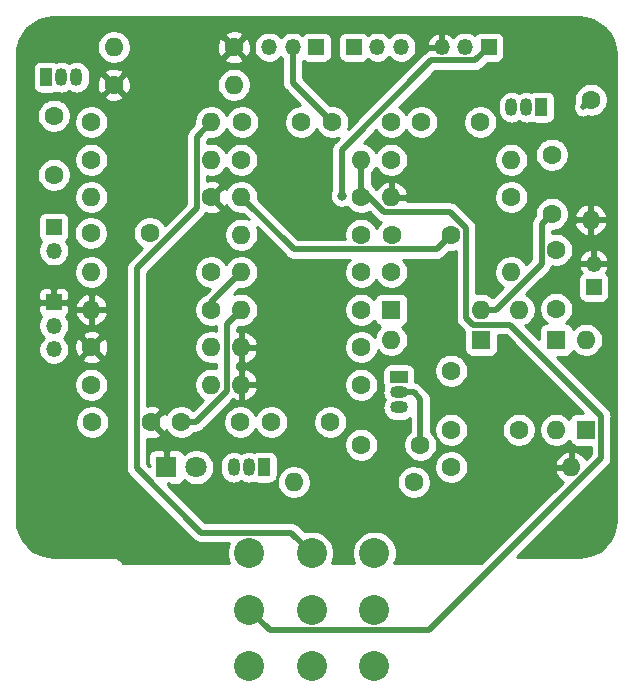
<source format=gbr>
%TF.GenerationSoftware,KiCad,Pcbnew,(5.1.6)-1*%
%TF.CreationDate,2020-10-27T15:42:11-05:00*%
%TF.ProjectId,MuffPi3PDT,4d756666-5069-4335-9044-542e6b696361,rev?*%
%TF.SameCoordinates,Original*%
%TF.FileFunction,Copper,L2,Bot*%
%TF.FilePolarity,Positive*%
%FSLAX46Y46*%
G04 Gerber Fmt 4.6, Leading zero omitted, Abs format (unit mm)*
G04 Created by KiCad (PCBNEW (5.1.6)-1) date 2020-10-27 15:42:11*
%MOMM*%
%LPD*%
G01*
G04 APERTURE LIST*
%TA.AperFunction,ComponentPad*%
%ADD10C,1.600000*%
%TD*%
%TA.AperFunction,ComponentPad*%
%ADD11O,1.600000X1.600000*%
%TD*%
%TA.AperFunction,ComponentPad*%
%ADD12R,1.350000X1.350000*%
%TD*%
%TA.AperFunction,ComponentPad*%
%ADD13O,1.350000X1.350000*%
%TD*%
%TA.AperFunction,ComponentPad*%
%ADD14R,1.600000X1.600000*%
%TD*%
%TA.AperFunction,ComponentPad*%
%ADD15R,1.800000X1.800000*%
%TD*%
%TA.AperFunction,ComponentPad*%
%ADD16C,1.800000*%
%TD*%
%TA.AperFunction,ComponentPad*%
%ADD17O,1.050000X1.500000*%
%TD*%
%TA.AperFunction,ComponentPad*%
%ADD18R,1.050000X1.500000*%
%TD*%
%TA.AperFunction,ComponentPad*%
%ADD19R,1.500000X1.050000*%
%TD*%
%TA.AperFunction,ComponentPad*%
%ADD20O,1.500000X1.050000*%
%TD*%
%TA.AperFunction,ComponentPad*%
%ADD21C,2.540000*%
%TD*%
%TA.AperFunction,ViaPad*%
%ADD22C,0.800000*%
%TD*%
%TA.AperFunction,Conductor*%
%ADD23C,0.500000*%
%TD*%
%TA.AperFunction,Conductor*%
%ADD24C,0.254000*%
%TD*%
G04 APERTURE END LIST*
D10*
%TO.P,R20,1*%
%TO.N,Net-(C12-Pad2)*%
X120015000Y-88900000D03*
D11*
%TO.P,R20,2*%
%TO.N,GND*%
X109855000Y-88900000D03*
%TD*%
D12*
%TO.P,BT1,1*%
%TO.N,Net-(BT1-Pad1)*%
X106680000Y-81915000D03*
D13*
%TO.P,BT1,2*%
%TO.N,Net-(BT1-Pad2)*%
X106680000Y-83915000D03*
%TD*%
D10*
%TO.P,C1,1*%
%TO.N,Net-(C1-Pad1)*%
X106680000Y-77470000D03*
%TO.P,C1,2*%
%TO.N,Net-(C1-Pad2)*%
X106680000Y-72470000D03*
%TD*%
%TO.P,C2,2*%
%TO.N,Net-(C1-Pad1)*%
X109808000Y-82423000D03*
%TO.P,C2,1*%
%TO.N,Net-(C2-Pad1)*%
X114808000Y-82423000D03*
%TD*%
%TO.P,C3,1*%
%TO.N,Net-(C3-Pad1)*%
X127635000Y-73025000D03*
%TO.P,C3,2*%
%TO.N,Net-(C2-Pad1)*%
X122635000Y-73025000D03*
%TD*%
%TO.P,C4,1*%
%TO.N,Net-(C4-Pad1)*%
X135255000Y-73025000D03*
%TO.P,C4,2*%
%TO.N,Net-(C4-Pad2)*%
X130255000Y-73025000D03*
%TD*%
%TO.P,C5,2*%
%TO.N,Net-(C5-Pad2)*%
X148844000Y-75772000D03*
%TO.P,C5,1*%
%TO.N,Net-(C5-Pad1)*%
X148844000Y-80772000D03*
%TD*%
%TO.P,C6,1*%
%TO.N,Net-(C6-Pad1)*%
X140335000Y-82550000D03*
%TO.P,C6,2*%
%TO.N,Net-(C5-Pad2)*%
X135335000Y-82550000D03*
%TD*%
%TO.P,C7,2*%
%TO.N,Net-(C6-Pad1)*%
X140335000Y-94060000D03*
%TO.P,C7,1*%
%TO.N,Net-(C7-Pad1)*%
X140335000Y-99060000D03*
%TD*%
%TO.P,C8,1*%
%TO.N,Net-(C8-Pad1)*%
X149225000Y-83820000D03*
%TO.P,C8,2*%
%TO.N,Net-(C8-Pad2)*%
X149225000Y-88820000D03*
%TD*%
%TO.P,C9,1*%
%TO.N,Net-(C10-Pad2)*%
X132715000Y-100330000D03*
%TO.P,C9,2*%
%TO.N,Net-(C8-Pad2)*%
X137715000Y-100330000D03*
%TD*%
%TO.P,C10,2*%
%TO.N,Net-(C10-Pad2)*%
X130095000Y-98425000D03*
%TO.P,C10,1*%
%TO.N,Net-(C10-Pad1)*%
X125095000Y-98425000D03*
%TD*%
%TO.P,C11,1*%
%TO.N,GND*%
X114935000Y-98425000D03*
%TO.P,C11,2*%
%TO.N,Net-(C11-Pad2)*%
X109935000Y-98425000D03*
%TD*%
%TO.P,C12,2*%
%TO.N,Net-(C12-Pad2)*%
X142795000Y-73025000D03*
%TO.P,C12,1*%
%TO.N,Net-(C12-Pad1)*%
X137795000Y-73025000D03*
%TD*%
%TO.P,C13,2*%
%TO.N,Net-(C13-Pad2)*%
X122475000Y-98425000D03*
%TO.P,C13,1*%
%TO.N,Net-(C13-Pad1)*%
X117475000Y-98425000D03*
%TD*%
D11*
%TO.P,D1,2*%
%TO.N,Net-(C5-Pad1)*%
X142875000Y-88900000D03*
D14*
%TO.P,D1,1*%
%TO.N,Net-(C6-Pad1)*%
X135255000Y-88900000D03*
%TD*%
%TO.P,D2,1*%
%TO.N,Net-(C5-Pad1)*%
X142875000Y-91440000D03*
D11*
%TO.P,D2,2*%
%TO.N,Net-(C6-Pad1)*%
X135255000Y-91440000D03*
%TD*%
%TO.P,D3,2*%
%TO.N,Net-(C8-Pad1)*%
X151765000Y-91440000D03*
D14*
%TO.P,D3,1*%
%TO.N,Net-(C10-Pad2)*%
X151765000Y-99060000D03*
%TD*%
%TO.P,D4,1*%
%TO.N,Net-(C8-Pad1)*%
X149225000Y-91440000D03*
D11*
%TO.P,D4,2*%
%TO.N,Net-(C10-Pad2)*%
X149225000Y-99060000D03*
%TD*%
D15*
%TO.P,D5,1*%
%TO.N,GND*%
X116205000Y-102235000D03*
D16*
%TO.P,D5,2*%
%TO.N,Net-(D5-Pad2)*%
X118745000Y-102235000D03*
%TD*%
D12*
%TO.P,J1,1*%
%TO.N,GND*%
X106680000Y-88265000D03*
D13*
%TO.P,J1,2*%
%TO.N,Net-(BT1-Pad2)*%
X106680000Y-90265000D03*
%TO.P,J1,3*%
%TO.N,Net-(J1-Pad3)*%
X106680000Y-92265000D03*
%TD*%
D12*
%TO.P,J2,1*%
%TO.N,Net-(J2-Pad1)*%
X152400000Y-86995000D03*
D13*
%TO.P,J2,2*%
%TO.N,GND*%
X152400000Y-84995000D03*
%TD*%
D17*
%TO.P,Q1,2*%
%TO.N,Net-(C1-Pad1)*%
X107315000Y-69215000D03*
%TO.P,Q1,3*%
%TO.N,Net-(C2-Pad1)*%
X108585000Y-69215000D03*
D18*
%TO.P,Q1,1*%
%TO.N,Net-(Q1-Pad1)*%
X106045000Y-69215000D03*
%TD*%
%TO.P,Q2,1*%
%TO.N,Net-(Q2-Pad1)*%
X147955000Y-71755000D03*
D17*
%TO.P,Q2,3*%
%TO.N,Net-(C6-Pad1)*%
X145415000Y-71755000D03*
%TO.P,Q2,2*%
%TO.N,Net-(C5-Pad2)*%
X146685000Y-71755000D03*
%TD*%
D19*
%TO.P,Q3,1*%
%TO.N,Net-(Q3-Pad1)*%
X135890000Y-94615000D03*
D20*
%TO.P,Q3,3*%
%TO.N,Net-(C10-Pad2)*%
X135890000Y-97155000D03*
%TO.P,Q3,2*%
%TO.N,Net-(C8-Pad2)*%
X135890000Y-95885000D03*
%TD*%
D17*
%TO.P,Q4,2*%
%TO.N,Net-(C12-Pad2)*%
X123190000Y-102235000D03*
%TO.P,Q4,3*%
%TO.N,Net-(C13-Pad1)*%
X121920000Y-102235000D03*
D18*
%TO.P,Q4,1*%
%TO.N,Net-(Q4-Pad1)*%
X124460000Y-102235000D03*
%TD*%
D11*
%TO.P,R1,2*%
%TO.N,Net-(R1-Pad2)*%
X120015000Y-73025000D03*
D10*
%TO.P,R1,1*%
%TO.N,Net-(C1-Pad2)*%
X109855000Y-73025000D03*
%TD*%
D11*
%TO.P,R2,2*%
%TO.N,Net-(C1-Pad1)*%
X109855000Y-79375000D03*
D10*
%TO.P,R2,1*%
%TO.N,GND*%
X120015000Y-79375000D03*
%TD*%
D11*
%TO.P,R3,2*%
%TO.N,Net-(C2-Pad1)*%
X120015000Y-76200000D03*
D10*
%TO.P,R3,1*%
%TO.N,Net-(C1-Pad1)*%
X109855000Y-76200000D03*
%TD*%
D11*
%TO.P,R4,2*%
%TO.N,Net-(BT1-Pad1)*%
X132715000Y-76200000D03*
D10*
%TO.P,R4,1*%
%TO.N,Net-(C2-Pad1)*%
X122555000Y-76200000D03*
%TD*%
%TO.P,R5,1*%
%TO.N,GND*%
X121920000Y-66675000D03*
D11*
%TO.P,R5,2*%
%TO.N,Net-(Q1-Pad1)*%
X111760000Y-66675000D03*
%TD*%
D10*
%TO.P,R6,1*%
%TO.N,GND*%
X111760000Y-69850000D03*
D11*
%TO.P,R6,2*%
%TO.N,Net-(R6-Pad2)*%
X121920000Y-69850000D03*
%TD*%
D10*
%TO.P,R7,1*%
%TO.N,Net-(C4-Pad1)*%
X135255000Y-76200000D03*
D11*
%TO.P,R7,2*%
%TO.N,Net-(C5-Pad2)*%
X145415000Y-76200000D03*
%TD*%
%TO.P,R8,2*%
%TO.N,GND*%
X135255000Y-79375000D03*
D10*
%TO.P,R8,1*%
%TO.N,Net-(C5-Pad2)*%
X145415000Y-79375000D03*
%TD*%
D11*
%TO.P,R9,2*%
%TO.N,Net-(C6-Pad1)*%
X145415000Y-85725000D03*
D10*
%TO.P,R9,1*%
%TO.N,Net-(C5-Pad2)*%
X135255000Y-85725000D03*
%TD*%
%TO.P,R10,1*%
%TO.N,Net-(BT1-Pad1)*%
X132715000Y-79375000D03*
D11*
%TO.P,R10,2*%
%TO.N,Net-(C6-Pad1)*%
X122555000Y-79375000D03*
%TD*%
D10*
%TO.P,R11,1*%
%TO.N,Net-(Q2-Pad1)*%
X152146000Y-71120000D03*
D11*
%TO.P,R11,2*%
%TO.N,GND*%
X152146000Y-81280000D03*
%TD*%
D10*
%TO.P,R12,1*%
%TO.N,Net-(C7-Pad1)*%
X146050000Y-99060000D03*
D11*
%TO.P,R12,2*%
%TO.N,Net-(C8-Pad2)*%
X146050000Y-88900000D03*
%TD*%
%TO.P,R13,2*%
%TO.N,GND*%
X122555000Y-95250000D03*
D10*
%TO.P,R13,1*%
%TO.N,Net-(C8-Pad2)*%
X132715000Y-95250000D03*
%TD*%
D11*
%TO.P,R14,2*%
%TO.N,Net-(C10-Pad2)*%
X127000000Y-103505000D03*
D10*
%TO.P,R14,1*%
%TO.N,Net-(C8-Pad2)*%
X137160000Y-103505000D03*
%TD*%
D11*
%TO.P,R15,2*%
%TO.N,GND*%
X122555000Y-92075000D03*
D10*
%TO.P,R15,1*%
%TO.N,Net-(Q3-Pad1)*%
X132715000Y-92075000D03*
%TD*%
%TO.P,R16,1*%
%TO.N,Net-(BT1-Pad1)*%
X132715000Y-82550000D03*
D11*
%TO.P,R16,2*%
%TO.N,Net-(C10-Pad2)*%
X122555000Y-82550000D03*
%TD*%
%TO.P,R17,2*%
%TO.N,Net-(C11-Pad2)*%
X109855000Y-85725000D03*
D10*
%TO.P,R17,1*%
%TO.N,Net-(C10-Pad2)*%
X120015000Y-85725000D03*
%TD*%
%TO.P,R18,1*%
%TO.N,GND*%
X109855000Y-92075000D03*
D11*
%TO.P,R18,2*%
%TO.N,Net-(C10-Pad1)*%
X120015000Y-92075000D03*
%TD*%
%TO.P,R19,2*%
%TO.N,Net-(C12-Pad2)*%
X122555000Y-85725000D03*
D10*
%TO.P,R19,1*%
%TO.N,Net-(BT1-Pad1)*%
X132715000Y-85725000D03*
%TD*%
%TO.P,R21,1*%
%TO.N,Net-(BT1-Pad1)*%
X132715000Y-88900000D03*
D11*
%TO.P,R21,2*%
%TO.N,Net-(C13-Pad1)*%
X122555000Y-88900000D03*
%TD*%
D10*
%TO.P,R22,1*%
%TO.N,Net-(Q4-Pad1)*%
X140335000Y-102235000D03*
D11*
%TO.P,R22,2*%
%TO.N,GND*%
X150495000Y-102235000D03*
%TD*%
D10*
%TO.P,R23,1*%
%TO.N,Net-(R23-Pad1)*%
X109855000Y-95250000D03*
D11*
%TO.P,R23,2*%
%TO.N,Net-(D5-Pad2)*%
X120015000Y-95250000D03*
%TD*%
D13*
%TO.P,SUST1,3*%
%TO.N,Net-(R6-Pad2)*%
X124905000Y-66675000D03*
%TO.P,SUST1,2*%
%TO.N,Net-(C4-Pad2)*%
X126905000Y-66675000D03*
D12*
%TO.P,SUST1,1*%
%TO.N,Net-(C3-Pad1)*%
X128905000Y-66675000D03*
%TD*%
D13*
%TO.P,TONE1,3*%
%TO.N,Net-(C11-Pad2)*%
X136080000Y-66675000D03*
%TO.P,TONE1,2*%
%TO.N,Net-(C12-Pad1)*%
X134080000Y-66675000D03*
D12*
%TO.P,TONE1,1*%
%TO.N,Net-(C10-Pad1)*%
X132080000Y-66675000D03*
%TD*%
%TO.P,VOL1,1*%
%TO.N,Net-(C13-Pad2)*%
X143510000Y-66675000D03*
D13*
%TO.P,VOL1,2*%
%TO.N,Net-(S1-PadP$8)*%
X141510000Y-66675000D03*
%TO.P,VOL1,3*%
%TO.N,GND*%
X139510000Y-66675000D03*
%TD*%
D21*
%TO.P,S1,P$1*%
%TO.N,Net-(R23-Pad1)*%
X123225560Y-109501940D03*
%TO.P,S1,P$2*%
%TO.N,Net-(BT1-Pad1)*%
X123225560Y-114300000D03*
%TO.P,S1,P$3*%
%TO.N,N/C*%
X123225560Y-119098060D03*
%TO.P,S1,P$4*%
%TO.N,Net-(R1-Pad2)*%
X128524000Y-109501940D03*
%TO.P,S1,P$5*%
%TO.N,Net-(J1-Pad3)*%
X128524000Y-114300000D03*
%TO.P,S1,P$6*%
%TO.N,Net-(S1-PadP$6)*%
X128524000Y-119098060D03*
%TO.P,S1,P$7*%
%TO.N,Net-(J2-Pad1)*%
X133822440Y-109501940D03*
%TO.P,S1,P$8*%
%TO.N,Net-(S1-PadP$8)*%
X133822440Y-114300000D03*
%TO.P,S1,P$9*%
%TO.N,Net-(S1-PadP$6)*%
X133822440Y-119098060D03*
%TD*%
D22*
%TO.N,Net-(C13-Pad2)*%
X131064000Y-79248000D03*
%TD*%
D23*
%TO.N,Net-(BT1-Pad1)*%
X132715000Y-79375000D02*
X132715000Y-76200000D01*
X124945561Y-116020001D02*
X138487999Y-116020001D01*
X123225560Y-114300000D02*
X124945561Y-116020001D01*
X134654999Y-80625001D02*
X132715000Y-78685002D01*
X132715000Y-78685002D02*
X132715000Y-76200000D01*
X140260003Y-80625001D02*
X134654999Y-80625001D01*
X141585001Y-81949999D02*
X140260003Y-80625001D01*
X141585001Y-89594997D02*
X141585001Y-81949999D01*
X142180003Y-90189999D02*
X141585001Y-89594997D01*
X145305001Y-90189999D02*
X142180003Y-90189999D01*
X153015001Y-97899999D02*
X145305001Y-90189999D01*
X153015001Y-101492999D02*
X153015001Y-97899999D01*
X138487999Y-116020001D02*
X153015001Y-101492999D01*
%TO.N,Net-(C4-Pad2)*%
X126905000Y-69675000D02*
X130255000Y-73025000D01*
X126905000Y-66675000D02*
X126905000Y-69675000D01*
%TO.N,Net-(C5-Pad1)*%
X147974999Y-81641001D02*
X148844000Y-80772000D01*
X147974999Y-85015003D02*
X147974999Y-81641001D01*
X144090002Y-88900000D02*
X147974999Y-85015003D01*
X142875000Y-88900000D02*
X144090002Y-88900000D01*
%TO.N,Net-(C6-Pad1)*%
X139084999Y-83800001D02*
X140335000Y-82550000D01*
X126980001Y-83800001D02*
X139084999Y-83800001D01*
X122555000Y-79375000D02*
X126980001Y-83800001D01*
%TO.N,Net-(C8-Pad2)*%
X137140000Y-95885000D02*
X135890000Y-95885000D01*
X137715000Y-96460000D02*
X137140000Y-95885000D01*
X137715000Y-100330000D02*
X137715000Y-96460000D01*
%TO.N,GND*%
X109010035Y-88900000D02*
X109855000Y-88900000D01*
%TO.N,Net-(C12-Pad2)*%
X120015000Y-88265000D02*
X122555000Y-85725000D01*
X120015000Y-88900000D02*
X120015000Y-88265000D01*
%TO.N,Net-(C13-Pad2)*%
X138629997Y-67800001D02*
X142384999Y-67800001D01*
X142384999Y-67800001D02*
X143510000Y-66675000D01*
X131064000Y-75365998D02*
X138629997Y-67800001D01*
X131064000Y-79248000D02*
X131064000Y-75365998D01*
%TO.N,Net-(C13-Pad1)*%
X121304999Y-90150001D02*
X122555000Y-88900000D01*
X118690002Y-98425000D02*
X121304999Y-95810003D01*
X121304999Y-95810003D02*
X121304999Y-90150001D01*
X117475000Y-98425000D02*
X118690002Y-98425000D01*
%TO.N,Net-(Q2-Pad1)*%
X151511000Y-71755000D02*
X152146000Y-71120000D01*
%TO.N,Net-(R1-Pad2)*%
X118764999Y-74275001D02*
X120015000Y-73025000D01*
X118764999Y-80316003D02*
X118764999Y-74275001D01*
X113684999Y-102325001D02*
X113684999Y-85396003D01*
X113684999Y-85396003D02*
X118764999Y-80316003D01*
X119141937Y-107781939D02*
X113684999Y-102325001D01*
X126803999Y-107781939D02*
X119141937Y-107781939D01*
X128524000Y-109501940D02*
X126803999Y-107781939D01*
%TD*%
D24*
%TO.N,GND*%
G36*
X151741222Y-64223096D02*
G01*
X152329164Y-64400606D01*
X152871436Y-64688937D01*
X153347364Y-65077094D01*
X153738845Y-65550314D01*
X154030951Y-66090552D01*
X154212563Y-66677244D01*
X154280000Y-67318879D01*
X154280001Y-106647711D01*
X154216904Y-107291221D01*
X154039394Y-107879164D01*
X153751063Y-108421436D01*
X153362906Y-108897364D01*
X152889686Y-109288845D01*
X152349449Y-109580950D01*
X151762756Y-109762563D01*
X151121130Y-109830000D01*
X145929578Y-109830000D01*
X153610052Y-102149527D01*
X153643818Y-102121816D01*
X153754412Y-101987058D01*
X153836590Y-101833312D01*
X153887196Y-101666489D01*
X153900001Y-101536476D01*
X153900001Y-101536466D01*
X153904282Y-101493000D01*
X153900001Y-101449534D01*
X153900001Y-97943468D01*
X153904282Y-97899999D01*
X153900001Y-97856530D01*
X153900001Y-97856522D01*
X153887196Y-97726509D01*
X153836590Y-97559686D01*
X153836590Y-97559685D01*
X153754412Y-97405940D01*
X153671533Y-97304952D01*
X153671531Y-97304950D01*
X153643818Y-97271182D01*
X153610050Y-97243469D01*
X149244652Y-92878072D01*
X150025000Y-92878072D01*
X150149482Y-92865812D01*
X150269180Y-92829502D01*
X150379494Y-92770537D01*
X150476185Y-92691185D01*
X150555537Y-92594494D01*
X150614502Y-92484180D01*
X150650812Y-92364482D01*
X150651643Y-92356039D01*
X150850241Y-92554637D01*
X151085273Y-92711680D01*
X151346426Y-92819853D01*
X151623665Y-92875000D01*
X151906335Y-92875000D01*
X152183574Y-92819853D01*
X152444727Y-92711680D01*
X152679759Y-92554637D01*
X152879637Y-92354759D01*
X153036680Y-92119727D01*
X153144853Y-91858574D01*
X153200000Y-91581335D01*
X153200000Y-91298665D01*
X153144853Y-91021426D01*
X153036680Y-90760273D01*
X152879637Y-90525241D01*
X152679759Y-90325363D01*
X152444727Y-90168320D01*
X152183574Y-90060147D01*
X151906335Y-90005000D01*
X151623665Y-90005000D01*
X151346426Y-90060147D01*
X151085273Y-90168320D01*
X150850241Y-90325363D01*
X150651643Y-90523961D01*
X150650812Y-90515518D01*
X150614502Y-90395820D01*
X150555537Y-90285506D01*
X150476185Y-90188815D01*
X150379494Y-90109463D01*
X150269180Y-90050498D01*
X150149482Y-90014188D01*
X150037246Y-90003134D01*
X150139759Y-89934637D01*
X150339637Y-89734759D01*
X150496680Y-89499727D01*
X150604853Y-89238574D01*
X150660000Y-88961335D01*
X150660000Y-88678665D01*
X150604853Y-88401426D01*
X150496680Y-88140273D01*
X150339637Y-87905241D01*
X150139759Y-87705363D01*
X149904727Y-87548320D01*
X149643574Y-87440147D01*
X149366335Y-87385000D01*
X149083665Y-87385000D01*
X148806426Y-87440147D01*
X148545273Y-87548320D01*
X148310241Y-87705363D01*
X148110363Y-87905241D01*
X147953320Y-88140273D01*
X147845147Y-88401426D01*
X147790000Y-88678665D01*
X147790000Y-88961335D01*
X147845147Y-89238574D01*
X147953320Y-89499727D01*
X148110363Y-89734759D01*
X148310241Y-89934637D01*
X148412754Y-90003134D01*
X148300518Y-90014188D01*
X148180820Y-90050498D01*
X148070506Y-90109463D01*
X147973815Y-90188815D01*
X147894463Y-90285506D01*
X147835498Y-90395820D01*
X147799188Y-90515518D01*
X147786928Y-90640000D01*
X147786928Y-91420348D01*
X146594339Y-90227759D01*
X146729727Y-90171680D01*
X146964759Y-90014637D01*
X147164637Y-89814759D01*
X147321680Y-89579727D01*
X147429853Y-89318574D01*
X147485000Y-89041335D01*
X147485000Y-88758665D01*
X147429853Y-88481426D01*
X147321680Y-88220273D01*
X147164637Y-87985241D01*
X146964759Y-87785363D01*
X146729727Y-87628320D01*
X146647373Y-87594208D01*
X147921580Y-86320000D01*
X151086928Y-86320000D01*
X151086928Y-87670000D01*
X151099188Y-87794482D01*
X151135498Y-87914180D01*
X151194463Y-88024494D01*
X151273815Y-88121185D01*
X151370506Y-88200537D01*
X151480820Y-88259502D01*
X151600518Y-88295812D01*
X151725000Y-88308072D01*
X153075000Y-88308072D01*
X153199482Y-88295812D01*
X153319180Y-88259502D01*
X153429494Y-88200537D01*
X153526185Y-88121185D01*
X153605537Y-88024494D01*
X153664502Y-87914180D01*
X153700812Y-87794482D01*
X153713072Y-87670000D01*
X153713072Y-86320000D01*
X153700812Y-86195518D01*
X153664502Y-86075820D01*
X153605537Y-85965506D01*
X153526185Y-85868815D01*
X153432441Y-85791881D01*
X153529473Y-85658629D01*
X153637238Y-85425528D01*
X153667910Y-85324400D01*
X153544224Y-85122000D01*
X152527000Y-85122000D01*
X152527000Y-85142000D01*
X152273000Y-85142000D01*
X152273000Y-85122000D01*
X151255776Y-85122000D01*
X151132090Y-85324400D01*
X151162762Y-85425528D01*
X151270527Y-85658629D01*
X151367559Y-85791881D01*
X151273815Y-85868815D01*
X151194463Y-85965506D01*
X151135498Y-86075820D01*
X151099188Y-86195518D01*
X151086928Y-86320000D01*
X147921580Y-86320000D01*
X148570049Y-85671531D01*
X148603816Y-85643820D01*
X148653185Y-85583665D01*
X148714409Y-85509063D01*
X148714410Y-85509062D01*
X148796588Y-85355316D01*
X148841624Y-85206854D01*
X149083665Y-85255000D01*
X149366335Y-85255000D01*
X149643574Y-85199853D01*
X149904727Y-85091680D01*
X150139759Y-84934637D01*
X150339637Y-84734759D01*
X150385847Y-84665600D01*
X151132090Y-84665600D01*
X151255776Y-84868000D01*
X152273000Y-84868000D01*
X152273000Y-83849915D01*
X152527000Y-83849915D01*
X152527000Y-84868000D01*
X153544224Y-84868000D01*
X153667910Y-84665600D01*
X153637238Y-84564472D01*
X153529473Y-84331371D01*
X153378303Y-84123773D01*
X153189537Y-83949656D01*
X152970430Y-83815711D01*
X152729401Y-83727085D01*
X152527000Y-83849915D01*
X152273000Y-83849915D01*
X152070599Y-83727085D01*
X151829570Y-83815711D01*
X151610463Y-83949656D01*
X151421697Y-84123773D01*
X151270527Y-84331371D01*
X151162762Y-84564472D01*
X151132090Y-84665600D01*
X150385847Y-84665600D01*
X150496680Y-84499727D01*
X150604853Y-84238574D01*
X150660000Y-83961335D01*
X150660000Y-83678665D01*
X150604853Y-83401426D01*
X150496680Y-83140273D01*
X150339637Y-82905241D01*
X150139759Y-82705363D01*
X149904727Y-82548320D01*
X149643574Y-82440147D01*
X149366335Y-82385000D01*
X149083665Y-82385000D01*
X148859999Y-82429491D01*
X148859999Y-82207000D01*
X148985335Y-82207000D01*
X149262574Y-82151853D01*
X149523727Y-82043680D01*
X149758759Y-81886637D01*
X149958637Y-81686759D01*
X149997203Y-81629040D01*
X150754091Y-81629040D01*
X150848930Y-81893881D01*
X150993615Y-82135131D01*
X151182586Y-82343519D01*
X151408580Y-82511037D01*
X151662913Y-82631246D01*
X151796961Y-82671904D01*
X152019000Y-82549915D01*
X152019000Y-81407000D01*
X152273000Y-81407000D01*
X152273000Y-82549915D01*
X152495039Y-82671904D01*
X152629087Y-82631246D01*
X152883420Y-82511037D01*
X153109414Y-82343519D01*
X153298385Y-82135131D01*
X153443070Y-81893881D01*
X153537909Y-81629040D01*
X153416624Y-81407000D01*
X152273000Y-81407000D01*
X152019000Y-81407000D01*
X150875376Y-81407000D01*
X150754091Y-81629040D01*
X149997203Y-81629040D01*
X150115680Y-81451727D01*
X150223853Y-81190574D01*
X150275494Y-80930960D01*
X150754091Y-80930960D01*
X150875376Y-81153000D01*
X152019000Y-81153000D01*
X152019000Y-80010085D01*
X152273000Y-80010085D01*
X152273000Y-81153000D01*
X153416624Y-81153000D01*
X153537909Y-80930960D01*
X153443070Y-80666119D01*
X153298385Y-80424869D01*
X153109414Y-80216481D01*
X152883420Y-80048963D01*
X152629087Y-79928754D01*
X152495039Y-79888096D01*
X152273000Y-80010085D01*
X152019000Y-80010085D01*
X151796961Y-79888096D01*
X151662913Y-79928754D01*
X151408580Y-80048963D01*
X151182586Y-80216481D01*
X150993615Y-80424869D01*
X150848930Y-80666119D01*
X150754091Y-80930960D01*
X150275494Y-80930960D01*
X150279000Y-80913335D01*
X150279000Y-80630665D01*
X150223853Y-80353426D01*
X150115680Y-80092273D01*
X149958637Y-79857241D01*
X149758759Y-79657363D01*
X149523727Y-79500320D01*
X149262574Y-79392147D01*
X148985335Y-79337000D01*
X148702665Y-79337000D01*
X148425426Y-79392147D01*
X148164273Y-79500320D01*
X147929241Y-79657363D01*
X147729363Y-79857241D01*
X147572320Y-80092273D01*
X147464147Y-80353426D01*
X147409000Y-80630665D01*
X147409000Y-80913335D01*
X147415983Y-80948439D01*
X147379950Y-80984472D01*
X147346183Y-81012184D01*
X147318470Y-81045952D01*
X147318467Y-81045955D01*
X147235589Y-81146942D01*
X147153411Y-81300688D01*
X147102804Y-81467511D01*
X147085718Y-81641001D01*
X147090000Y-81684480D01*
X147089999Y-84648424D01*
X146688575Y-85049848D01*
X146686680Y-85045273D01*
X146529637Y-84810241D01*
X146329759Y-84610363D01*
X146094727Y-84453320D01*
X145833574Y-84345147D01*
X145556335Y-84290000D01*
X145273665Y-84290000D01*
X144996426Y-84345147D01*
X144735273Y-84453320D01*
X144500241Y-84610363D01*
X144300363Y-84810241D01*
X144143320Y-85045273D01*
X144035147Y-85306426D01*
X143980000Y-85583665D01*
X143980000Y-85866335D01*
X144035147Y-86143574D01*
X144143320Y-86404727D01*
X144300363Y-86639759D01*
X144500241Y-86839637D01*
X144735273Y-86996680D01*
X144739848Y-86998575D01*
X143871410Y-87867014D01*
X143789759Y-87785363D01*
X143554727Y-87628320D01*
X143293574Y-87520147D01*
X143016335Y-87465000D01*
X142733665Y-87465000D01*
X142470001Y-87517447D01*
X142470001Y-81993464D01*
X142474282Y-81949998D01*
X142470001Y-81906532D01*
X142470001Y-81906522D01*
X142457196Y-81776509D01*
X142406590Y-81609686D01*
X142324412Y-81455940D01*
X142251459Y-81367047D01*
X142241533Y-81354952D01*
X142241531Y-81354950D01*
X142213818Y-81321182D01*
X142180050Y-81293469D01*
X140916537Y-80029957D01*
X140888820Y-79996184D01*
X140754062Y-79885590D01*
X140600316Y-79803412D01*
X140433493Y-79752806D01*
X140303480Y-79740001D01*
X140303472Y-79740001D01*
X140260003Y-79735720D01*
X140216534Y-79740001D01*
X136642063Y-79740001D01*
X136646904Y-79724039D01*
X136524915Y-79502000D01*
X135382000Y-79502000D01*
X135382000Y-79522000D01*
X135128000Y-79522000D01*
X135128000Y-79502000D01*
X135108000Y-79502000D01*
X135108000Y-79248000D01*
X135128000Y-79248000D01*
X135128000Y-78104376D01*
X135382000Y-78104376D01*
X135382000Y-79248000D01*
X136524915Y-79248000D01*
X136532790Y-79233665D01*
X143980000Y-79233665D01*
X143980000Y-79516335D01*
X144035147Y-79793574D01*
X144143320Y-80054727D01*
X144300363Y-80289759D01*
X144500241Y-80489637D01*
X144735273Y-80646680D01*
X144996426Y-80754853D01*
X145273665Y-80810000D01*
X145556335Y-80810000D01*
X145833574Y-80754853D01*
X146094727Y-80646680D01*
X146329759Y-80489637D01*
X146529637Y-80289759D01*
X146686680Y-80054727D01*
X146794853Y-79793574D01*
X146850000Y-79516335D01*
X146850000Y-79233665D01*
X146794853Y-78956426D01*
X146686680Y-78695273D01*
X146529637Y-78460241D01*
X146329759Y-78260363D01*
X146094727Y-78103320D01*
X145833574Y-77995147D01*
X145556335Y-77940000D01*
X145273665Y-77940000D01*
X144996426Y-77995147D01*
X144735273Y-78103320D01*
X144500241Y-78260363D01*
X144300363Y-78460241D01*
X144143320Y-78695273D01*
X144035147Y-78956426D01*
X143980000Y-79233665D01*
X136532790Y-79233665D01*
X136646904Y-79025961D01*
X136606246Y-78891913D01*
X136486037Y-78637580D01*
X136318519Y-78411586D01*
X136110131Y-78222615D01*
X135868881Y-78077930D01*
X135604040Y-77983091D01*
X135382000Y-78104376D01*
X135128000Y-78104376D01*
X134905960Y-77983091D01*
X134641119Y-78077930D01*
X134399869Y-78222615D01*
X134191481Y-78411586D01*
X134023963Y-78637580D01*
X133991357Y-78706565D01*
X133986680Y-78695273D01*
X133829637Y-78460241D01*
X133629759Y-78260363D01*
X133600000Y-78240479D01*
X133600000Y-77334521D01*
X133629759Y-77314637D01*
X133829637Y-77114759D01*
X133985000Y-76882241D01*
X134140363Y-77114759D01*
X134340241Y-77314637D01*
X134575273Y-77471680D01*
X134836426Y-77579853D01*
X135113665Y-77635000D01*
X135396335Y-77635000D01*
X135673574Y-77579853D01*
X135934727Y-77471680D01*
X136169759Y-77314637D01*
X136369637Y-77114759D01*
X136526680Y-76879727D01*
X136634853Y-76618574D01*
X136690000Y-76341335D01*
X136690000Y-76058665D01*
X143980000Y-76058665D01*
X143980000Y-76341335D01*
X144035147Y-76618574D01*
X144143320Y-76879727D01*
X144300363Y-77114759D01*
X144500241Y-77314637D01*
X144735273Y-77471680D01*
X144996426Y-77579853D01*
X145273665Y-77635000D01*
X145556335Y-77635000D01*
X145833574Y-77579853D01*
X146094727Y-77471680D01*
X146329759Y-77314637D01*
X146529637Y-77114759D01*
X146686680Y-76879727D01*
X146794853Y-76618574D01*
X146850000Y-76341335D01*
X146850000Y-76058665D01*
X146794853Y-75781426D01*
X146732406Y-75630665D01*
X147409000Y-75630665D01*
X147409000Y-75913335D01*
X147464147Y-76190574D01*
X147572320Y-76451727D01*
X147729363Y-76686759D01*
X147929241Y-76886637D01*
X148164273Y-77043680D01*
X148425426Y-77151853D01*
X148702665Y-77207000D01*
X148985335Y-77207000D01*
X149262574Y-77151853D01*
X149523727Y-77043680D01*
X149758759Y-76886637D01*
X149958637Y-76686759D01*
X150115680Y-76451727D01*
X150223853Y-76190574D01*
X150279000Y-75913335D01*
X150279000Y-75630665D01*
X150223853Y-75353426D01*
X150115680Y-75092273D01*
X149958637Y-74857241D01*
X149758759Y-74657363D01*
X149523727Y-74500320D01*
X149262574Y-74392147D01*
X148985335Y-74337000D01*
X148702665Y-74337000D01*
X148425426Y-74392147D01*
X148164273Y-74500320D01*
X147929241Y-74657363D01*
X147729363Y-74857241D01*
X147572320Y-75092273D01*
X147464147Y-75353426D01*
X147409000Y-75630665D01*
X146732406Y-75630665D01*
X146686680Y-75520273D01*
X146529637Y-75285241D01*
X146329759Y-75085363D01*
X146094727Y-74928320D01*
X145833574Y-74820147D01*
X145556335Y-74765000D01*
X145273665Y-74765000D01*
X144996426Y-74820147D01*
X144735273Y-74928320D01*
X144500241Y-75085363D01*
X144300363Y-75285241D01*
X144143320Y-75520273D01*
X144035147Y-75781426D01*
X143980000Y-76058665D01*
X136690000Y-76058665D01*
X136634853Y-75781426D01*
X136526680Y-75520273D01*
X136369637Y-75285241D01*
X136169759Y-75085363D01*
X135934727Y-74928320D01*
X135673574Y-74820147D01*
X135396335Y-74765000D01*
X135113665Y-74765000D01*
X134836426Y-74820147D01*
X134575273Y-74928320D01*
X134340241Y-75085363D01*
X134140363Y-75285241D01*
X133985000Y-75517759D01*
X133829637Y-75285241D01*
X133629759Y-75085363D01*
X133394727Y-74928320D01*
X133133574Y-74820147D01*
X132906581Y-74774995D01*
X133981425Y-73700152D01*
X133983320Y-73704727D01*
X134140363Y-73939759D01*
X134340241Y-74139637D01*
X134575273Y-74296680D01*
X134836426Y-74404853D01*
X135113665Y-74460000D01*
X135396335Y-74460000D01*
X135673574Y-74404853D01*
X135934727Y-74296680D01*
X136169759Y-74139637D01*
X136369637Y-73939759D01*
X136525000Y-73707241D01*
X136680363Y-73939759D01*
X136880241Y-74139637D01*
X137115273Y-74296680D01*
X137376426Y-74404853D01*
X137653665Y-74460000D01*
X137936335Y-74460000D01*
X138213574Y-74404853D01*
X138474727Y-74296680D01*
X138709759Y-74139637D01*
X138909637Y-73939759D01*
X139066680Y-73704727D01*
X139174853Y-73443574D01*
X139230000Y-73166335D01*
X139230000Y-72883665D01*
X141360000Y-72883665D01*
X141360000Y-73166335D01*
X141415147Y-73443574D01*
X141523320Y-73704727D01*
X141680363Y-73939759D01*
X141880241Y-74139637D01*
X142115273Y-74296680D01*
X142376426Y-74404853D01*
X142653665Y-74460000D01*
X142936335Y-74460000D01*
X143213574Y-74404853D01*
X143474727Y-74296680D01*
X143709759Y-74139637D01*
X143909637Y-73939759D01*
X144066680Y-73704727D01*
X144174853Y-73443574D01*
X144230000Y-73166335D01*
X144230000Y-72883665D01*
X144174853Y-72606426D01*
X144066680Y-72345273D01*
X143909637Y-72110241D01*
X143709759Y-71910363D01*
X143474727Y-71753320D01*
X143213574Y-71645147D01*
X142936335Y-71590000D01*
X142653665Y-71590000D01*
X142376426Y-71645147D01*
X142115273Y-71753320D01*
X141880241Y-71910363D01*
X141680363Y-72110241D01*
X141523320Y-72345273D01*
X141415147Y-72606426D01*
X141360000Y-72883665D01*
X139230000Y-72883665D01*
X139174853Y-72606426D01*
X139066680Y-72345273D01*
X138909637Y-72110241D01*
X138709759Y-71910363D01*
X138474727Y-71753320D01*
X138213574Y-71645147D01*
X137936335Y-71590000D01*
X137653665Y-71590000D01*
X137376426Y-71645147D01*
X137115273Y-71753320D01*
X136880241Y-71910363D01*
X136680363Y-72110241D01*
X136525000Y-72342759D01*
X136369637Y-72110241D01*
X136169759Y-71910363D01*
X135934727Y-71753320D01*
X135930152Y-71751425D01*
X136208556Y-71473021D01*
X144255000Y-71473021D01*
X144255000Y-72036978D01*
X144271785Y-72207399D01*
X144338115Y-72426059D01*
X144445829Y-72627578D01*
X144590788Y-72804212D01*
X144767421Y-72949171D01*
X144968940Y-73056885D01*
X145187600Y-73123215D01*
X145415000Y-73145612D01*
X145642399Y-73123215D01*
X145861059Y-73056885D01*
X146050000Y-72955894D01*
X146238940Y-73056885D01*
X146457600Y-73123215D01*
X146685000Y-73145612D01*
X146912399Y-73123215D01*
X147121098Y-73059907D01*
X147185820Y-73094502D01*
X147305518Y-73130812D01*
X147430000Y-73143072D01*
X148480000Y-73143072D01*
X148604482Y-73130812D01*
X148724180Y-73094502D01*
X148834494Y-73035537D01*
X148931185Y-72956185D01*
X149010537Y-72859494D01*
X149069502Y-72749180D01*
X149105812Y-72629482D01*
X149118072Y-72505000D01*
X149118072Y-71755000D01*
X150621719Y-71755000D01*
X150638805Y-71928490D01*
X150689412Y-72095313D01*
X150771590Y-72249059D01*
X150882183Y-72383817D01*
X151016941Y-72494410D01*
X151170687Y-72576588D01*
X151337510Y-72627195D01*
X151511000Y-72644281D01*
X151684490Y-72627195D01*
X151851313Y-72576588D01*
X151922339Y-72538624D01*
X152004665Y-72555000D01*
X152287335Y-72555000D01*
X152564574Y-72499853D01*
X152825727Y-72391680D01*
X153060759Y-72234637D01*
X153260637Y-72034759D01*
X153417680Y-71799727D01*
X153525853Y-71538574D01*
X153581000Y-71261335D01*
X153581000Y-70978665D01*
X153525853Y-70701426D01*
X153417680Y-70440273D01*
X153260637Y-70205241D01*
X153060759Y-70005363D01*
X152825727Y-69848320D01*
X152564574Y-69740147D01*
X152287335Y-69685000D01*
X152004665Y-69685000D01*
X151727426Y-69740147D01*
X151466273Y-69848320D01*
X151231241Y-70005363D01*
X151031363Y-70205241D01*
X150874320Y-70440273D01*
X150766147Y-70701426D01*
X150711000Y-70978665D01*
X150711000Y-71261335D01*
X150727376Y-71343661D01*
X150689412Y-71414687D01*
X150638805Y-71581510D01*
X150621719Y-71755000D01*
X149118072Y-71755000D01*
X149118072Y-71005000D01*
X149105812Y-70880518D01*
X149069502Y-70760820D01*
X149010537Y-70650506D01*
X148931185Y-70553815D01*
X148834494Y-70474463D01*
X148724180Y-70415498D01*
X148604482Y-70379188D01*
X148480000Y-70366928D01*
X147430000Y-70366928D01*
X147305518Y-70379188D01*
X147185820Y-70415498D01*
X147121098Y-70450093D01*
X146912400Y-70386785D01*
X146685000Y-70364388D01*
X146457601Y-70386785D01*
X146238941Y-70453115D01*
X146050001Y-70554106D01*
X145861060Y-70453115D01*
X145642400Y-70386785D01*
X145415000Y-70364388D01*
X145187601Y-70386785D01*
X144968941Y-70453115D01*
X144767422Y-70560829D01*
X144590789Y-70705788D01*
X144445830Y-70882421D01*
X144338115Y-71083940D01*
X144271785Y-71302600D01*
X144255000Y-71473021D01*
X136208556Y-71473021D01*
X138996576Y-68685001D01*
X142341530Y-68685001D01*
X142384999Y-68689282D01*
X142428468Y-68685001D01*
X142428476Y-68685001D01*
X142558489Y-68672196D01*
X142725312Y-68621590D01*
X142879058Y-68539412D01*
X143013816Y-68428818D01*
X143041533Y-68395045D01*
X143448506Y-67988072D01*
X144185000Y-67988072D01*
X144309482Y-67975812D01*
X144429180Y-67939502D01*
X144539494Y-67880537D01*
X144636185Y-67801185D01*
X144715537Y-67704494D01*
X144774502Y-67594180D01*
X144810812Y-67474482D01*
X144823072Y-67350000D01*
X144823072Y-66000000D01*
X144810812Y-65875518D01*
X144774502Y-65755820D01*
X144715537Y-65645506D01*
X144636185Y-65548815D01*
X144539494Y-65469463D01*
X144429180Y-65410498D01*
X144309482Y-65374188D01*
X144185000Y-65361928D01*
X142835000Y-65361928D01*
X142710518Y-65374188D01*
X142590820Y-65410498D01*
X142480506Y-65469463D01*
X142383815Y-65548815D01*
X142312513Y-65635697D01*
X142130518Y-65514093D01*
X141892113Y-65415342D01*
X141639024Y-65365000D01*
X141380976Y-65365000D01*
X141127887Y-65415342D01*
X140889482Y-65514093D01*
X140674923Y-65657456D01*
X140503319Y-65829060D01*
X140381227Y-65696697D01*
X140173629Y-65545527D01*
X139940528Y-65437762D01*
X139839400Y-65407090D01*
X139637000Y-65530776D01*
X139637000Y-66548000D01*
X139657000Y-66548000D01*
X139657000Y-66802000D01*
X139637000Y-66802000D01*
X139637000Y-66822000D01*
X139383000Y-66822000D01*
X139383000Y-66802000D01*
X138364915Y-66802000D01*
X138242577Y-67003591D01*
X138135938Y-67060590D01*
X138034950Y-67143469D01*
X138034948Y-67143471D01*
X138001180Y-67171184D01*
X137973467Y-67204952D01*
X131564148Y-73614272D01*
X131634853Y-73443574D01*
X131690000Y-73166335D01*
X131690000Y-72883665D01*
X131634853Y-72606426D01*
X131526680Y-72345273D01*
X131369637Y-72110241D01*
X131169759Y-71910363D01*
X130934727Y-71753320D01*
X130673574Y-71645147D01*
X130396335Y-71590000D01*
X130113665Y-71590000D01*
X130078561Y-71596983D01*
X127790000Y-69308422D01*
X127790000Y-67810364D01*
X127875506Y-67880537D01*
X127985820Y-67939502D01*
X128105518Y-67975812D01*
X128230000Y-67988072D01*
X129580000Y-67988072D01*
X129704482Y-67975812D01*
X129824180Y-67939502D01*
X129934494Y-67880537D01*
X130031185Y-67801185D01*
X130110537Y-67704494D01*
X130169502Y-67594180D01*
X130205812Y-67474482D01*
X130218072Y-67350000D01*
X130218072Y-66000000D01*
X130766928Y-66000000D01*
X130766928Y-67350000D01*
X130779188Y-67474482D01*
X130815498Y-67594180D01*
X130874463Y-67704494D01*
X130953815Y-67801185D01*
X131050506Y-67880537D01*
X131160820Y-67939502D01*
X131280518Y-67975812D01*
X131405000Y-67988072D01*
X132755000Y-67988072D01*
X132879482Y-67975812D01*
X132999180Y-67939502D01*
X133109494Y-67880537D01*
X133206185Y-67801185D01*
X133277487Y-67714303D01*
X133459482Y-67835907D01*
X133697887Y-67934658D01*
X133950976Y-67985000D01*
X134209024Y-67985000D01*
X134462113Y-67934658D01*
X134700518Y-67835907D01*
X134915077Y-67692544D01*
X135080000Y-67527621D01*
X135244923Y-67692544D01*
X135459482Y-67835907D01*
X135697887Y-67934658D01*
X135950976Y-67985000D01*
X136209024Y-67985000D01*
X136462113Y-67934658D01*
X136700518Y-67835907D01*
X136915077Y-67692544D01*
X137097544Y-67510077D01*
X137240907Y-67295518D01*
X137339658Y-67057113D01*
X137390000Y-66804024D01*
X137390000Y-66545976D01*
X137350143Y-66345599D01*
X138242085Y-66345599D01*
X138364915Y-66548000D01*
X139383000Y-66548000D01*
X139383000Y-65530776D01*
X139180600Y-65407090D01*
X139079472Y-65437762D01*
X138846371Y-65545527D01*
X138638773Y-65696697D01*
X138464656Y-65885463D01*
X138330711Y-66104570D01*
X138242085Y-66345599D01*
X137350143Y-66345599D01*
X137339658Y-66292887D01*
X137240907Y-66054482D01*
X137097544Y-65839923D01*
X136915077Y-65657456D01*
X136700518Y-65514093D01*
X136462113Y-65415342D01*
X136209024Y-65365000D01*
X135950976Y-65365000D01*
X135697887Y-65415342D01*
X135459482Y-65514093D01*
X135244923Y-65657456D01*
X135080000Y-65822379D01*
X134915077Y-65657456D01*
X134700518Y-65514093D01*
X134462113Y-65415342D01*
X134209024Y-65365000D01*
X133950976Y-65365000D01*
X133697887Y-65415342D01*
X133459482Y-65514093D01*
X133277487Y-65635697D01*
X133206185Y-65548815D01*
X133109494Y-65469463D01*
X132999180Y-65410498D01*
X132879482Y-65374188D01*
X132755000Y-65361928D01*
X131405000Y-65361928D01*
X131280518Y-65374188D01*
X131160820Y-65410498D01*
X131050506Y-65469463D01*
X130953815Y-65548815D01*
X130874463Y-65645506D01*
X130815498Y-65755820D01*
X130779188Y-65875518D01*
X130766928Y-66000000D01*
X130218072Y-66000000D01*
X130205812Y-65875518D01*
X130169502Y-65755820D01*
X130110537Y-65645506D01*
X130031185Y-65548815D01*
X129934494Y-65469463D01*
X129824180Y-65410498D01*
X129704482Y-65374188D01*
X129580000Y-65361928D01*
X128230000Y-65361928D01*
X128105518Y-65374188D01*
X127985820Y-65410498D01*
X127875506Y-65469463D01*
X127778815Y-65548815D01*
X127707513Y-65635697D01*
X127525518Y-65514093D01*
X127287113Y-65415342D01*
X127034024Y-65365000D01*
X126775976Y-65365000D01*
X126522887Y-65415342D01*
X126284482Y-65514093D01*
X126069923Y-65657456D01*
X125905000Y-65822379D01*
X125740077Y-65657456D01*
X125525518Y-65514093D01*
X125287113Y-65415342D01*
X125034024Y-65365000D01*
X124775976Y-65365000D01*
X124522887Y-65415342D01*
X124284482Y-65514093D01*
X124069923Y-65657456D01*
X123887456Y-65839923D01*
X123744093Y-66054482D01*
X123645342Y-66292887D01*
X123595000Y-66545976D01*
X123595000Y-66804024D01*
X123645342Y-67057113D01*
X123744093Y-67295518D01*
X123887456Y-67510077D01*
X124069923Y-67692544D01*
X124284482Y-67835907D01*
X124522887Y-67934658D01*
X124775976Y-67985000D01*
X125034024Y-67985000D01*
X125287113Y-67934658D01*
X125525518Y-67835907D01*
X125740077Y-67692544D01*
X125905000Y-67527621D01*
X126020000Y-67642621D01*
X126020001Y-69631521D01*
X126015719Y-69675000D01*
X126032805Y-69848490D01*
X126083412Y-70015313D01*
X126165590Y-70169059D01*
X126248468Y-70270046D01*
X126248471Y-70270049D01*
X126276184Y-70303817D01*
X126309951Y-70331529D01*
X127568422Y-71590000D01*
X127493665Y-71590000D01*
X127216426Y-71645147D01*
X126955273Y-71753320D01*
X126720241Y-71910363D01*
X126520363Y-72110241D01*
X126363320Y-72345273D01*
X126255147Y-72606426D01*
X126200000Y-72883665D01*
X126200000Y-73166335D01*
X126255147Y-73443574D01*
X126363320Y-73704727D01*
X126520363Y-73939759D01*
X126720241Y-74139637D01*
X126955273Y-74296680D01*
X127216426Y-74404853D01*
X127493665Y-74460000D01*
X127776335Y-74460000D01*
X128053574Y-74404853D01*
X128314727Y-74296680D01*
X128549759Y-74139637D01*
X128749637Y-73939759D01*
X128906680Y-73704727D01*
X128945000Y-73612214D01*
X128983320Y-73704727D01*
X129140363Y-73939759D01*
X129340241Y-74139637D01*
X129575273Y-74296680D01*
X129836426Y-74404853D01*
X130113665Y-74460000D01*
X130396335Y-74460000D01*
X130673574Y-74404853D01*
X130844273Y-74334147D01*
X130468952Y-74709468D01*
X130435184Y-74737181D01*
X130407471Y-74770949D01*
X130407468Y-74770952D01*
X130324590Y-74871939D01*
X130242412Y-75025685D01*
X130191805Y-75192508D01*
X130174719Y-75365998D01*
X130179001Y-75409477D01*
X130179000Y-78709545D01*
X130146795Y-78757744D01*
X130068774Y-78946102D01*
X130029000Y-79146061D01*
X130029000Y-79349939D01*
X130068774Y-79549898D01*
X130146795Y-79738256D01*
X130260063Y-79907774D01*
X130404226Y-80051937D01*
X130573744Y-80165205D01*
X130762102Y-80243226D01*
X130962061Y-80283000D01*
X131165939Y-80283000D01*
X131365898Y-80243226D01*
X131525185Y-80177247D01*
X131600363Y-80289759D01*
X131800241Y-80489637D01*
X132035273Y-80646680D01*
X132296426Y-80754853D01*
X132573665Y-80810000D01*
X132856335Y-80810000D01*
X133133574Y-80754853D01*
X133394727Y-80646680D01*
X133412934Y-80634515D01*
X133998469Y-81220050D01*
X134026182Y-81253818D01*
X134059950Y-81281531D01*
X134059952Y-81281533D01*
X134149413Y-81354952D01*
X134160940Y-81364412D01*
X134314686Y-81446590D01*
X134387059Y-81468545D01*
X134220363Y-81635241D01*
X134063320Y-81870273D01*
X134025000Y-81962786D01*
X133986680Y-81870273D01*
X133829637Y-81635241D01*
X133629759Y-81435363D01*
X133394727Y-81278320D01*
X133133574Y-81170147D01*
X132856335Y-81115000D01*
X132573665Y-81115000D01*
X132296426Y-81170147D01*
X132035273Y-81278320D01*
X131800241Y-81435363D01*
X131600363Y-81635241D01*
X131443320Y-81870273D01*
X131335147Y-82131426D01*
X131280000Y-82408665D01*
X131280000Y-82691335D01*
X131324491Y-82915001D01*
X127346580Y-82915001D01*
X123983017Y-79551439D01*
X123990000Y-79516335D01*
X123990000Y-79233665D01*
X123934853Y-78956426D01*
X123826680Y-78695273D01*
X123669637Y-78460241D01*
X123469759Y-78260363D01*
X123234727Y-78103320D01*
X122973574Y-77995147D01*
X122696335Y-77940000D01*
X122413665Y-77940000D01*
X122136426Y-77995147D01*
X121875273Y-78103320D01*
X121640241Y-78260363D01*
X121440363Y-78460241D01*
X121284085Y-78694128D01*
X121251671Y-78633486D01*
X121007702Y-78561903D01*
X120194605Y-79375000D01*
X121007702Y-80188097D01*
X121251671Y-80116514D01*
X121282194Y-80052008D01*
X121283320Y-80054727D01*
X121440363Y-80289759D01*
X121640241Y-80489637D01*
X121875273Y-80646680D01*
X122136426Y-80754853D01*
X122413665Y-80810000D01*
X122696335Y-80810000D01*
X122731439Y-80803017D01*
X123186953Y-81258531D01*
X122973574Y-81170147D01*
X122696335Y-81115000D01*
X122413665Y-81115000D01*
X122136426Y-81170147D01*
X121875273Y-81278320D01*
X121640241Y-81435363D01*
X121440363Y-81635241D01*
X121283320Y-81870273D01*
X121175147Y-82131426D01*
X121120000Y-82408665D01*
X121120000Y-82691335D01*
X121175147Y-82968574D01*
X121283320Y-83229727D01*
X121440363Y-83464759D01*
X121640241Y-83664637D01*
X121875273Y-83821680D01*
X122136426Y-83929853D01*
X122413665Y-83985000D01*
X122696335Y-83985000D01*
X122973574Y-83929853D01*
X123234727Y-83821680D01*
X123469759Y-83664637D01*
X123669637Y-83464759D01*
X123826680Y-83229727D01*
X123934853Y-82968574D01*
X123990000Y-82691335D01*
X123990000Y-82408665D01*
X123934853Y-82131426D01*
X123846469Y-81918047D01*
X126323471Y-84395050D01*
X126351184Y-84428818D01*
X126384952Y-84456531D01*
X126384954Y-84456533D01*
X126437586Y-84499727D01*
X126485942Y-84539412D01*
X126639688Y-84621590D01*
X126806511Y-84672196D01*
X126936524Y-84685001D01*
X126936534Y-84685001D01*
X126980000Y-84689282D01*
X127023466Y-84685001D01*
X131725603Y-84685001D01*
X131600363Y-84810241D01*
X131443320Y-85045273D01*
X131335147Y-85306426D01*
X131280000Y-85583665D01*
X131280000Y-85866335D01*
X131335147Y-86143574D01*
X131443320Y-86404727D01*
X131600363Y-86639759D01*
X131800241Y-86839637D01*
X132035273Y-86996680D01*
X132296426Y-87104853D01*
X132573665Y-87160000D01*
X132856335Y-87160000D01*
X133133574Y-87104853D01*
X133394727Y-86996680D01*
X133629759Y-86839637D01*
X133829637Y-86639759D01*
X133985000Y-86407241D01*
X134140363Y-86639759D01*
X134340241Y-86839637D01*
X134575273Y-86996680D01*
X134836426Y-87104853D01*
X135113665Y-87160000D01*
X135396335Y-87160000D01*
X135673574Y-87104853D01*
X135934727Y-86996680D01*
X136169759Y-86839637D01*
X136369637Y-86639759D01*
X136526680Y-86404727D01*
X136634853Y-86143574D01*
X136690000Y-85866335D01*
X136690000Y-85583665D01*
X136634853Y-85306426D01*
X136526680Y-85045273D01*
X136369637Y-84810241D01*
X136244397Y-84685001D01*
X139041530Y-84685001D01*
X139084999Y-84689282D01*
X139128468Y-84685001D01*
X139128476Y-84685001D01*
X139258489Y-84672196D01*
X139425312Y-84621590D01*
X139579058Y-84539412D01*
X139713816Y-84428818D01*
X139741533Y-84395045D01*
X140158561Y-83978017D01*
X140193665Y-83985000D01*
X140476335Y-83985000D01*
X140700002Y-83940509D01*
X140700001Y-89551528D01*
X140695720Y-89594997D01*
X140700001Y-89638466D01*
X140700001Y-89638473D01*
X140700593Y-89644482D01*
X140712806Y-89768487D01*
X140719114Y-89789281D01*
X140763412Y-89935309D01*
X140845590Y-90089055D01*
X140956184Y-90223814D01*
X140989957Y-90251531D01*
X141436928Y-90698502D01*
X141436928Y-92240000D01*
X141449188Y-92364482D01*
X141485498Y-92484180D01*
X141544463Y-92594494D01*
X141623815Y-92691185D01*
X141720506Y-92770537D01*
X141830820Y-92829502D01*
X141950518Y-92865812D01*
X142075000Y-92878072D01*
X143675000Y-92878072D01*
X143799482Y-92865812D01*
X143919180Y-92829502D01*
X144029494Y-92770537D01*
X144126185Y-92691185D01*
X144205537Y-92594494D01*
X144264502Y-92484180D01*
X144300812Y-92364482D01*
X144313072Y-92240000D01*
X144313072Y-91074999D01*
X144938423Y-91074999D01*
X151485351Y-97621928D01*
X150965000Y-97621928D01*
X150840518Y-97634188D01*
X150720820Y-97670498D01*
X150610506Y-97729463D01*
X150513815Y-97808815D01*
X150434463Y-97905506D01*
X150375498Y-98015820D01*
X150339188Y-98135518D01*
X150338357Y-98143961D01*
X150139759Y-97945363D01*
X149904727Y-97788320D01*
X149643574Y-97680147D01*
X149366335Y-97625000D01*
X149083665Y-97625000D01*
X148806426Y-97680147D01*
X148545273Y-97788320D01*
X148310241Y-97945363D01*
X148110363Y-98145241D01*
X147953320Y-98380273D01*
X147845147Y-98641426D01*
X147790000Y-98918665D01*
X147790000Y-99201335D01*
X147845147Y-99478574D01*
X147953320Y-99739727D01*
X148110363Y-99974759D01*
X148310241Y-100174637D01*
X148545273Y-100331680D01*
X148806426Y-100439853D01*
X149083665Y-100495000D01*
X149366335Y-100495000D01*
X149643574Y-100439853D01*
X149904727Y-100331680D01*
X150139759Y-100174637D01*
X150338357Y-99976039D01*
X150339188Y-99984482D01*
X150375498Y-100104180D01*
X150434463Y-100214494D01*
X150513815Y-100311185D01*
X150610506Y-100390537D01*
X150720820Y-100449502D01*
X150840518Y-100485812D01*
X150965000Y-100498072D01*
X152130001Y-100498072D01*
X152130001Y-101126420D01*
X151736565Y-101519856D01*
X151726037Y-101497580D01*
X151558519Y-101271586D01*
X151350131Y-101082615D01*
X151108881Y-100937930D01*
X150844040Y-100843091D01*
X150622000Y-100964376D01*
X150622000Y-102108000D01*
X150642000Y-102108000D01*
X150642000Y-102362000D01*
X150622000Y-102362000D01*
X150622000Y-102382000D01*
X150368000Y-102382000D01*
X150368000Y-102362000D01*
X149225085Y-102362000D01*
X149103096Y-102584039D01*
X149143754Y-102718087D01*
X149263963Y-102972420D01*
X149431481Y-103198414D01*
X149639869Y-103387385D01*
X149783123Y-103473299D01*
X142893422Y-110363000D01*
X135527734Y-110363000D01*
X135654231Y-110057608D01*
X135727440Y-109689566D01*
X135727440Y-109314314D01*
X135654231Y-108946272D01*
X135510629Y-108599584D01*
X135302150Y-108287574D01*
X135036806Y-108022230D01*
X134724796Y-107813751D01*
X134378108Y-107670149D01*
X134010066Y-107596940D01*
X133634814Y-107596940D01*
X133266772Y-107670149D01*
X132920084Y-107813751D01*
X132608074Y-108022230D01*
X132342730Y-108287574D01*
X132134251Y-108599584D01*
X131990649Y-108946272D01*
X131917440Y-109314314D01*
X131917440Y-109689566D01*
X131990649Y-110057608D01*
X132117146Y-110363000D01*
X130229294Y-110363000D01*
X130355791Y-110057608D01*
X130429000Y-109689566D01*
X130429000Y-109314314D01*
X130355791Y-108946272D01*
X130212189Y-108599584D01*
X130003710Y-108287574D01*
X129738366Y-108022230D01*
X129426356Y-107813751D01*
X129079668Y-107670149D01*
X128711626Y-107596940D01*
X128336374Y-107596940D01*
X127968332Y-107670149D01*
X127950976Y-107677338D01*
X127460533Y-107186895D01*
X127432816Y-107153122D01*
X127298058Y-107042528D01*
X127144312Y-106960350D01*
X126977489Y-106909744D01*
X126847476Y-106896939D01*
X126847468Y-106896939D01*
X126803999Y-106892658D01*
X126760530Y-106896939D01*
X119508516Y-106896939D01*
X116332002Y-103720426D01*
X116332002Y-103611252D01*
X116490750Y-103770000D01*
X117105000Y-103773072D01*
X117229482Y-103760812D01*
X117349180Y-103724502D01*
X117459494Y-103665537D01*
X117556185Y-103586185D01*
X117635537Y-103489494D01*
X117694502Y-103379180D01*
X117700056Y-103360873D01*
X117766495Y-103427312D01*
X118017905Y-103595299D01*
X118297257Y-103711011D01*
X118593816Y-103770000D01*
X118896184Y-103770000D01*
X119192743Y-103711011D01*
X119472095Y-103595299D01*
X119723505Y-103427312D01*
X119937312Y-103213505D01*
X120105299Y-102962095D01*
X120221011Y-102682743D01*
X120280000Y-102386184D01*
X120280000Y-102083816D01*
X120253984Y-101953021D01*
X120760000Y-101953021D01*
X120760000Y-102516978D01*
X120776785Y-102687399D01*
X120843115Y-102906059D01*
X120950829Y-103107578D01*
X121095788Y-103284212D01*
X121272421Y-103429171D01*
X121473940Y-103536885D01*
X121692600Y-103603215D01*
X121920000Y-103625612D01*
X122147399Y-103603215D01*
X122366059Y-103536885D01*
X122555000Y-103435894D01*
X122743940Y-103536885D01*
X122962600Y-103603215D01*
X123190000Y-103625612D01*
X123417399Y-103603215D01*
X123626098Y-103539907D01*
X123690820Y-103574502D01*
X123810518Y-103610812D01*
X123935000Y-103623072D01*
X124985000Y-103623072D01*
X125109482Y-103610812D01*
X125229180Y-103574502D01*
X125339494Y-103515537D01*
X125436185Y-103436185D01*
X125495700Y-103363665D01*
X125565000Y-103363665D01*
X125565000Y-103646335D01*
X125620147Y-103923574D01*
X125728320Y-104184727D01*
X125885363Y-104419759D01*
X126085241Y-104619637D01*
X126320273Y-104776680D01*
X126581426Y-104884853D01*
X126858665Y-104940000D01*
X127141335Y-104940000D01*
X127418574Y-104884853D01*
X127679727Y-104776680D01*
X127914759Y-104619637D01*
X128114637Y-104419759D01*
X128271680Y-104184727D01*
X128379853Y-103923574D01*
X128435000Y-103646335D01*
X128435000Y-103363665D01*
X135725000Y-103363665D01*
X135725000Y-103646335D01*
X135780147Y-103923574D01*
X135888320Y-104184727D01*
X136045363Y-104419759D01*
X136245241Y-104619637D01*
X136480273Y-104776680D01*
X136741426Y-104884853D01*
X137018665Y-104940000D01*
X137301335Y-104940000D01*
X137578574Y-104884853D01*
X137839727Y-104776680D01*
X138074759Y-104619637D01*
X138274637Y-104419759D01*
X138431680Y-104184727D01*
X138539853Y-103923574D01*
X138595000Y-103646335D01*
X138595000Y-103363665D01*
X138539853Y-103086426D01*
X138431680Y-102825273D01*
X138274637Y-102590241D01*
X138074759Y-102390363D01*
X137839727Y-102233320D01*
X137578574Y-102125147D01*
X137420306Y-102093665D01*
X138900000Y-102093665D01*
X138900000Y-102376335D01*
X138955147Y-102653574D01*
X139063320Y-102914727D01*
X139220363Y-103149759D01*
X139420241Y-103349637D01*
X139655273Y-103506680D01*
X139916426Y-103614853D01*
X140193665Y-103670000D01*
X140476335Y-103670000D01*
X140753574Y-103614853D01*
X141014727Y-103506680D01*
X141249759Y-103349637D01*
X141449637Y-103149759D01*
X141606680Y-102914727D01*
X141714853Y-102653574D01*
X141770000Y-102376335D01*
X141770000Y-102093665D01*
X141728685Y-101885961D01*
X149103096Y-101885961D01*
X149225085Y-102108000D01*
X150368000Y-102108000D01*
X150368000Y-100964376D01*
X150145960Y-100843091D01*
X149881119Y-100937930D01*
X149639869Y-101082615D01*
X149431481Y-101271586D01*
X149263963Y-101497580D01*
X149143754Y-101751913D01*
X149103096Y-101885961D01*
X141728685Y-101885961D01*
X141714853Y-101816426D01*
X141606680Y-101555273D01*
X141449637Y-101320241D01*
X141249759Y-101120363D01*
X141014727Y-100963320D01*
X140753574Y-100855147D01*
X140476335Y-100800000D01*
X140193665Y-100800000D01*
X139916426Y-100855147D01*
X139655273Y-100963320D01*
X139420241Y-101120363D01*
X139220363Y-101320241D01*
X139063320Y-101555273D01*
X138955147Y-101816426D01*
X138900000Y-102093665D01*
X137420306Y-102093665D01*
X137301335Y-102070000D01*
X137018665Y-102070000D01*
X136741426Y-102125147D01*
X136480273Y-102233320D01*
X136245241Y-102390363D01*
X136045363Y-102590241D01*
X135888320Y-102825273D01*
X135780147Y-103086426D01*
X135725000Y-103363665D01*
X128435000Y-103363665D01*
X128379853Y-103086426D01*
X128271680Y-102825273D01*
X128114637Y-102590241D01*
X127914759Y-102390363D01*
X127679727Y-102233320D01*
X127418574Y-102125147D01*
X127141335Y-102070000D01*
X126858665Y-102070000D01*
X126581426Y-102125147D01*
X126320273Y-102233320D01*
X126085241Y-102390363D01*
X125885363Y-102590241D01*
X125728320Y-102825273D01*
X125620147Y-103086426D01*
X125565000Y-103363665D01*
X125495700Y-103363665D01*
X125515537Y-103339494D01*
X125574502Y-103229180D01*
X125610812Y-103109482D01*
X125623072Y-102985000D01*
X125623072Y-101485000D01*
X125610812Y-101360518D01*
X125574502Y-101240820D01*
X125515537Y-101130506D01*
X125436185Y-101033815D01*
X125339494Y-100954463D01*
X125229180Y-100895498D01*
X125109482Y-100859188D01*
X124985000Y-100846928D01*
X123935000Y-100846928D01*
X123810518Y-100859188D01*
X123690820Y-100895498D01*
X123626098Y-100930093D01*
X123417400Y-100866785D01*
X123190000Y-100844388D01*
X122962601Y-100866785D01*
X122743941Y-100933115D01*
X122555000Y-101034106D01*
X122366060Y-100933115D01*
X122147400Y-100866785D01*
X121920000Y-100844388D01*
X121692601Y-100866785D01*
X121473941Y-100933115D01*
X121272422Y-101040829D01*
X121095789Y-101185788D01*
X120950830Y-101362421D01*
X120843115Y-101563940D01*
X120776785Y-101782600D01*
X120760000Y-101953021D01*
X120253984Y-101953021D01*
X120221011Y-101787257D01*
X120105299Y-101507905D01*
X119937312Y-101256495D01*
X119723505Y-101042688D01*
X119472095Y-100874701D01*
X119192743Y-100758989D01*
X118896184Y-100700000D01*
X118593816Y-100700000D01*
X118297257Y-100758989D01*
X118017905Y-100874701D01*
X117766495Y-101042688D01*
X117700056Y-101109127D01*
X117694502Y-101090820D01*
X117635537Y-100980506D01*
X117556185Y-100883815D01*
X117459494Y-100804463D01*
X117349180Y-100745498D01*
X117229482Y-100709188D01*
X117105000Y-100696928D01*
X116490750Y-100700000D01*
X116332000Y-100858750D01*
X116332000Y-102108000D01*
X116352000Y-102108000D01*
X116352000Y-102362000D01*
X116332000Y-102362000D01*
X116332000Y-102382000D01*
X116078000Y-102382000D01*
X116078000Y-102362000D01*
X116058000Y-102362000D01*
X116058000Y-102108000D01*
X116078000Y-102108000D01*
X116078000Y-100858750D01*
X115919250Y-100700000D01*
X115305000Y-100696928D01*
X115180518Y-100709188D01*
X115060820Y-100745498D01*
X114950506Y-100804463D01*
X114853815Y-100883815D01*
X114774463Y-100980506D01*
X114715498Y-101090820D01*
X114679188Y-101210518D01*
X114666928Y-101335000D01*
X114670000Y-101949250D01*
X114828748Y-102107998D01*
X114719574Y-102107998D01*
X114569999Y-101958423D01*
X114569999Y-100188665D01*
X131280000Y-100188665D01*
X131280000Y-100471335D01*
X131335147Y-100748574D01*
X131443320Y-101009727D01*
X131600363Y-101244759D01*
X131800241Y-101444637D01*
X132035273Y-101601680D01*
X132296426Y-101709853D01*
X132573665Y-101765000D01*
X132856335Y-101765000D01*
X133133574Y-101709853D01*
X133394727Y-101601680D01*
X133629759Y-101444637D01*
X133829637Y-101244759D01*
X133986680Y-101009727D01*
X134094853Y-100748574D01*
X134150000Y-100471335D01*
X134150000Y-100188665D01*
X134094853Y-99911426D01*
X133986680Y-99650273D01*
X133829637Y-99415241D01*
X133629759Y-99215363D01*
X133394727Y-99058320D01*
X133133574Y-98950147D01*
X132856335Y-98895000D01*
X132573665Y-98895000D01*
X132296426Y-98950147D01*
X132035273Y-99058320D01*
X131800241Y-99215363D01*
X131600363Y-99415241D01*
X131443320Y-99650273D01*
X131335147Y-99911426D01*
X131280000Y-100188665D01*
X114569999Y-100188665D01*
X114569999Y-99812902D01*
X114723184Y-99851300D01*
X115005512Y-99865217D01*
X115285130Y-99823787D01*
X115551292Y-99728603D01*
X115676514Y-99661671D01*
X115748097Y-99417702D01*
X114935000Y-98604605D01*
X114920858Y-98618748D01*
X114741253Y-98439143D01*
X114755395Y-98425000D01*
X115114605Y-98425000D01*
X115927702Y-99238097D01*
X116171671Y-99166514D01*
X116202194Y-99102008D01*
X116203320Y-99104727D01*
X116360363Y-99339759D01*
X116560241Y-99539637D01*
X116795273Y-99696680D01*
X117056426Y-99804853D01*
X117333665Y-99860000D01*
X117616335Y-99860000D01*
X117893574Y-99804853D01*
X118154727Y-99696680D01*
X118389759Y-99539637D01*
X118589637Y-99339759D01*
X118609521Y-99310000D01*
X118646533Y-99310000D01*
X118690002Y-99314281D01*
X118733471Y-99310000D01*
X118733479Y-99310000D01*
X118863492Y-99297195D01*
X119030315Y-99246589D01*
X119184061Y-99164411D01*
X119318819Y-99053817D01*
X119346536Y-99020044D01*
X120082915Y-98283665D01*
X121040000Y-98283665D01*
X121040000Y-98566335D01*
X121095147Y-98843574D01*
X121203320Y-99104727D01*
X121360363Y-99339759D01*
X121560241Y-99539637D01*
X121795273Y-99696680D01*
X122056426Y-99804853D01*
X122333665Y-99860000D01*
X122616335Y-99860000D01*
X122893574Y-99804853D01*
X123154727Y-99696680D01*
X123389759Y-99539637D01*
X123589637Y-99339759D01*
X123746680Y-99104727D01*
X123785000Y-99012214D01*
X123823320Y-99104727D01*
X123980363Y-99339759D01*
X124180241Y-99539637D01*
X124415273Y-99696680D01*
X124676426Y-99804853D01*
X124953665Y-99860000D01*
X125236335Y-99860000D01*
X125513574Y-99804853D01*
X125774727Y-99696680D01*
X126009759Y-99539637D01*
X126209637Y-99339759D01*
X126366680Y-99104727D01*
X126474853Y-98843574D01*
X126530000Y-98566335D01*
X126530000Y-98283665D01*
X128660000Y-98283665D01*
X128660000Y-98566335D01*
X128715147Y-98843574D01*
X128823320Y-99104727D01*
X128980363Y-99339759D01*
X129180241Y-99539637D01*
X129415273Y-99696680D01*
X129676426Y-99804853D01*
X129953665Y-99860000D01*
X130236335Y-99860000D01*
X130513574Y-99804853D01*
X130774727Y-99696680D01*
X131009759Y-99539637D01*
X131209637Y-99339759D01*
X131366680Y-99104727D01*
X131474853Y-98843574D01*
X131530000Y-98566335D01*
X131530000Y-98283665D01*
X131474853Y-98006426D01*
X131366680Y-97745273D01*
X131209637Y-97510241D01*
X131009759Y-97310363D01*
X130774727Y-97153320D01*
X130513574Y-97045147D01*
X130236335Y-96990000D01*
X129953665Y-96990000D01*
X129676426Y-97045147D01*
X129415273Y-97153320D01*
X129180241Y-97310363D01*
X128980363Y-97510241D01*
X128823320Y-97745273D01*
X128715147Y-98006426D01*
X128660000Y-98283665D01*
X126530000Y-98283665D01*
X126474853Y-98006426D01*
X126366680Y-97745273D01*
X126209637Y-97510241D01*
X126009759Y-97310363D01*
X125774727Y-97153320D01*
X125513574Y-97045147D01*
X125236335Y-96990000D01*
X124953665Y-96990000D01*
X124676426Y-97045147D01*
X124415273Y-97153320D01*
X124180241Y-97310363D01*
X123980363Y-97510241D01*
X123823320Y-97745273D01*
X123785000Y-97837786D01*
X123746680Y-97745273D01*
X123589637Y-97510241D01*
X123389759Y-97310363D01*
X123154727Y-97153320D01*
X122893574Y-97045147D01*
X122616335Y-96990000D01*
X122333665Y-96990000D01*
X122056426Y-97045147D01*
X121795273Y-97153320D01*
X121560241Y-97310363D01*
X121360363Y-97510241D01*
X121203320Y-97745273D01*
X121095147Y-98006426D01*
X121040000Y-98283665D01*
X120082915Y-98283665D01*
X121865101Y-96501480D01*
X121941119Y-96547070D01*
X122205960Y-96641909D01*
X122428000Y-96520624D01*
X122428000Y-95377000D01*
X122682000Y-95377000D01*
X122682000Y-96520624D01*
X122904040Y-96641909D01*
X123168881Y-96547070D01*
X123410131Y-96402385D01*
X123618519Y-96213414D01*
X123786037Y-95987420D01*
X123906246Y-95733087D01*
X123946904Y-95599039D01*
X123824915Y-95377000D01*
X122682000Y-95377000D01*
X122428000Y-95377000D01*
X122408000Y-95377000D01*
X122408000Y-95123000D01*
X122428000Y-95123000D01*
X122428000Y-93979376D01*
X122682000Y-93979376D01*
X122682000Y-95123000D01*
X123824915Y-95123000D01*
X123832790Y-95108665D01*
X131280000Y-95108665D01*
X131280000Y-95391335D01*
X131335147Y-95668574D01*
X131443320Y-95929727D01*
X131600363Y-96164759D01*
X131800241Y-96364637D01*
X132035273Y-96521680D01*
X132296426Y-96629853D01*
X132573665Y-96685000D01*
X132856335Y-96685000D01*
X133133574Y-96629853D01*
X133394727Y-96521680D01*
X133629759Y-96364637D01*
X133829637Y-96164759D01*
X133986680Y-95929727D01*
X134005206Y-95885000D01*
X134499388Y-95885000D01*
X134521785Y-96112400D01*
X134588115Y-96331060D01*
X134689105Y-96520000D01*
X134588115Y-96708940D01*
X134521785Y-96927600D01*
X134499388Y-97155000D01*
X134521785Y-97382400D01*
X134588115Y-97601060D01*
X134695829Y-97802579D01*
X134840788Y-97979212D01*
X135017421Y-98124171D01*
X135218940Y-98231885D01*
X135437600Y-98298215D01*
X135608021Y-98315000D01*
X136171979Y-98315000D01*
X136342400Y-98298215D01*
X136561060Y-98231885D01*
X136762579Y-98124171D01*
X136830001Y-98068840D01*
X136830000Y-99195479D01*
X136800241Y-99215363D01*
X136600363Y-99415241D01*
X136443320Y-99650273D01*
X136335147Y-99911426D01*
X136280000Y-100188665D01*
X136280000Y-100471335D01*
X136335147Y-100748574D01*
X136443320Y-101009727D01*
X136600363Y-101244759D01*
X136800241Y-101444637D01*
X137035273Y-101601680D01*
X137296426Y-101709853D01*
X137573665Y-101765000D01*
X137856335Y-101765000D01*
X138133574Y-101709853D01*
X138394727Y-101601680D01*
X138629759Y-101444637D01*
X138829637Y-101244759D01*
X138986680Y-101009727D01*
X139094853Y-100748574D01*
X139150000Y-100471335D01*
X139150000Y-100188665D01*
X139094853Y-99911426D01*
X138986680Y-99650273D01*
X138829637Y-99415241D01*
X138629759Y-99215363D01*
X138600000Y-99195479D01*
X138600000Y-98918665D01*
X138900000Y-98918665D01*
X138900000Y-99201335D01*
X138955147Y-99478574D01*
X139063320Y-99739727D01*
X139220363Y-99974759D01*
X139420241Y-100174637D01*
X139655273Y-100331680D01*
X139916426Y-100439853D01*
X140193665Y-100495000D01*
X140476335Y-100495000D01*
X140753574Y-100439853D01*
X141014727Y-100331680D01*
X141249759Y-100174637D01*
X141449637Y-99974759D01*
X141606680Y-99739727D01*
X141714853Y-99478574D01*
X141770000Y-99201335D01*
X141770000Y-98918665D01*
X144615000Y-98918665D01*
X144615000Y-99201335D01*
X144670147Y-99478574D01*
X144778320Y-99739727D01*
X144935363Y-99974759D01*
X145135241Y-100174637D01*
X145370273Y-100331680D01*
X145631426Y-100439853D01*
X145908665Y-100495000D01*
X146191335Y-100495000D01*
X146468574Y-100439853D01*
X146729727Y-100331680D01*
X146964759Y-100174637D01*
X147164637Y-99974759D01*
X147321680Y-99739727D01*
X147429853Y-99478574D01*
X147485000Y-99201335D01*
X147485000Y-98918665D01*
X147429853Y-98641426D01*
X147321680Y-98380273D01*
X147164637Y-98145241D01*
X146964759Y-97945363D01*
X146729727Y-97788320D01*
X146468574Y-97680147D01*
X146191335Y-97625000D01*
X145908665Y-97625000D01*
X145631426Y-97680147D01*
X145370273Y-97788320D01*
X145135241Y-97945363D01*
X144935363Y-98145241D01*
X144778320Y-98380273D01*
X144670147Y-98641426D01*
X144615000Y-98918665D01*
X141770000Y-98918665D01*
X141714853Y-98641426D01*
X141606680Y-98380273D01*
X141449637Y-98145241D01*
X141249759Y-97945363D01*
X141014727Y-97788320D01*
X140753574Y-97680147D01*
X140476335Y-97625000D01*
X140193665Y-97625000D01*
X139916426Y-97680147D01*
X139655273Y-97788320D01*
X139420241Y-97945363D01*
X139220363Y-98145241D01*
X139063320Y-98380273D01*
X138955147Y-98641426D01*
X138900000Y-98918665D01*
X138600000Y-98918665D01*
X138600000Y-96503469D01*
X138604281Y-96460000D01*
X138600000Y-96416531D01*
X138600000Y-96416523D01*
X138587195Y-96286510D01*
X138536589Y-96119687D01*
X138454411Y-95965941D01*
X138343817Y-95831183D01*
X138310044Y-95803466D01*
X137796534Y-95289956D01*
X137768817Y-95256183D01*
X137634059Y-95145589D01*
X137480313Y-95063411D01*
X137313490Y-95012805D01*
X137278072Y-95009317D01*
X137278072Y-94090000D01*
X137265812Y-93965518D01*
X137251600Y-93918665D01*
X138900000Y-93918665D01*
X138900000Y-94201335D01*
X138955147Y-94478574D01*
X139063320Y-94739727D01*
X139220363Y-94974759D01*
X139420241Y-95174637D01*
X139655273Y-95331680D01*
X139916426Y-95439853D01*
X140193665Y-95495000D01*
X140476335Y-95495000D01*
X140753574Y-95439853D01*
X141014727Y-95331680D01*
X141249759Y-95174637D01*
X141449637Y-94974759D01*
X141606680Y-94739727D01*
X141714853Y-94478574D01*
X141770000Y-94201335D01*
X141770000Y-93918665D01*
X141714853Y-93641426D01*
X141606680Y-93380273D01*
X141449637Y-93145241D01*
X141249759Y-92945363D01*
X141014727Y-92788320D01*
X140753574Y-92680147D01*
X140476335Y-92625000D01*
X140193665Y-92625000D01*
X139916426Y-92680147D01*
X139655273Y-92788320D01*
X139420241Y-92945363D01*
X139220363Y-93145241D01*
X139063320Y-93380273D01*
X138955147Y-93641426D01*
X138900000Y-93918665D01*
X137251600Y-93918665D01*
X137229502Y-93845820D01*
X137170537Y-93735506D01*
X137091185Y-93638815D01*
X136994494Y-93559463D01*
X136884180Y-93500498D01*
X136764482Y-93464188D01*
X136640000Y-93451928D01*
X135140000Y-93451928D01*
X135015518Y-93464188D01*
X134895820Y-93500498D01*
X134785506Y-93559463D01*
X134688815Y-93638815D01*
X134609463Y-93735506D01*
X134550498Y-93845820D01*
X134514188Y-93965518D01*
X134501928Y-94090000D01*
X134501928Y-95140000D01*
X134514188Y-95264482D01*
X134550498Y-95384180D01*
X134585093Y-95448902D01*
X134521785Y-95657600D01*
X134499388Y-95885000D01*
X134005206Y-95885000D01*
X134094853Y-95668574D01*
X134150000Y-95391335D01*
X134150000Y-95108665D01*
X134094853Y-94831426D01*
X133986680Y-94570273D01*
X133829637Y-94335241D01*
X133629759Y-94135363D01*
X133394727Y-93978320D01*
X133133574Y-93870147D01*
X132856335Y-93815000D01*
X132573665Y-93815000D01*
X132296426Y-93870147D01*
X132035273Y-93978320D01*
X131800241Y-94135363D01*
X131600363Y-94335241D01*
X131443320Y-94570273D01*
X131335147Y-94831426D01*
X131280000Y-95108665D01*
X123832790Y-95108665D01*
X123946904Y-94900961D01*
X123906246Y-94766913D01*
X123786037Y-94512580D01*
X123618519Y-94286586D01*
X123410131Y-94097615D01*
X123168881Y-93952930D01*
X122904040Y-93858091D01*
X122682000Y-93979376D01*
X122428000Y-93979376D01*
X122205960Y-93858091D01*
X122189999Y-93863807D01*
X122189999Y-93461193D01*
X122205960Y-93466909D01*
X122428000Y-93345624D01*
X122428000Y-92202000D01*
X122682000Y-92202000D01*
X122682000Y-93345624D01*
X122904040Y-93466909D01*
X123168881Y-93372070D01*
X123410131Y-93227385D01*
X123618519Y-93038414D01*
X123786037Y-92812420D01*
X123906246Y-92558087D01*
X123946904Y-92424039D01*
X123824915Y-92202000D01*
X122682000Y-92202000D01*
X122428000Y-92202000D01*
X122408000Y-92202000D01*
X122408000Y-91948000D01*
X122428000Y-91948000D01*
X122428000Y-90804376D01*
X122682000Y-90804376D01*
X122682000Y-91948000D01*
X123824915Y-91948000D01*
X123946904Y-91725961D01*
X123906246Y-91591913D01*
X123786037Y-91337580D01*
X123618519Y-91111586D01*
X123410131Y-90922615D01*
X123168881Y-90777930D01*
X122904040Y-90683091D01*
X122682000Y-90804376D01*
X122428000Y-90804376D01*
X122205960Y-90683091D01*
X122189999Y-90688807D01*
X122189999Y-90516579D01*
X122378561Y-90328017D01*
X122413665Y-90335000D01*
X122696335Y-90335000D01*
X122973574Y-90279853D01*
X123234727Y-90171680D01*
X123469759Y-90014637D01*
X123669637Y-89814759D01*
X123826680Y-89579727D01*
X123934853Y-89318574D01*
X123990000Y-89041335D01*
X123990000Y-88758665D01*
X131280000Y-88758665D01*
X131280000Y-89041335D01*
X131335147Y-89318574D01*
X131443320Y-89579727D01*
X131600363Y-89814759D01*
X131800241Y-90014637D01*
X132035273Y-90171680D01*
X132296426Y-90279853D01*
X132573665Y-90335000D01*
X132856335Y-90335000D01*
X133133574Y-90279853D01*
X133394727Y-90171680D01*
X133629759Y-90014637D01*
X133828357Y-89816039D01*
X133829188Y-89824482D01*
X133865498Y-89944180D01*
X133924463Y-90054494D01*
X134003815Y-90151185D01*
X134100506Y-90230537D01*
X134210820Y-90289502D01*
X134330518Y-90325812D01*
X134338961Y-90326643D01*
X134140363Y-90525241D01*
X133983320Y-90760273D01*
X133875147Y-91021426D01*
X133843429Y-91180882D01*
X133829637Y-91160241D01*
X133629759Y-90960363D01*
X133394727Y-90803320D01*
X133133574Y-90695147D01*
X132856335Y-90640000D01*
X132573665Y-90640000D01*
X132296426Y-90695147D01*
X132035273Y-90803320D01*
X131800241Y-90960363D01*
X131600363Y-91160241D01*
X131443320Y-91395273D01*
X131335147Y-91656426D01*
X131280000Y-91933665D01*
X131280000Y-92216335D01*
X131335147Y-92493574D01*
X131443320Y-92754727D01*
X131600363Y-92989759D01*
X131800241Y-93189637D01*
X132035273Y-93346680D01*
X132296426Y-93454853D01*
X132573665Y-93510000D01*
X132856335Y-93510000D01*
X133133574Y-93454853D01*
X133394727Y-93346680D01*
X133629759Y-93189637D01*
X133829637Y-92989759D01*
X133986680Y-92754727D01*
X134094853Y-92493574D01*
X134126571Y-92334118D01*
X134140363Y-92354759D01*
X134340241Y-92554637D01*
X134575273Y-92711680D01*
X134836426Y-92819853D01*
X135113665Y-92875000D01*
X135396335Y-92875000D01*
X135673574Y-92819853D01*
X135934727Y-92711680D01*
X136169759Y-92554637D01*
X136369637Y-92354759D01*
X136526680Y-92119727D01*
X136634853Y-91858574D01*
X136690000Y-91581335D01*
X136690000Y-91298665D01*
X136634853Y-91021426D01*
X136526680Y-90760273D01*
X136369637Y-90525241D01*
X136171039Y-90326643D01*
X136179482Y-90325812D01*
X136299180Y-90289502D01*
X136409494Y-90230537D01*
X136506185Y-90151185D01*
X136585537Y-90054494D01*
X136644502Y-89944180D01*
X136680812Y-89824482D01*
X136693072Y-89700000D01*
X136693072Y-88100000D01*
X136680812Y-87975518D01*
X136644502Y-87855820D01*
X136585537Y-87745506D01*
X136506185Y-87648815D01*
X136409494Y-87569463D01*
X136299180Y-87510498D01*
X136179482Y-87474188D01*
X136055000Y-87461928D01*
X134455000Y-87461928D01*
X134330518Y-87474188D01*
X134210820Y-87510498D01*
X134100506Y-87569463D01*
X134003815Y-87648815D01*
X133924463Y-87745506D01*
X133865498Y-87855820D01*
X133829188Y-87975518D01*
X133828357Y-87983961D01*
X133629759Y-87785363D01*
X133394727Y-87628320D01*
X133133574Y-87520147D01*
X132856335Y-87465000D01*
X132573665Y-87465000D01*
X132296426Y-87520147D01*
X132035273Y-87628320D01*
X131800241Y-87785363D01*
X131600363Y-87985241D01*
X131443320Y-88220273D01*
X131335147Y-88481426D01*
X131280000Y-88758665D01*
X123990000Y-88758665D01*
X123934853Y-88481426D01*
X123826680Y-88220273D01*
X123669637Y-87985241D01*
X123469759Y-87785363D01*
X123234727Y-87628320D01*
X122973574Y-87520147D01*
X122696335Y-87465000D01*
X122413665Y-87465000D01*
X122136426Y-87520147D01*
X121923047Y-87608531D01*
X122378561Y-87153017D01*
X122413665Y-87160000D01*
X122696335Y-87160000D01*
X122973574Y-87104853D01*
X123234727Y-86996680D01*
X123469759Y-86839637D01*
X123669637Y-86639759D01*
X123826680Y-86404727D01*
X123934853Y-86143574D01*
X123990000Y-85866335D01*
X123990000Y-85583665D01*
X123934853Y-85306426D01*
X123826680Y-85045273D01*
X123669637Y-84810241D01*
X123469759Y-84610363D01*
X123234727Y-84453320D01*
X122973574Y-84345147D01*
X122696335Y-84290000D01*
X122413665Y-84290000D01*
X122136426Y-84345147D01*
X121875273Y-84453320D01*
X121640241Y-84610363D01*
X121440363Y-84810241D01*
X121285000Y-85042759D01*
X121129637Y-84810241D01*
X120929759Y-84610363D01*
X120694727Y-84453320D01*
X120433574Y-84345147D01*
X120156335Y-84290000D01*
X119873665Y-84290000D01*
X119596426Y-84345147D01*
X119335273Y-84453320D01*
X119100241Y-84610363D01*
X118900363Y-84810241D01*
X118743320Y-85045273D01*
X118635147Y-85306426D01*
X118580000Y-85583665D01*
X118580000Y-85866335D01*
X118635147Y-86143574D01*
X118743320Y-86404727D01*
X118900363Y-86639759D01*
X119100241Y-86839637D01*
X119335273Y-86996680D01*
X119596426Y-87104853D01*
X119869292Y-87159130D01*
X119445943Y-87582479D01*
X119335273Y-87628320D01*
X119100241Y-87785363D01*
X118900363Y-87985241D01*
X118743320Y-88220273D01*
X118635147Y-88481426D01*
X118580000Y-88758665D01*
X118580000Y-89041335D01*
X118635147Y-89318574D01*
X118743320Y-89579727D01*
X118900363Y-89814759D01*
X119100241Y-90014637D01*
X119335273Y-90171680D01*
X119596426Y-90279853D01*
X119873665Y-90335000D01*
X120156335Y-90335000D01*
X120420000Y-90282553D01*
X120420000Y-90692447D01*
X120156335Y-90640000D01*
X119873665Y-90640000D01*
X119596426Y-90695147D01*
X119335273Y-90803320D01*
X119100241Y-90960363D01*
X118900363Y-91160241D01*
X118743320Y-91395273D01*
X118635147Y-91656426D01*
X118580000Y-91933665D01*
X118580000Y-92216335D01*
X118635147Y-92493574D01*
X118743320Y-92754727D01*
X118900363Y-92989759D01*
X119100241Y-93189637D01*
X119335273Y-93346680D01*
X119596426Y-93454853D01*
X119873665Y-93510000D01*
X120156335Y-93510000D01*
X120419999Y-93457553D01*
X120419999Y-93867447D01*
X120156335Y-93815000D01*
X119873665Y-93815000D01*
X119596426Y-93870147D01*
X119335273Y-93978320D01*
X119100241Y-94135363D01*
X118900363Y-94335241D01*
X118743320Y-94570273D01*
X118635147Y-94831426D01*
X118580000Y-95108665D01*
X118580000Y-95391335D01*
X118635147Y-95668574D01*
X118743320Y-95929727D01*
X118900363Y-96164759D01*
X119100241Y-96364637D01*
X119335273Y-96521680D01*
X119339848Y-96523575D01*
X118471410Y-97392014D01*
X118389759Y-97310363D01*
X118154727Y-97153320D01*
X117893574Y-97045147D01*
X117616335Y-96990000D01*
X117333665Y-96990000D01*
X117056426Y-97045147D01*
X116795273Y-97153320D01*
X116560241Y-97310363D01*
X116360363Y-97510241D01*
X116204085Y-97744128D01*
X116171671Y-97683486D01*
X115927702Y-97611903D01*
X115114605Y-98425000D01*
X114755395Y-98425000D01*
X114741253Y-98410858D01*
X114920858Y-98231253D01*
X114935000Y-98245395D01*
X115748097Y-97432298D01*
X115676514Y-97188329D01*
X115421004Y-97067429D01*
X115146816Y-96998700D01*
X114864488Y-96984783D01*
X114584870Y-97026213D01*
X114569999Y-97031531D01*
X114569999Y-85762581D01*
X119360050Y-80972531D01*
X119393816Y-80944820D01*
X119429295Y-80901590D01*
X119504410Y-80810062D01*
X119524754Y-80772000D01*
X119543840Y-80736292D01*
X119803184Y-80801300D01*
X120085512Y-80815217D01*
X120365130Y-80773787D01*
X120631292Y-80678603D01*
X120756514Y-80611671D01*
X120828097Y-80367702D01*
X120015000Y-79554605D01*
X120000858Y-79568748D01*
X119821253Y-79389143D01*
X119835395Y-79375000D01*
X119821253Y-79360858D01*
X120000858Y-79181253D01*
X120015000Y-79195395D01*
X120828097Y-78382298D01*
X120756514Y-78138329D01*
X120501004Y-78017429D01*
X120226816Y-77948700D01*
X119944488Y-77934783D01*
X119664870Y-77976213D01*
X119649999Y-77981531D01*
X119649999Y-77590509D01*
X119873665Y-77635000D01*
X120156335Y-77635000D01*
X120433574Y-77579853D01*
X120694727Y-77471680D01*
X120929759Y-77314637D01*
X121129637Y-77114759D01*
X121285000Y-76882241D01*
X121440363Y-77114759D01*
X121640241Y-77314637D01*
X121875273Y-77471680D01*
X122136426Y-77579853D01*
X122413665Y-77635000D01*
X122696335Y-77635000D01*
X122973574Y-77579853D01*
X123234727Y-77471680D01*
X123469759Y-77314637D01*
X123669637Y-77114759D01*
X123826680Y-76879727D01*
X123934853Y-76618574D01*
X123990000Y-76341335D01*
X123990000Y-76058665D01*
X123934853Y-75781426D01*
X123826680Y-75520273D01*
X123669637Y-75285241D01*
X123469759Y-75085363D01*
X123234727Y-74928320D01*
X122973574Y-74820147D01*
X122696335Y-74765000D01*
X122413665Y-74765000D01*
X122136426Y-74820147D01*
X121875273Y-74928320D01*
X121640241Y-75085363D01*
X121440363Y-75285241D01*
X121285000Y-75517759D01*
X121129637Y-75285241D01*
X120929759Y-75085363D01*
X120694727Y-74928320D01*
X120433574Y-74820147D01*
X120156335Y-74765000D01*
X119873665Y-74765000D01*
X119649999Y-74809491D01*
X119649999Y-74641579D01*
X119838561Y-74453017D01*
X119873665Y-74460000D01*
X120156335Y-74460000D01*
X120433574Y-74404853D01*
X120694727Y-74296680D01*
X120929759Y-74139637D01*
X121129637Y-73939759D01*
X121286680Y-73704727D01*
X121325000Y-73612214D01*
X121363320Y-73704727D01*
X121520363Y-73939759D01*
X121720241Y-74139637D01*
X121955273Y-74296680D01*
X122216426Y-74404853D01*
X122493665Y-74460000D01*
X122776335Y-74460000D01*
X123053574Y-74404853D01*
X123314727Y-74296680D01*
X123549759Y-74139637D01*
X123749637Y-73939759D01*
X123906680Y-73704727D01*
X124014853Y-73443574D01*
X124070000Y-73166335D01*
X124070000Y-72883665D01*
X124014853Y-72606426D01*
X123906680Y-72345273D01*
X123749637Y-72110241D01*
X123549759Y-71910363D01*
X123314727Y-71753320D01*
X123053574Y-71645147D01*
X122776335Y-71590000D01*
X122493665Y-71590000D01*
X122216426Y-71645147D01*
X121955273Y-71753320D01*
X121720241Y-71910363D01*
X121520363Y-72110241D01*
X121363320Y-72345273D01*
X121325000Y-72437786D01*
X121286680Y-72345273D01*
X121129637Y-72110241D01*
X120929759Y-71910363D01*
X120694727Y-71753320D01*
X120433574Y-71645147D01*
X120156335Y-71590000D01*
X119873665Y-71590000D01*
X119596426Y-71645147D01*
X119335273Y-71753320D01*
X119100241Y-71910363D01*
X118900363Y-72110241D01*
X118743320Y-72345273D01*
X118635147Y-72606426D01*
X118580000Y-72883665D01*
X118580000Y-73166335D01*
X118586983Y-73201439D01*
X118169950Y-73618472D01*
X118136183Y-73646184D01*
X118108470Y-73679952D01*
X118108467Y-73679955D01*
X118025589Y-73780942D01*
X117943411Y-73934688D01*
X117892804Y-74101511D01*
X117875718Y-74275001D01*
X117880000Y-74318480D01*
X117879999Y-79949424D01*
X116081575Y-81747848D01*
X116079680Y-81743273D01*
X115922637Y-81508241D01*
X115722759Y-81308363D01*
X115487727Y-81151320D01*
X115226574Y-81043147D01*
X114949335Y-80988000D01*
X114666665Y-80988000D01*
X114389426Y-81043147D01*
X114128273Y-81151320D01*
X113893241Y-81308363D01*
X113693363Y-81508241D01*
X113536320Y-81743273D01*
X113428147Y-82004426D01*
X113373000Y-82281665D01*
X113373000Y-82564335D01*
X113428147Y-82841574D01*
X113536320Y-83102727D01*
X113693363Y-83337759D01*
X113893241Y-83537637D01*
X114128273Y-83694680D01*
X114132849Y-83696575D01*
X113089951Y-84739473D01*
X113056183Y-84767186D01*
X113028470Y-84800954D01*
X113028467Y-84800957D01*
X112945589Y-84901944D01*
X112863411Y-85055690D01*
X112812804Y-85222513D01*
X112795718Y-85396003D01*
X112800000Y-85439482D01*
X112799999Y-102281532D01*
X112795718Y-102325001D01*
X112799999Y-102368470D01*
X112799999Y-102368477D01*
X112802155Y-102390363D01*
X112812804Y-102498491D01*
X112828156Y-102549097D01*
X112863410Y-102665313D01*
X112945588Y-102819059D01*
X113056182Y-102953818D01*
X113089955Y-102981535D01*
X118485407Y-108376988D01*
X118513120Y-108410756D01*
X118546888Y-108438469D01*
X118546890Y-108438471D01*
X118575816Y-108462210D01*
X118647878Y-108521350D01*
X118801624Y-108603528D01*
X118968447Y-108654134D01*
X119098460Y-108666939D01*
X119098468Y-108666939D01*
X119141937Y-108671220D01*
X119185406Y-108666939D01*
X121509472Y-108666939D01*
X121393769Y-108946272D01*
X121320560Y-109314314D01*
X121320560Y-109689566D01*
X121393769Y-110057608D01*
X121520266Y-110363000D01*
X112566380Y-110363000D01*
X112249616Y-110046236D01*
X112228948Y-110021052D01*
X112128450Y-109938575D01*
X112013793Y-109877290D01*
X111889383Y-109839550D01*
X111792419Y-109830000D01*
X111792409Y-109830000D01*
X111760000Y-109826808D01*
X111727591Y-109830000D01*
X106712279Y-109830000D01*
X106068779Y-109766904D01*
X105480836Y-109589394D01*
X104938564Y-109301063D01*
X104462636Y-108912906D01*
X104071155Y-108439686D01*
X103779050Y-107899449D01*
X103597437Y-107312756D01*
X103530000Y-106671130D01*
X103530000Y-98283665D01*
X108500000Y-98283665D01*
X108500000Y-98566335D01*
X108555147Y-98843574D01*
X108663320Y-99104727D01*
X108820363Y-99339759D01*
X109020241Y-99539637D01*
X109255273Y-99696680D01*
X109516426Y-99804853D01*
X109793665Y-99860000D01*
X110076335Y-99860000D01*
X110353574Y-99804853D01*
X110614727Y-99696680D01*
X110849759Y-99539637D01*
X111049637Y-99339759D01*
X111206680Y-99104727D01*
X111314853Y-98843574D01*
X111370000Y-98566335D01*
X111370000Y-98283665D01*
X111314853Y-98006426D01*
X111206680Y-97745273D01*
X111049637Y-97510241D01*
X110849759Y-97310363D01*
X110614727Y-97153320D01*
X110353574Y-97045147D01*
X110076335Y-96990000D01*
X109793665Y-96990000D01*
X109516426Y-97045147D01*
X109255273Y-97153320D01*
X109020241Y-97310363D01*
X108820363Y-97510241D01*
X108663320Y-97745273D01*
X108555147Y-98006426D01*
X108500000Y-98283665D01*
X103530000Y-98283665D01*
X103530000Y-95108665D01*
X108420000Y-95108665D01*
X108420000Y-95391335D01*
X108475147Y-95668574D01*
X108583320Y-95929727D01*
X108740363Y-96164759D01*
X108940241Y-96364637D01*
X109175273Y-96521680D01*
X109436426Y-96629853D01*
X109713665Y-96685000D01*
X109996335Y-96685000D01*
X110273574Y-96629853D01*
X110534727Y-96521680D01*
X110769759Y-96364637D01*
X110969637Y-96164759D01*
X111126680Y-95929727D01*
X111234853Y-95668574D01*
X111290000Y-95391335D01*
X111290000Y-95108665D01*
X111234853Y-94831426D01*
X111126680Y-94570273D01*
X110969637Y-94335241D01*
X110769759Y-94135363D01*
X110534727Y-93978320D01*
X110273574Y-93870147D01*
X109996335Y-93815000D01*
X109713665Y-93815000D01*
X109436426Y-93870147D01*
X109175273Y-93978320D01*
X108940241Y-94135363D01*
X108740363Y-94335241D01*
X108583320Y-94570273D01*
X108475147Y-94831426D01*
X108420000Y-95108665D01*
X103530000Y-95108665D01*
X103530000Y-88940000D01*
X105366928Y-88940000D01*
X105379188Y-89064482D01*
X105415498Y-89184180D01*
X105474463Y-89294494D01*
X105553815Y-89391185D01*
X105640697Y-89462487D01*
X105519093Y-89644482D01*
X105420342Y-89882887D01*
X105370000Y-90135976D01*
X105370000Y-90394024D01*
X105420342Y-90647113D01*
X105519093Y-90885518D01*
X105662456Y-91100077D01*
X105827379Y-91265000D01*
X105662456Y-91429923D01*
X105519093Y-91644482D01*
X105420342Y-91882887D01*
X105370000Y-92135976D01*
X105370000Y-92394024D01*
X105420342Y-92647113D01*
X105519093Y-92885518D01*
X105662456Y-93100077D01*
X105844923Y-93282544D01*
X106059482Y-93425907D01*
X106297887Y-93524658D01*
X106550976Y-93575000D01*
X106809024Y-93575000D01*
X107062113Y-93524658D01*
X107300518Y-93425907D01*
X107515077Y-93282544D01*
X107697544Y-93100077D01*
X107719176Y-93067702D01*
X109041903Y-93067702D01*
X109113486Y-93311671D01*
X109368996Y-93432571D01*
X109643184Y-93501300D01*
X109925512Y-93515217D01*
X110205130Y-93473787D01*
X110471292Y-93378603D01*
X110596514Y-93311671D01*
X110668097Y-93067702D01*
X109855000Y-92254605D01*
X109041903Y-93067702D01*
X107719176Y-93067702D01*
X107840907Y-92885518D01*
X107939658Y-92647113D01*
X107990000Y-92394024D01*
X107990000Y-92145512D01*
X108414783Y-92145512D01*
X108456213Y-92425130D01*
X108551397Y-92691292D01*
X108618329Y-92816514D01*
X108862298Y-92888097D01*
X109675395Y-92075000D01*
X110034605Y-92075000D01*
X110847702Y-92888097D01*
X111091671Y-92816514D01*
X111212571Y-92561004D01*
X111281300Y-92286816D01*
X111295217Y-92004488D01*
X111253787Y-91724870D01*
X111158603Y-91458708D01*
X111091671Y-91333486D01*
X110847702Y-91261903D01*
X110034605Y-92075000D01*
X109675395Y-92075000D01*
X108862298Y-91261903D01*
X108618329Y-91333486D01*
X108497429Y-91588996D01*
X108428700Y-91863184D01*
X108414783Y-92145512D01*
X107990000Y-92145512D01*
X107990000Y-92135976D01*
X107939658Y-91882887D01*
X107840907Y-91644482D01*
X107697544Y-91429923D01*
X107532621Y-91265000D01*
X107697544Y-91100077D01*
X107709423Y-91082298D01*
X109041903Y-91082298D01*
X109855000Y-91895395D01*
X110668097Y-91082298D01*
X110596514Y-90838329D01*
X110341004Y-90717429D01*
X110066816Y-90648700D01*
X109784488Y-90634783D01*
X109504870Y-90676213D01*
X109238708Y-90771397D01*
X109113486Y-90838329D01*
X109041903Y-91082298D01*
X107709423Y-91082298D01*
X107840907Y-90885518D01*
X107939658Y-90647113D01*
X107990000Y-90394024D01*
X107990000Y-90135976D01*
X107939658Y-89882887D01*
X107840907Y-89644482D01*
X107719303Y-89462487D01*
X107806185Y-89391185D01*
X107885537Y-89294494D01*
X107909833Y-89249039D01*
X108463096Y-89249039D01*
X108503754Y-89383087D01*
X108623963Y-89637420D01*
X108791481Y-89863414D01*
X108999869Y-90052385D01*
X109241119Y-90197070D01*
X109505960Y-90291909D01*
X109728000Y-90170624D01*
X109728000Y-89027000D01*
X109982000Y-89027000D01*
X109982000Y-90170624D01*
X110204040Y-90291909D01*
X110468881Y-90197070D01*
X110710131Y-90052385D01*
X110918519Y-89863414D01*
X111086037Y-89637420D01*
X111206246Y-89383087D01*
X111246904Y-89249039D01*
X111124915Y-89027000D01*
X109982000Y-89027000D01*
X109728000Y-89027000D01*
X108585085Y-89027000D01*
X108463096Y-89249039D01*
X107909833Y-89249039D01*
X107944502Y-89184180D01*
X107980812Y-89064482D01*
X107993072Y-88940000D01*
X107990002Y-88550961D01*
X108463096Y-88550961D01*
X108585085Y-88773000D01*
X109728000Y-88773000D01*
X109728000Y-87629376D01*
X109982000Y-87629376D01*
X109982000Y-88773000D01*
X111124915Y-88773000D01*
X111246904Y-88550961D01*
X111206246Y-88416913D01*
X111086037Y-88162580D01*
X110918519Y-87936586D01*
X110710131Y-87747615D01*
X110468881Y-87602930D01*
X110204040Y-87508091D01*
X109982000Y-87629376D01*
X109728000Y-87629376D01*
X109505960Y-87508091D01*
X109241119Y-87602930D01*
X108999869Y-87747615D01*
X108791481Y-87936586D01*
X108623963Y-88162580D01*
X108503754Y-88416913D01*
X108463096Y-88550961D01*
X107990002Y-88550961D01*
X107990000Y-88550750D01*
X107831250Y-88392000D01*
X106807000Y-88392000D01*
X106807000Y-88412000D01*
X106553000Y-88412000D01*
X106553000Y-88392000D01*
X105528750Y-88392000D01*
X105370000Y-88550750D01*
X105366928Y-88940000D01*
X103530000Y-88940000D01*
X103530000Y-87590000D01*
X105366928Y-87590000D01*
X105370000Y-87979250D01*
X105528750Y-88138000D01*
X106553000Y-88138000D01*
X106553000Y-87113750D01*
X106807000Y-87113750D01*
X106807000Y-88138000D01*
X107831250Y-88138000D01*
X107990000Y-87979250D01*
X107993072Y-87590000D01*
X107980812Y-87465518D01*
X107944502Y-87345820D01*
X107885537Y-87235506D01*
X107806185Y-87138815D01*
X107709494Y-87059463D01*
X107599180Y-87000498D01*
X107479482Y-86964188D01*
X107355000Y-86951928D01*
X106965750Y-86955000D01*
X106807000Y-87113750D01*
X106553000Y-87113750D01*
X106394250Y-86955000D01*
X106005000Y-86951928D01*
X105880518Y-86964188D01*
X105760820Y-87000498D01*
X105650506Y-87059463D01*
X105553815Y-87138815D01*
X105474463Y-87235506D01*
X105415498Y-87345820D01*
X105379188Y-87465518D01*
X105366928Y-87590000D01*
X103530000Y-87590000D01*
X103530000Y-85583665D01*
X108420000Y-85583665D01*
X108420000Y-85866335D01*
X108475147Y-86143574D01*
X108583320Y-86404727D01*
X108740363Y-86639759D01*
X108940241Y-86839637D01*
X109175273Y-86996680D01*
X109436426Y-87104853D01*
X109713665Y-87160000D01*
X109996335Y-87160000D01*
X110273574Y-87104853D01*
X110534727Y-86996680D01*
X110769759Y-86839637D01*
X110969637Y-86639759D01*
X111126680Y-86404727D01*
X111234853Y-86143574D01*
X111290000Y-85866335D01*
X111290000Y-85583665D01*
X111234853Y-85306426D01*
X111126680Y-85045273D01*
X110969637Y-84810241D01*
X110769759Y-84610363D01*
X110534727Y-84453320D01*
X110273574Y-84345147D01*
X109996335Y-84290000D01*
X109713665Y-84290000D01*
X109436426Y-84345147D01*
X109175273Y-84453320D01*
X108940241Y-84610363D01*
X108740363Y-84810241D01*
X108583320Y-85045273D01*
X108475147Y-85306426D01*
X108420000Y-85583665D01*
X103530000Y-85583665D01*
X103530000Y-81240000D01*
X105366928Y-81240000D01*
X105366928Y-82590000D01*
X105379188Y-82714482D01*
X105415498Y-82834180D01*
X105474463Y-82944494D01*
X105553815Y-83041185D01*
X105640697Y-83112487D01*
X105519093Y-83294482D01*
X105420342Y-83532887D01*
X105370000Y-83785976D01*
X105370000Y-84044024D01*
X105420342Y-84297113D01*
X105519093Y-84535518D01*
X105662456Y-84750077D01*
X105844923Y-84932544D01*
X106059482Y-85075907D01*
X106297887Y-85174658D01*
X106550976Y-85225000D01*
X106809024Y-85225000D01*
X107062113Y-85174658D01*
X107300518Y-85075907D01*
X107515077Y-84932544D01*
X107697544Y-84750077D01*
X107840907Y-84535518D01*
X107939658Y-84297113D01*
X107990000Y-84044024D01*
X107990000Y-83785976D01*
X107939658Y-83532887D01*
X107840907Y-83294482D01*
X107719303Y-83112487D01*
X107806185Y-83041185D01*
X107885537Y-82944494D01*
X107944502Y-82834180D01*
X107980812Y-82714482D01*
X107993072Y-82590000D01*
X107993072Y-82281665D01*
X108373000Y-82281665D01*
X108373000Y-82564335D01*
X108428147Y-82841574D01*
X108536320Y-83102727D01*
X108693363Y-83337759D01*
X108893241Y-83537637D01*
X109128273Y-83694680D01*
X109389426Y-83802853D01*
X109666665Y-83858000D01*
X109949335Y-83858000D01*
X110226574Y-83802853D01*
X110487727Y-83694680D01*
X110722759Y-83537637D01*
X110922637Y-83337759D01*
X111079680Y-83102727D01*
X111187853Y-82841574D01*
X111243000Y-82564335D01*
X111243000Y-82281665D01*
X111187853Y-82004426D01*
X111079680Y-81743273D01*
X110922637Y-81508241D01*
X110722759Y-81308363D01*
X110487727Y-81151320D01*
X110226574Y-81043147D01*
X109949335Y-80988000D01*
X109666665Y-80988000D01*
X109389426Y-81043147D01*
X109128273Y-81151320D01*
X108893241Y-81308363D01*
X108693363Y-81508241D01*
X108536320Y-81743273D01*
X108428147Y-82004426D01*
X108373000Y-82281665D01*
X107993072Y-82281665D01*
X107993072Y-81240000D01*
X107980812Y-81115518D01*
X107944502Y-80995820D01*
X107885537Y-80885506D01*
X107806185Y-80788815D01*
X107709494Y-80709463D01*
X107599180Y-80650498D01*
X107479482Y-80614188D01*
X107355000Y-80601928D01*
X106005000Y-80601928D01*
X105880518Y-80614188D01*
X105760820Y-80650498D01*
X105650506Y-80709463D01*
X105553815Y-80788815D01*
X105474463Y-80885506D01*
X105415498Y-80995820D01*
X105379188Y-81115518D01*
X105366928Y-81240000D01*
X103530000Y-81240000D01*
X103530000Y-79233665D01*
X108420000Y-79233665D01*
X108420000Y-79516335D01*
X108475147Y-79793574D01*
X108583320Y-80054727D01*
X108740363Y-80289759D01*
X108940241Y-80489637D01*
X109175273Y-80646680D01*
X109436426Y-80754853D01*
X109713665Y-80810000D01*
X109996335Y-80810000D01*
X110273574Y-80754853D01*
X110534727Y-80646680D01*
X110769759Y-80489637D01*
X110969637Y-80289759D01*
X111126680Y-80054727D01*
X111234853Y-79793574D01*
X111290000Y-79516335D01*
X111290000Y-79233665D01*
X111234853Y-78956426D01*
X111126680Y-78695273D01*
X110969637Y-78460241D01*
X110769759Y-78260363D01*
X110534727Y-78103320D01*
X110273574Y-77995147D01*
X109996335Y-77940000D01*
X109713665Y-77940000D01*
X109436426Y-77995147D01*
X109175273Y-78103320D01*
X108940241Y-78260363D01*
X108740363Y-78460241D01*
X108583320Y-78695273D01*
X108475147Y-78956426D01*
X108420000Y-79233665D01*
X103530000Y-79233665D01*
X103530000Y-77328665D01*
X105245000Y-77328665D01*
X105245000Y-77611335D01*
X105300147Y-77888574D01*
X105408320Y-78149727D01*
X105565363Y-78384759D01*
X105765241Y-78584637D01*
X106000273Y-78741680D01*
X106261426Y-78849853D01*
X106538665Y-78905000D01*
X106821335Y-78905000D01*
X107098574Y-78849853D01*
X107359727Y-78741680D01*
X107594759Y-78584637D01*
X107794637Y-78384759D01*
X107951680Y-78149727D01*
X108059853Y-77888574D01*
X108115000Y-77611335D01*
X108115000Y-77328665D01*
X108059853Y-77051426D01*
X107951680Y-76790273D01*
X107794637Y-76555241D01*
X107594759Y-76355363D01*
X107359727Y-76198320D01*
X107098574Y-76090147D01*
X106940306Y-76058665D01*
X108420000Y-76058665D01*
X108420000Y-76341335D01*
X108475147Y-76618574D01*
X108583320Y-76879727D01*
X108740363Y-77114759D01*
X108940241Y-77314637D01*
X109175273Y-77471680D01*
X109436426Y-77579853D01*
X109713665Y-77635000D01*
X109996335Y-77635000D01*
X110273574Y-77579853D01*
X110534727Y-77471680D01*
X110769759Y-77314637D01*
X110969637Y-77114759D01*
X111126680Y-76879727D01*
X111234853Y-76618574D01*
X111290000Y-76341335D01*
X111290000Y-76058665D01*
X111234853Y-75781426D01*
X111126680Y-75520273D01*
X110969637Y-75285241D01*
X110769759Y-75085363D01*
X110534727Y-74928320D01*
X110273574Y-74820147D01*
X109996335Y-74765000D01*
X109713665Y-74765000D01*
X109436426Y-74820147D01*
X109175273Y-74928320D01*
X108940241Y-75085363D01*
X108740363Y-75285241D01*
X108583320Y-75520273D01*
X108475147Y-75781426D01*
X108420000Y-76058665D01*
X106940306Y-76058665D01*
X106821335Y-76035000D01*
X106538665Y-76035000D01*
X106261426Y-76090147D01*
X106000273Y-76198320D01*
X105765241Y-76355363D01*
X105565363Y-76555241D01*
X105408320Y-76790273D01*
X105300147Y-77051426D01*
X105245000Y-77328665D01*
X103530000Y-77328665D01*
X103530000Y-72328665D01*
X105245000Y-72328665D01*
X105245000Y-72611335D01*
X105300147Y-72888574D01*
X105408320Y-73149727D01*
X105565363Y-73384759D01*
X105765241Y-73584637D01*
X106000273Y-73741680D01*
X106261426Y-73849853D01*
X106538665Y-73905000D01*
X106821335Y-73905000D01*
X107098574Y-73849853D01*
X107359727Y-73741680D01*
X107594759Y-73584637D01*
X107794637Y-73384759D01*
X107951680Y-73149727D01*
X108059853Y-72888574D01*
X108060829Y-72883665D01*
X108420000Y-72883665D01*
X108420000Y-73166335D01*
X108475147Y-73443574D01*
X108583320Y-73704727D01*
X108740363Y-73939759D01*
X108940241Y-74139637D01*
X109175273Y-74296680D01*
X109436426Y-74404853D01*
X109713665Y-74460000D01*
X109996335Y-74460000D01*
X110273574Y-74404853D01*
X110534727Y-74296680D01*
X110769759Y-74139637D01*
X110969637Y-73939759D01*
X111126680Y-73704727D01*
X111234853Y-73443574D01*
X111290000Y-73166335D01*
X111290000Y-72883665D01*
X111234853Y-72606426D01*
X111126680Y-72345273D01*
X110969637Y-72110241D01*
X110769759Y-71910363D01*
X110534727Y-71753320D01*
X110273574Y-71645147D01*
X109996335Y-71590000D01*
X109713665Y-71590000D01*
X109436426Y-71645147D01*
X109175273Y-71753320D01*
X108940241Y-71910363D01*
X108740363Y-72110241D01*
X108583320Y-72345273D01*
X108475147Y-72606426D01*
X108420000Y-72883665D01*
X108060829Y-72883665D01*
X108115000Y-72611335D01*
X108115000Y-72328665D01*
X108059853Y-72051426D01*
X107951680Y-71790273D01*
X107794637Y-71555241D01*
X107594759Y-71355363D01*
X107359727Y-71198320D01*
X107098574Y-71090147D01*
X106821335Y-71035000D01*
X106538665Y-71035000D01*
X106261426Y-71090147D01*
X106000273Y-71198320D01*
X105765241Y-71355363D01*
X105565363Y-71555241D01*
X105408320Y-71790273D01*
X105300147Y-72051426D01*
X105245000Y-72328665D01*
X103530000Y-72328665D01*
X103530000Y-70842702D01*
X110946903Y-70842702D01*
X111018486Y-71086671D01*
X111273996Y-71207571D01*
X111548184Y-71276300D01*
X111830512Y-71290217D01*
X112110130Y-71248787D01*
X112376292Y-71153603D01*
X112501514Y-71086671D01*
X112573097Y-70842702D01*
X111760000Y-70029605D01*
X110946903Y-70842702D01*
X103530000Y-70842702D01*
X103530000Y-68465000D01*
X104881928Y-68465000D01*
X104881928Y-69965000D01*
X104894188Y-70089482D01*
X104930498Y-70209180D01*
X104989463Y-70319494D01*
X105068815Y-70416185D01*
X105165506Y-70495537D01*
X105275820Y-70554502D01*
X105395518Y-70590812D01*
X105520000Y-70603072D01*
X106570000Y-70603072D01*
X106694482Y-70590812D01*
X106814180Y-70554502D01*
X106878902Y-70519907D01*
X107087601Y-70583215D01*
X107315000Y-70605612D01*
X107542400Y-70583215D01*
X107761060Y-70516885D01*
X107950001Y-70415894D01*
X108138941Y-70516885D01*
X108357601Y-70583215D01*
X108585000Y-70605612D01*
X108812400Y-70583215D01*
X109031060Y-70516885D01*
X109232579Y-70409171D01*
X109409212Y-70264212D01*
X109554171Y-70087579D01*
X109643469Y-69920512D01*
X110319783Y-69920512D01*
X110361213Y-70200130D01*
X110456397Y-70466292D01*
X110523329Y-70591514D01*
X110767298Y-70663097D01*
X111580395Y-69850000D01*
X111939605Y-69850000D01*
X112752702Y-70663097D01*
X112996671Y-70591514D01*
X113117571Y-70336004D01*
X113186300Y-70061816D01*
X113200217Y-69779488D01*
X113189724Y-69708665D01*
X120485000Y-69708665D01*
X120485000Y-69991335D01*
X120540147Y-70268574D01*
X120648320Y-70529727D01*
X120805363Y-70764759D01*
X121005241Y-70964637D01*
X121240273Y-71121680D01*
X121501426Y-71229853D01*
X121778665Y-71285000D01*
X122061335Y-71285000D01*
X122338574Y-71229853D01*
X122599727Y-71121680D01*
X122834759Y-70964637D01*
X123034637Y-70764759D01*
X123191680Y-70529727D01*
X123299853Y-70268574D01*
X123355000Y-69991335D01*
X123355000Y-69708665D01*
X123299853Y-69431426D01*
X123191680Y-69170273D01*
X123034637Y-68935241D01*
X122834759Y-68735363D01*
X122599727Y-68578320D01*
X122338574Y-68470147D01*
X122061335Y-68415000D01*
X121778665Y-68415000D01*
X121501426Y-68470147D01*
X121240273Y-68578320D01*
X121005241Y-68735363D01*
X120805363Y-68935241D01*
X120648320Y-69170273D01*
X120540147Y-69431426D01*
X120485000Y-69708665D01*
X113189724Y-69708665D01*
X113158787Y-69499870D01*
X113063603Y-69233708D01*
X112996671Y-69108486D01*
X112752702Y-69036903D01*
X111939605Y-69850000D01*
X111580395Y-69850000D01*
X110767298Y-69036903D01*
X110523329Y-69108486D01*
X110402429Y-69363996D01*
X110333700Y-69638184D01*
X110319783Y-69920512D01*
X109643469Y-69920512D01*
X109661885Y-69886059D01*
X109728215Y-69667399D01*
X109745000Y-69496978D01*
X109745000Y-68933021D01*
X109737542Y-68857298D01*
X110946903Y-68857298D01*
X111760000Y-69670395D01*
X112573097Y-68857298D01*
X112501514Y-68613329D01*
X112246004Y-68492429D01*
X111971816Y-68423700D01*
X111689488Y-68409783D01*
X111409870Y-68451213D01*
X111143708Y-68546397D01*
X111018486Y-68613329D01*
X110946903Y-68857298D01*
X109737542Y-68857298D01*
X109728215Y-68762600D01*
X109661885Y-68543940D01*
X109554171Y-68342421D01*
X109409212Y-68165788D01*
X109232578Y-68020829D01*
X109031059Y-67913115D01*
X108812399Y-67846785D01*
X108585000Y-67824388D01*
X108357600Y-67846785D01*
X108138940Y-67913115D01*
X107950000Y-68014106D01*
X107761059Y-67913115D01*
X107542399Y-67846785D01*
X107315000Y-67824388D01*
X107087600Y-67846785D01*
X106878902Y-67910093D01*
X106814180Y-67875498D01*
X106694482Y-67839188D01*
X106570000Y-67826928D01*
X105520000Y-67826928D01*
X105395518Y-67839188D01*
X105275820Y-67875498D01*
X105165506Y-67934463D01*
X105068815Y-68013815D01*
X104989463Y-68110506D01*
X104930498Y-68220820D01*
X104894188Y-68340518D01*
X104881928Y-68465000D01*
X103530000Y-68465000D01*
X103530000Y-67342279D01*
X103593096Y-66698778D01*
X103642946Y-66533665D01*
X110325000Y-66533665D01*
X110325000Y-66816335D01*
X110380147Y-67093574D01*
X110488320Y-67354727D01*
X110645363Y-67589759D01*
X110845241Y-67789637D01*
X111080273Y-67946680D01*
X111341426Y-68054853D01*
X111618665Y-68110000D01*
X111901335Y-68110000D01*
X112178574Y-68054853D01*
X112439727Y-67946680D01*
X112674759Y-67789637D01*
X112796694Y-67667702D01*
X121106903Y-67667702D01*
X121178486Y-67911671D01*
X121433996Y-68032571D01*
X121708184Y-68101300D01*
X121990512Y-68115217D01*
X122270130Y-68073787D01*
X122536292Y-67978603D01*
X122661514Y-67911671D01*
X122733097Y-67667702D01*
X121920000Y-66854605D01*
X121106903Y-67667702D01*
X112796694Y-67667702D01*
X112874637Y-67589759D01*
X113031680Y-67354727D01*
X113139853Y-67093574D01*
X113195000Y-66816335D01*
X113195000Y-66745512D01*
X120479783Y-66745512D01*
X120521213Y-67025130D01*
X120616397Y-67291292D01*
X120683329Y-67416514D01*
X120927298Y-67488097D01*
X121740395Y-66675000D01*
X122099605Y-66675000D01*
X122912702Y-67488097D01*
X123156671Y-67416514D01*
X123277571Y-67161004D01*
X123346300Y-66886816D01*
X123360217Y-66604488D01*
X123318787Y-66324870D01*
X123223603Y-66058708D01*
X123156671Y-65933486D01*
X122912702Y-65861903D01*
X122099605Y-66675000D01*
X121740395Y-66675000D01*
X120927298Y-65861903D01*
X120683329Y-65933486D01*
X120562429Y-66188996D01*
X120493700Y-66463184D01*
X120479783Y-66745512D01*
X113195000Y-66745512D01*
X113195000Y-66533665D01*
X113139853Y-66256426D01*
X113031680Y-65995273D01*
X112874637Y-65760241D01*
X112796694Y-65682298D01*
X121106903Y-65682298D01*
X121920000Y-66495395D01*
X122733097Y-65682298D01*
X122661514Y-65438329D01*
X122406004Y-65317429D01*
X122131816Y-65248700D01*
X121849488Y-65234783D01*
X121569870Y-65276213D01*
X121303708Y-65371397D01*
X121178486Y-65438329D01*
X121106903Y-65682298D01*
X112796694Y-65682298D01*
X112674759Y-65560363D01*
X112439727Y-65403320D01*
X112178574Y-65295147D01*
X111901335Y-65240000D01*
X111618665Y-65240000D01*
X111341426Y-65295147D01*
X111080273Y-65403320D01*
X110845241Y-65560363D01*
X110645363Y-65760241D01*
X110488320Y-65995273D01*
X110380147Y-66256426D01*
X110325000Y-66533665D01*
X103642946Y-66533665D01*
X103770606Y-66110836D01*
X104058937Y-65568564D01*
X104447094Y-65092636D01*
X104920314Y-64701155D01*
X105460552Y-64409049D01*
X106047244Y-64227437D01*
X106688879Y-64160000D01*
X151097721Y-64160000D01*
X151741222Y-64223096D01*
G37*
X151741222Y-64223096D02*
X152329164Y-64400606D01*
X152871436Y-64688937D01*
X153347364Y-65077094D01*
X153738845Y-65550314D01*
X154030951Y-66090552D01*
X154212563Y-66677244D01*
X154280000Y-67318879D01*
X154280001Y-106647711D01*
X154216904Y-107291221D01*
X154039394Y-107879164D01*
X153751063Y-108421436D01*
X153362906Y-108897364D01*
X152889686Y-109288845D01*
X152349449Y-109580950D01*
X151762756Y-109762563D01*
X151121130Y-109830000D01*
X145929578Y-109830000D01*
X153610052Y-102149527D01*
X153643818Y-102121816D01*
X153754412Y-101987058D01*
X153836590Y-101833312D01*
X153887196Y-101666489D01*
X153900001Y-101536476D01*
X153900001Y-101536466D01*
X153904282Y-101493000D01*
X153900001Y-101449534D01*
X153900001Y-97943468D01*
X153904282Y-97899999D01*
X153900001Y-97856530D01*
X153900001Y-97856522D01*
X153887196Y-97726509D01*
X153836590Y-97559686D01*
X153836590Y-97559685D01*
X153754412Y-97405940D01*
X153671533Y-97304952D01*
X153671531Y-97304950D01*
X153643818Y-97271182D01*
X153610050Y-97243469D01*
X149244652Y-92878072D01*
X150025000Y-92878072D01*
X150149482Y-92865812D01*
X150269180Y-92829502D01*
X150379494Y-92770537D01*
X150476185Y-92691185D01*
X150555537Y-92594494D01*
X150614502Y-92484180D01*
X150650812Y-92364482D01*
X150651643Y-92356039D01*
X150850241Y-92554637D01*
X151085273Y-92711680D01*
X151346426Y-92819853D01*
X151623665Y-92875000D01*
X151906335Y-92875000D01*
X152183574Y-92819853D01*
X152444727Y-92711680D01*
X152679759Y-92554637D01*
X152879637Y-92354759D01*
X153036680Y-92119727D01*
X153144853Y-91858574D01*
X153200000Y-91581335D01*
X153200000Y-91298665D01*
X153144853Y-91021426D01*
X153036680Y-90760273D01*
X152879637Y-90525241D01*
X152679759Y-90325363D01*
X152444727Y-90168320D01*
X152183574Y-90060147D01*
X151906335Y-90005000D01*
X151623665Y-90005000D01*
X151346426Y-90060147D01*
X151085273Y-90168320D01*
X150850241Y-90325363D01*
X150651643Y-90523961D01*
X150650812Y-90515518D01*
X150614502Y-90395820D01*
X150555537Y-90285506D01*
X150476185Y-90188815D01*
X150379494Y-90109463D01*
X150269180Y-90050498D01*
X150149482Y-90014188D01*
X150037246Y-90003134D01*
X150139759Y-89934637D01*
X150339637Y-89734759D01*
X150496680Y-89499727D01*
X150604853Y-89238574D01*
X150660000Y-88961335D01*
X150660000Y-88678665D01*
X150604853Y-88401426D01*
X150496680Y-88140273D01*
X150339637Y-87905241D01*
X150139759Y-87705363D01*
X149904727Y-87548320D01*
X149643574Y-87440147D01*
X149366335Y-87385000D01*
X149083665Y-87385000D01*
X148806426Y-87440147D01*
X148545273Y-87548320D01*
X148310241Y-87705363D01*
X148110363Y-87905241D01*
X147953320Y-88140273D01*
X147845147Y-88401426D01*
X147790000Y-88678665D01*
X147790000Y-88961335D01*
X147845147Y-89238574D01*
X147953320Y-89499727D01*
X148110363Y-89734759D01*
X148310241Y-89934637D01*
X148412754Y-90003134D01*
X148300518Y-90014188D01*
X148180820Y-90050498D01*
X148070506Y-90109463D01*
X147973815Y-90188815D01*
X147894463Y-90285506D01*
X147835498Y-90395820D01*
X147799188Y-90515518D01*
X147786928Y-90640000D01*
X147786928Y-91420348D01*
X146594339Y-90227759D01*
X146729727Y-90171680D01*
X146964759Y-90014637D01*
X147164637Y-89814759D01*
X147321680Y-89579727D01*
X147429853Y-89318574D01*
X147485000Y-89041335D01*
X147485000Y-88758665D01*
X147429853Y-88481426D01*
X147321680Y-88220273D01*
X147164637Y-87985241D01*
X146964759Y-87785363D01*
X146729727Y-87628320D01*
X146647373Y-87594208D01*
X147921580Y-86320000D01*
X151086928Y-86320000D01*
X151086928Y-87670000D01*
X151099188Y-87794482D01*
X151135498Y-87914180D01*
X151194463Y-88024494D01*
X151273815Y-88121185D01*
X151370506Y-88200537D01*
X151480820Y-88259502D01*
X151600518Y-88295812D01*
X151725000Y-88308072D01*
X153075000Y-88308072D01*
X153199482Y-88295812D01*
X153319180Y-88259502D01*
X153429494Y-88200537D01*
X153526185Y-88121185D01*
X153605537Y-88024494D01*
X153664502Y-87914180D01*
X153700812Y-87794482D01*
X153713072Y-87670000D01*
X153713072Y-86320000D01*
X153700812Y-86195518D01*
X153664502Y-86075820D01*
X153605537Y-85965506D01*
X153526185Y-85868815D01*
X153432441Y-85791881D01*
X153529473Y-85658629D01*
X153637238Y-85425528D01*
X153667910Y-85324400D01*
X153544224Y-85122000D01*
X152527000Y-85122000D01*
X152527000Y-85142000D01*
X152273000Y-85142000D01*
X152273000Y-85122000D01*
X151255776Y-85122000D01*
X151132090Y-85324400D01*
X151162762Y-85425528D01*
X151270527Y-85658629D01*
X151367559Y-85791881D01*
X151273815Y-85868815D01*
X151194463Y-85965506D01*
X151135498Y-86075820D01*
X151099188Y-86195518D01*
X151086928Y-86320000D01*
X147921580Y-86320000D01*
X148570049Y-85671531D01*
X148603816Y-85643820D01*
X148653185Y-85583665D01*
X148714409Y-85509063D01*
X148714410Y-85509062D01*
X148796588Y-85355316D01*
X148841624Y-85206854D01*
X149083665Y-85255000D01*
X149366335Y-85255000D01*
X149643574Y-85199853D01*
X149904727Y-85091680D01*
X150139759Y-84934637D01*
X150339637Y-84734759D01*
X150385847Y-84665600D01*
X151132090Y-84665600D01*
X151255776Y-84868000D01*
X152273000Y-84868000D01*
X152273000Y-83849915D01*
X152527000Y-83849915D01*
X152527000Y-84868000D01*
X153544224Y-84868000D01*
X153667910Y-84665600D01*
X153637238Y-84564472D01*
X153529473Y-84331371D01*
X153378303Y-84123773D01*
X153189537Y-83949656D01*
X152970430Y-83815711D01*
X152729401Y-83727085D01*
X152527000Y-83849915D01*
X152273000Y-83849915D01*
X152070599Y-83727085D01*
X151829570Y-83815711D01*
X151610463Y-83949656D01*
X151421697Y-84123773D01*
X151270527Y-84331371D01*
X151162762Y-84564472D01*
X151132090Y-84665600D01*
X150385847Y-84665600D01*
X150496680Y-84499727D01*
X150604853Y-84238574D01*
X150660000Y-83961335D01*
X150660000Y-83678665D01*
X150604853Y-83401426D01*
X150496680Y-83140273D01*
X150339637Y-82905241D01*
X150139759Y-82705363D01*
X149904727Y-82548320D01*
X149643574Y-82440147D01*
X149366335Y-82385000D01*
X149083665Y-82385000D01*
X148859999Y-82429491D01*
X148859999Y-82207000D01*
X148985335Y-82207000D01*
X149262574Y-82151853D01*
X149523727Y-82043680D01*
X149758759Y-81886637D01*
X149958637Y-81686759D01*
X149997203Y-81629040D01*
X150754091Y-81629040D01*
X150848930Y-81893881D01*
X150993615Y-82135131D01*
X151182586Y-82343519D01*
X151408580Y-82511037D01*
X151662913Y-82631246D01*
X151796961Y-82671904D01*
X152019000Y-82549915D01*
X152019000Y-81407000D01*
X152273000Y-81407000D01*
X152273000Y-82549915D01*
X152495039Y-82671904D01*
X152629087Y-82631246D01*
X152883420Y-82511037D01*
X153109414Y-82343519D01*
X153298385Y-82135131D01*
X153443070Y-81893881D01*
X153537909Y-81629040D01*
X153416624Y-81407000D01*
X152273000Y-81407000D01*
X152019000Y-81407000D01*
X150875376Y-81407000D01*
X150754091Y-81629040D01*
X149997203Y-81629040D01*
X150115680Y-81451727D01*
X150223853Y-81190574D01*
X150275494Y-80930960D01*
X150754091Y-80930960D01*
X150875376Y-81153000D01*
X152019000Y-81153000D01*
X152019000Y-80010085D01*
X152273000Y-80010085D01*
X152273000Y-81153000D01*
X153416624Y-81153000D01*
X153537909Y-80930960D01*
X153443070Y-80666119D01*
X153298385Y-80424869D01*
X153109414Y-80216481D01*
X152883420Y-80048963D01*
X152629087Y-79928754D01*
X152495039Y-79888096D01*
X152273000Y-80010085D01*
X152019000Y-80010085D01*
X151796961Y-79888096D01*
X151662913Y-79928754D01*
X151408580Y-80048963D01*
X151182586Y-80216481D01*
X150993615Y-80424869D01*
X150848930Y-80666119D01*
X150754091Y-80930960D01*
X150275494Y-80930960D01*
X150279000Y-80913335D01*
X150279000Y-80630665D01*
X150223853Y-80353426D01*
X150115680Y-80092273D01*
X149958637Y-79857241D01*
X149758759Y-79657363D01*
X149523727Y-79500320D01*
X149262574Y-79392147D01*
X148985335Y-79337000D01*
X148702665Y-79337000D01*
X148425426Y-79392147D01*
X148164273Y-79500320D01*
X147929241Y-79657363D01*
X147729363Y-79857241D01*
X147572320Y-80092273D01*
X147464147Y-80353426D01*
X147409000Y-80630665D01*
X147409000Y-80913335D01*
X147415983Y-80948439D01*
X147379950Y-80984472D01*
X147346183Y-81012184D01*
X147318470Y-81045952D01*
X147318467Y-81045955D01*
X147235589Y-81146942D01*
X147153411Y-81300688D01*
X147102804Y-81467511D01*
X147085718Y-81641001D01*
X147090000Y-81684480D01*
X147089999Y-84648424D01*
X146688575Y-85049848D01*
X146686680Y-85045273D01*
X146529637Y-84810241D01*
X146329759Y-84610363D01*
X146094727Y-84453320D01*
X145833574Y-84345147D01*
X145556335Y-84290000D01*
X145273665Y-84290000D01*
X144996426Y-84345147D01*
X144735273Y-84453320D01*
X144500241Y-84610363D01*
X144300363Y-84810241D01*
X144143320Y-85045273D01*
X144035147Y-85306426D01*
X143980000Y-85583665D01*
X143980000Y-85866335D01*
X144035147Y-86143574D01*
X144143320Y-86404727D01*
X144300363Y-86639759D01*
X144500241Y-86839637D01*
X144735273Y-86996680D01*
X144739848Y-86998575D01*
X143871410Y-87867014D01*
X143789759Y-87785363D01*
X143554727Y-87628320D01*
X143293574Y-87520147D01*
X143016335Y-87465000D01*
X142733665Y-87465000D01*
X142470001Y-87517447D01*
X142470001Y-81993464D01*
X142474282Y-81949998D01*
X142470001Y-81906532D01*
X142470001Y-81906522D01*
X142457196Y-81776509D01*
X142406590Y-81609686D01*
X142324412Y-81455940D01*
X142251459Y-81367047D01*
X142241533Y-81354952D01*
X142241531Y-81354950D01*
X142213818Y-81321182D01*
X142180050Y-81293469D01*
X140916537Y-80029957D01*
X140888820Y-79996184D01*
X140754062Y-79885590D01*
X140600316Y-79803412D01*
X140433493Y-79752806D01*
X140303480Y-79740001D01*
X140303472Y-79740001D01*
X140260003Y-79735720D01*
X140216534Y-79740001D01*
X136642063Y-79740001D01*
X136646904Y-79724039D01*
X136524915Y-79502000D01*
X135382000Y-79502000D01*
X135382000Y-79522000D01*
X135128000Y-79522000D01*
X135128000Y-79502000D01*
X135108000Y-79502000D01*
X135108000Y-79248000D01*
X135128000Y-79248000D01*
X135128000Y-78104376D01*
X135382000Y-78104376D01*
X135382000Y-79248000D01*
X136524915Y-79248000D01*
X136532790Y-79233665D01*
X143980000Y-79233665D01*
X143980000Y-79516335D01*
X144035147Y-79793574D01*
X144143320Y-80054727D01*
X144300363Y-80289759D01*
X144500241Y-80489637D01*
X144735273Y-80646680D01*
X144996426Y-80754853D01*
X145273665Y-80810000D01*
X145556335Y-80810000D01*
X145833574Y-80754853D01*
X146094727Y-80646680D01*
X146329759Y-80489637D01*
X146529637Y-80289759D01*
X146686680Y-80054727D01*
X146794853Y-79793574D01*
X146850000Y-79516335D01*
X146850000Y-79233665D01*
X146794853Y-78956426D01*
X146686680Y-78695273D01*
X146529637Y-78460241D01*
X146329759Y-78260363D01*
X146094727Y-78103320D01*
X145833574Y-77995147D01*
X145556335Y-77940000D01*
X145273665Y-77940000D01*
X144996426Y-77995147D01*
X144735273Y-78103320D01*
X144500241Y-78260363D01*
X144300363Y-78460241D01*
X144143320Y-78695273D01*
X144035147Y-78956426D01*
X143980000Y-79233665D01*
X136532790Y-79233665D01*
X136646904Y-79025961D01*
X136606246Y-78891913D01*
X136486037Y-78637580D01*
X136318519Y-78411586D01*
X136110131Y-78222615D01*
X135868881Y-78077930D01*
X135604040Y-77983091D01*
X135382000Y-78104376D01*
X135128000Y-78104376D01*
X134905960Y-77983091D01*
X134641119Y-78077930D01*
X134399869Y-78222615D01*
X134191481Y-78411586D01*
X134023963Y-78637580D01*
X133991357Y-78706565D01*
X133986680Y-78695273D01*
X133829637Y-78460241D01*
X133629759Y-78260363D01*
X133600000Y-78240479D01*
X133600000Y-77334521D01*
X133629759Y-77314637D01*
X133829637Y-77114759D01*
X133985000Y-76882241D01*
X134140363Y-77114759D01*
X134340241Y-77314637D01*
X134575273Y-77471680D01*
X134836426Y-77579853D01*
X135113665Y-77635000D01*
X135396335Y-77635000D01*
X135673574Y-77579853D01*
X135934727Y-77471680D01*
X136169759Y-77314637D01*
X136369637Y-77114759D01*
X136526680Y-76879727D01*
X136634853Y-76618574D01*
X136690000Y-76341335D01*
X136690000Y-76058665D01*
X143980000Y-76058665D01*
X143980000Y-76341335D01*
X144035147Y-76618574D01*
X144143320Y-76879727D01*
X144300363Y-77114759D01*
X144500241Y-77314637D01*
X144735273Y-77471680D01*
X144996426Y-77579853D01*
X145273665Y-77635000D01*
X145556335Y-77635000D01*
X145833574Y-77579853D01*
X146094727Y-77471680D01*
X146329759Y-77314637D01*
X146529637Y-77114759D01*
X146686680Y-76879727D01*
X146794853Y-76618574D01*
X146850000Y-76341335D01*
X146850000Y-76058665D01*
X146794853Y-75781426D01*
X146732406Y-75630665D01*
X147409000Y-75630665D01*
X147409000Y-75913335D01*
X147464147Y-76190574D01*
X147572320Y-76451727D01*
X147729363Y-76686759D01*
X147929241Y-76886637D01*
X148164273Y-77043680D01*
X148425426Y-77151853D01*
X148702665Y-77207000D01*
X148985335Y-77207000D01*
X149262574Y-77151853D01*
X149523727Y-77043680D01*
X149758759Y-76886637D01*
X149958637Y-76686759D01*
X150115680Y-76451727D01*
X150223853Y-76190574D01*
X150279000Y-75913335D01*
X150279000Y-75630665D01*
X150223853Y-75353426D01*
X150115680Y-75092273D01*
X149958637Y-74857241D01*
X149758759Y-74657363D01*
X149523727Y-74500320D01*
X149262574Y-74392147D01*
X148985335Y-74337000D01*
X148702665Y-74337000D01*
X148425426Y-74392147D01*
X148164273Y-74500320D01*
X147929241Y-74657363D01*
X147729363Y-74857241D01*
X147572320Y-75092273D01*
X147464147Y-75353426D01*
X147409000Y-75630665D01*
X146732406Y-75630665D01*
X146686680Y-75520273D01*
X146529637Y-75285241D01*
X146329759Y-75085363D01*
X146094727Y-74928320D01*
X145833574Y-74820147D01*
X145556335Y-74765000D01*
X145273665Y-74765000D01*
X144996426Y-74820147D01*
X144735273Y-74928320D01*
X144500241Y-75085363D01*
X144300363Y-75285241D01*
X144143320Y-75520273D01*
X144035147Y-75781426D01*
X143980000Y-76058665D01*
X136690000Y-76058665D01*
X136634853Y-75781426D01*
X136526680Y-75520273D01*
X136369637Y-75285241D01*
X136169759Y-75085363D01*
X135934727Y-74928320D01*
X135673574Y-74820147D01*
X135396335Y-74765000D01*
X135113665Y-74765000D01*
X134836426Y-74820147D01*
X134575273Y-74928320D01*
X134340241Y-75085363D01*
X134140363Y-75285241D01*
X133985000Y-75517759D01*
X133829637Y-75285241D01*
X133629759Y-75085363D01*
X133394727Y-74928320D01*
X133133574Y-74820147D01*
X132906581Y-74774995D01*
X133981425Y-73700152D01*
X133983320Y-73704727D01*
X134140363Y-73939759D01*
X134340241Y-74139637D01*
X134575273Y-74296680D01*
X134836426Y-74404853D01*
X135113665Y-74460000D01*
X135396335Y-74460000D01*
X135673574Y-74404853D01*
X135934727Y-74296680D01*
X136169759Y-74139637D01*
X136369637Y-73939759D01*
X136525000Y-73707241D01*
X136680363Y-73939759D01*
X136880241Y-74139637D01*
X137115273Y-74296680D01*
X137376426Y-74404853D01*
X137653665Y-74460000D01*
X137936335Y-74460000D01*
X138213574Y-74404853D01*
X138474727Y-74296680D01*
X138709759Y-74139637D01*
X138909637Y-73939759D01*
X139066680Y-73704727D01*
X139174853Y-73443574D01*
X139230000Y-73166335D01*
X139230000Y-72883665D01*
X141360000Y-72883665D01*
X141360000Y-73166335D01*
X141415147Y-73443574D01*
X141523320Y-73704727D01*
X141680363Y-73939759D01*
X141880241Y-74139637D01*
X142115273Y-74296680D01*
X142376426Y-74404853D01*
X142653665Y-74460000D01*
X142936335Y-74460000D01*
X143213574Y-74404853D01*
X143474727Y-74296680D01*
X143709759Y-74139637D01*
X143909637Y-73939759D01*
X144066680Y-73704727D01*
X144174853Y-73443574D01*
X144230000Y-73166335D01*
X144230000Y-72883665D01*
X144174853Y-72606426D01*
X144066680Y-72345273D01*
X143909637Y-72110241D01*
X143709759Y-71910363D01*
X143474727Y-71753320D01*
X143213574Y-71645147D01*
X142936335Y-71590000D01*
X142653665Y-71590000D01*
X142376426Y-71645147D01*
X142115273Y-71753320D01*
X141880241Y-71910363D01*
X141680363Y-72110241D01*
X141523320Y-72345273D01*
X141415147Y-72606426D01*
X141360000Y-72883665D01*
X139230000Y-72883665D01*
X139174853Y-72606426D01*
X139066680Y-72345273D01*
X138909637Y-72110241D01*
X138709759Y-71910363D01*
X138474727Y-71753320D01*
X138213574Y-71645147D01*
X137936335Y-71590000D01*
X137653665Y-71590000D01*
X137376426Y-71645147D01*
X137115273Y-71753320D01*
X136880241Y-71910363D01*
X136680363Y-72110241D01*
X136525000Y-72342759D01*
X136369637Y-72110241D01*
X136169759Y-71910363D01*
X135934727Y-71753320D01*
X135930152Y-71751425D01*
X136208556Y-71473021D01*
X144255000Y-71473021D01*
X144255000Y-72036978D01*
X144271785Y-72207399D01*
X144338115Y-72426059D01*
X144445829Y-72627578D01*
X144590788Y-72804212D01*
X144767421Y-72949171D01*
X144968940Y-73056885D01*
X145187600Y-73123215D01*
X145415000Y-73145612D01*
X145642399Y-73123215D01*
X145861059Y-73056885D01*
X146050000Y-72955894D01*
X146238940Y-73056885D01*
X146457600Y-73123215D01*
X146685000Y-73145612D01*
X146912399Y-73123215D01*
X147121098Y-73059907D01*
X147185820Y-73094502D01*
X147305518Y-73130812D01*
X147430000Y-73143072D01*
X148480000Y-73143072D01*
X148604482Y-73130812D01*
X148724180Y-73094502D01*
X148834494Y-73035537D01*
X148931185Y-72956185D01*
X149010537Y-72859494D01*
X149069502Y-72749180D01*
X149105812Y-72629482D01*
X149118072Y-72505000D01*
X149118072Y-71755000D01*
X150621719Y-71755000D01*
X150638805Y-71928490D01*
X150689412Y-72095313D01*
X150771590Y-72249059D01*
X150882183Y-72383817D01*
X151016941Y-72494410D01*
X151170687Y-72576588D01*
X151337510Y-72627195D01*
X151511000Y-72644281D01*
X151684490Y-72627195D01*
X151851313Y-72576588D01*
X151922339Y-72538624D01*
X152004665Y-72555000D01*
X152287335Y-72555000D01*
X152564574Y-72499853D01*
X152825727Y-72391680D01*
X153060759Y-72234637D01*
X153260637Y-72034759D01*
X153417680Y-71799727D01*
X153525853Y-71538574D01*
X153581000Y-71261335D01*
X153581000Y-70978665D01*
X153525853Y-70701426D01*
X153417680Y-70440273D01*
X153260637Y-70205241D01*
X153060759Y-70005363D01*
X152825727Y-69848320D01*
X152564574Y-69740147D01*
X152287335Y-69685000D01*
X152004665Y-69685000D01*
X151727426Y-69740147D01*
X151466273Y-69848320D01*
X151231241Y-70005363D01*
X151031363Y-70205241D01*
X150874320Y-70440273D01*
X150766147Y-70701426D01*
X150711000Y-70978665D01*
X150711000Y-71261335D01*
X150727376Y-71343661D01*
X150689412Y-71414687D01*
X150638805Y-71581510D01*
X150621719Y-71755000D01*
X149118072Y-71755000D01*
X149118072Y-71005000D01*
X149105812Y-70880518D01*
X149069502Y-70760820D01*
X149010537Y-70650506D01*
X148931185Y-70553815D01*
X148834494Y-70474463D01*
X148724180Y-70415498D01*
X148604482Y-70379188D01*
X148480000Y-70366928D01*
X147430000Y-70366928D01*
X147305518Y-70379188D01*
X147185820Y-70415498D01*
X147121098Y-70450093D01*
X146912400Y-70386785D01*
X146685000Y-70364388D01*
X146457601Y-70386785D01*
X146238941Y-70453115D01*
X146050001Y-70554106D01*
X145861060Y-70453115D01*
X145642400Y-70386785D01*
X145415000Y-70364388D01*
X145187601Y-70386785D01*
X144968941Y-70453115D01*
X144767422Y-70560829D01*
X144590789Y-70705788D01*
X144445830Y-70882421D01*
X144338115Y-71083940D01*
X144271785Y-71302600D01*
X144255000Y-71473021D01*
X136208556Y-71473021D01*
X138996576Y-68685001D01*
X142341530Y-68685001D01*
X142384999Y-68689282D01*
X142428468Y-68685001D01*
X142428476Y-68685001D01*
X142558489Y-68672196D01*
X142725312Y-68621590D01*
X142879058Y-68539412D01*
X143013816Y-68428818D01*
X143041533Y-68395045D01*
X143448506Y-67988072D01*
X144185000Y-67988072D01*
X144309482Y-67975812D01*
X144429180Y-67939502D01*
X144539494Y-67880537D01*
X144636185Y-67801185D01*
X144715537Y-67704494D01*
X144774502Y-67594180D01*
X144810812Y-67474482D01*
X144823072Y-67350000D01*
X144823072Y-66000000D01*
X144810812Y-65875518D01*
X144774502Y-65755820D01*
X144715537Y-65645506D01*
X144636185Y-65548815D01*
X144539494Y-65469463D01*
X144429180Y-65410498D01*
X144309482Y-65374188D01*
X144185000Y-65361928D01*
X142835000Y-65361928D01*
X142710518Y-65374188D01*
X142590820Y-65410498D01*
X142480506Y-65469463D01*
X142383815Y-65548815D01*
X142312513Y-65635697D01*
X142130518Y-65514093D01*
X141892113Y-65415342D01*
X141639024Y-65365000D01*
X141380976Y-65365000D01*
X141127887Y-65415342D01*
X140889482Y-65514093D01*
X140674923Y-65657456D01*
X140503319Y-65829060D01*
X140381227Y-65696697D01*
X140173629Y-65545527D01*
X139940528Y-65437762D01*
X139839400Y-65407090D01*
X139637000Y-65530776D01*
X139637000Y-66548000D01*
X139657000Y-66548000D01*
X139657000Y-66802000D01*
X139637000Y-66802000D01*
X139637000Y-66822000D01*
X139383000Y-66822000D01*
X139383000Y-66802000D01*
X138364915Y-66802000D01*
X138242577Y-67003591D01*
X138135938Y-67060590D01*
X138034950Y-67143469D01*
X138034948Y-67143471D01*
X138001180Y-67171184D01*
X137973467Y-67204952D01*
X131564148Y-73614272D01*
X131634853Y-73443574D01*
X131690000Y-73166335D01*
X131690000Y-72883665D01*
X131634853Y-72606426D01*
X131526680Y-72345273D01*
X131369637Y-72110241D01*
X131169759Y-71910363D01*
X130934727Y-71753320D01*
X130673574Y-71645147D01*
X130396335Y-71590000D01*
X130113665Y-71590000D01*
X130078561Y-71596983D01*
X127790000Y-69308422D01*
X127790000Y-67810364D01*
X127875506Y-67880537D01*
X127985820Y-67939502D01*
X128105518Y-67975812D01*
X128230000Y-67988072D01*
X129580000Y-67988072D01*
X129704482Y-67975812D01*
X129824180Y-67939502D01*
X129934494Y-67880537D01*
X130031185Y-67801185D01*
X130110537Y-67704494D01*
X130169502Y-67594180D01*
X130205812Y-67474482D01*
X130218072Y-67350000D01*
X130218072Y-66000000D01*
X130766928Y-66000000D01*
X130766928Y-67350000D01*
X130779188Y-67474482D01*
X130815498Y-67594180D01*
X130874463Y-67704494D01*
X130953815Y-67801185D01*
X131050506Y-67880537D01*
X131160820Y-67939502D01*
X131280518Y-67975812D01*
X131405000Y-67988072D01*
X132755000Y-67988072D01*
X132879482Y-67975812D01*
X132999180Y-67939502D01*
X133109494Y-67880537D01*
X133206185Y-67801185D01*
X133277487Y-67714303D01*
X133459482Y-67835907D01*
X133697887Y-67934658D01*
X133950976Y-67985000D01*
X134209024Y-67985000D01*
X134462113Y-67934658D01*
X134700518Y-67835907D01*
X134915077Y-67692544D01*
X135080000Y-67527621D01*
X135244923Y-67692544D01*
X135459482Y-67835907D01*
X135697887Y-67934658D01*
X135950976Y-67985000D01*
X136209024Y-67985000D01*
X136462113Y-67934658D01*
X136700518Y-67835907D01*
X136915077Y-67692544D01*
X137097544Y-67510077D01*
X137240907Y-67295518D01*
X137339658Y-67057113D01*
X137390000Y-66804024D01*
X137390000Y-66545976D01*
X137350143Y-66345599D01*
X138242085Y-66345599D01*
X138364915Y-66548000D01*
X139383000Y-66548000D01*
X139383000Y-65530776D01*
X139180600Y-65407090D01*
X139079472Y-65437762D01*
X138846371Y-65545527D01*
X138638773Y-65696697D01*
X138464656Y-65885463D01*
X138330711Y-66104570D01*
X138242085Y-66345599D01*
X137350143Y-66345599D01*
X137339658Y-66292887D01*
X137240907Y-66054482D01*
X137097544Y-65839923D01*
X136915077Y-65657456D01*
X136700518Y-65514093D01*
X136462113Y-65415342D01*
X136209024Y-65365000D01*
X135950976Y-65365000D01*
X135697887Y-65415342D01*
X135459482Y-65514093D01*
X135244923Y-65657456D01*
X135080000Y-65822379D01*
X134915077Y-65657456D01*
X134700518Y-65514093D01*
X134462113Y-65415342D01*
X134209024Y-65365000D01*
X133950976Y-65365000D01*
X133697887Y-65415342D01*
X133459482Y-65514093D01*
X133277487Y-65635697D01*
X133206185Y-65548815D01*
X133109494Y-65469463D01*
X132999180Y-65410498D01*
X132879482Y-65374188D01*
X132755000Y-65361928D01*
X131405000Y-65361928D01*
X131280518Y-65374188D01*
X131160820Y-65410498D01*
X131050506Y-65469463D01*
X130953815Y-65548815D01*
X130874463Y-65645506D01*
X130815498Y-65755820D01*
X130779188Y-65875518D01*
X130766928Y-66000000D01*
X130218072Y-66000000D01*
X130205812Y-65875518D01*
X130169502Y-65755820D01*
X130110537Y-65645506D01*
X130031185Y-65548815D01*
X129934494Y-65469463D01*
X129824180Y-65410498D01*
X129704482Y-65374188D01*
X129580000Y-65361928D01*
X128230000Y-65361928D01*
X128105518Y-65374188D01*
X127985820Y-65410498D01*
X127875506Y-65469463D01*
X127778815Y-65548815D01*
X127707513Y-65635697D01*
X127525518Y-65514093D01*
X127287113Y-65415342D01*
X127034024Y-65365000D01*
X126775976Y-65365000D01*
X126522887Y-65415342D01*
X126284482Y-65514093D01*
X126069923Y-65657456D01*
X125905000Y-65822379D01*
X125740077Y-65657456D01*
X125525518Y-65514093D01*
X125287113Y-65415342D01*
X125034024Y-65365000D01*
X124775976Y-65365000D01*
X124522887Y-65415342D01*
X124284482Y-65514093D01*
X124069923Y-65657456D01*
X123887456Y-65839923D01*
X123744093Y-66054482D01*
X123645342Y-66292887D01*
X123595000Y-66545976D01*
X123595000Y-66804024D01*
X123645342Y-67057113D01*
X123744093Y-67295518D01*
X123887456Y-67510077D01*
X124069923Y-67692544D01*
X124284482Y-67835907D01*
X124522887Y-67934658D01*
X124775976Y-67985000D01*
X125034024Y-67985000D01*
X125287113Y-67934658D01*
X125525518Y-67835907D01*
X125740077Y-67692544D01*
X125905000Y-67527621D01*
X126020000Y-67642621D01*
X126020001Y-69631521D01*
X126015719Y-69675000D01*
X126032805Y-69848490D01*
X126083412Y-70015313D01*
X126165590Y-70169059D01*
X126248468Y-70270046D01*
X126248471Y-70270049D01*
X126276184Y-70303817D01*
X126309951Y-70331529D01*
X127568422Y-71590000D01*
X127493665Y-71590000D01*
X127216426Y-71645147D01*
X126955273Y-71753320D01*
X126720241Y-71910363D01*
X126520363Y-72110241D01*
X126363320Y-72345273D01*
X126255147Y-72606426D01*
X126200000Y-72883665D01*
X126200000Y-73166335D01*
X126255147Y-73443574D01*
X126363320Y-73704727D01*
X126520363Y-73939759D01*
X126720241Y-74139637D01*
X126955273Y-74296680D01*
X127216426Y-74404853D01*
X127493665Y-74460000D01*
X127776335Y-74460000D01*
X128053574Y-74404853D01*
X128314727Y-74296680D01*
X128549759Y-74139637D01*
X128749637Y-73939759D01*
X128906680Y-73704727D01*
X128945000Y-73612214D01*
X128983320Y-73704727D01*
X129140363Y-73939759D01*
X129340241Y-74139637D01*
X129575273Y-74296680D01*
X129836426Y-74404853D01*
X130113665Y-74460000D01*
X130396335Y-74460000D01*
X130673574Y-74404853D01*
X130844273Y-74334147D01*
X130468952Y-74709468D01*
X130435184Y-74737181D01*
X130407471Y-74770949D01*
X130407468Y-74770952D01*
X130324590Y-74871939D01*
X130242412Y-75025685D01*
X130191805Y-75192508D01*
X130174719Y-75365998D01*
X130179001Y-75409477D01*
X130179000Y-78709545D01*
X130146795Y-78757744D01*
X130068774Y-78946102D01*
X130029000Y-79146061D01*
X130029000Y-79349939D01*
X130068774Y-79549898D01*
X130146795Y-79738256D01*
X130260063Y-79907774D01*
X130404226Y-80051937D01*
X130573744Y-80165205D01*
X130762102Y-80243226D01*
X130962061Y-80283000D01*
X131165939Y-80283000D01*
X131365898Y-80243226D01*
X131525185Y-80177247D01*
X131600363Y-80289759D01*
X131800241Y-80489637D01*
X132035273Y-80646680D01*
X132296426Y-80754853D01*
X132573665Y-80810000D01*
X132856335Y-80810000D01*
X133133574Y-80754853D01*
X133394727Y-80646680D01*
X133412934Y-80634515D01*
X133998469Y-81220050D01*
X134026182Y-81253818D01*
X134059950Y-81281531D01*
X134059952Y-81281533D01*
X134149413Y-81354952D01*
X134160940Y-81364412D01*
X134314686Y-81446590D01*
X134387059Y-81468545D01*
X134220363Y-81635241D01*
X134063320Y-81870273D01*
X134025000Y-81962786D01*
X133986680Y-81870273D01*
X133829637Y-81635241D01*
X133629759Y-81435363D01*
X133394727Y-81278320D01*
X133133574Y-81170147D01*
X132856335Y-81115000D01*
X132573665Y-81115000D01*
X132296426Y-81170147D01*
X132035273Y-81278320D01*
X131800241Y-81435363D01*
X131600363Y-81635241D01*
X131443320Y-81870273D01*
X131335147Y-82131426D01*
X131280000Y-82408665D01*
X131280000Y-82691335D01*
X131324491Y-82915001D01*
X127346580Y-82915001D01*
X123983017Y-79551439D01*
X123990000Y-79516335D01*
X123990000Y-79233665D01*
X123934853Y-78956426D01*
X123826680Y-78695273D01*
X123669637Y-78460241D01*
X123469759Y-78260363D01*
X123234727Y-78103320D01*
X122973574Y-77995147D01*
X122696335Y-77940000D01*
X122413665Y-77940000D01*
X122136426Y-77995147D01*
X121875273Y-78103320D01*
X121640241Y-78260363D01*
X121440363Y-78460241D01*
X121284085Y-78694128D01*
X121251671Y-78633486D01*
X121007702Y-78561903D01*
X120194605Y-79375000D01*
X121007702Y-80188097D01*
X121251671Y-80116514D01*
X121282194Y-80052008D01*
X121283320Y-80054727D01*
X121440363Y-80289759D01*
X121640241Y-80489637D01*
X121875273Y-80646680D01*
X122136426Y-80754853D01*
X122413665Y-80810000D01*
X122696335Y-80810000D01*
X122731439Y-80803017D01*
X123186953Y-81258531D01*
X122973574Y-81170147D01*
X122696335Y-81115000D01*
X122413665Y-81115000D01*
X122136426Y-81170147D01*
X121875273Y-81278320D01*
X121640241Y-81435363D01*
X121440363Y-81635241D01*
X121283320Y-81870273D01*
X121175147Y-82131426D01*
X121120000Y-82408665D01*
X121120000Y-82691335D01*
X121175147Y-82968574D01*
X121283320Y-83229727D01*
X121440363Y-83464759D01*
X121640241Y-83664637D01*
X121875273Y-83821680D01*
X122136426Y-83929853D01*
X122413665Y-83985000D01*
X122696335Y-83985000D01*
X122973574Y-83929853D01*
X123234727Y-83821680D01*
X123469759Y-83664637D01*
X123669637Y-83464759D01*
X123826680Y-83229727D01*
X123934853Y-82968574D01*
X123990000Y-82691335D01*
X123990000Y-82408665D01*
X123934853Y-82131426D01*
X123846469Y-81918047D01*
X126323471Y-84395050D01*
X126351184Y-84428818D01*
X126384952Y-84456531D01*
X126384954Y-84456533D01*
X126437586Y-84499727D01*
X126485942Y-84539412D01*
X126639688Y-84621590D01*
X126806511Y-84672196D01*
X126936524Y-84685001D01*
X126936534Y-84685001D01*
X126980000Y-84689282D01*
X127023466Y-84685001D01*
X131725603Y-84685001D01*
X131600363Y-84810241D01*
X131443320Y-85045273D01*
X131335147Y-85306426D01*
X131280000Y-85583665D01*
X131280000Y-85866335D01*
X131335147Y-86143574D01*
X131443320Y-86404727D01*
X131600363Y-86639759D01*
X131800241Y-86839637D01*
X132035273Y-86996680D01*
X132296426Y-87104853D01*
X132573665Y-87160000D01*
X132856335Y-87160000D01*
X133133574Y-87104853D01*
X133394727Y-86996680D01*
X133629759Y-86839637D01*
X133829637Y-86639759D01*
X133985000Y-86407241D01*
X134140363Y-86639759D01*
X134340241Y-86839637D01*
X134575273Y-86996680D01*
X134836426Y-87104853D01*
X135113665Y-87160000D01*
X135396335Y-87160000D01*
X135673574Y-87104853D01*
X135934727Y-86996680D01*
X136169759Y-86839637D01*
X136369637Y-86639759D01*
X136526680Y-86404727D01*
X136634853Y-86143574D01*
X136690000Y-85866335D01*
X136690000Y-85583665D01*
X136634853Y-85306426D01*
X136526680Y-85045273D01*
X136369637Y-84810241D01*
X136244397Y-84685001D01*
X139041530Y-84685001D01*
X139084999Y-84689282D01*
X139128468Y-84685001D01*
X139128476Y-84685001D01*
X139258489Y-84672196D01*
X139425312Y-84621590D01*
X139579058Y-84539412D01*
X139713816Y-84428818D01*
X139741533Y-84395045D01*
X140158561Y-83978017D01*
X140193665Y-83985000D01*
X140476335Y-83985000D01*
X140700002Y-83940509D01*
X140700001Y-89551528D01*
X140695720Y-89594997D01*
X140700001Y-89638466D01*
X140700001Y-89638473D01*
X140700593Y-89644482D01*
X140712806Y-89768487D01*
X140719114Y-89789281D01*
X140763412Y-89935309D01*
X140845590Y-90089055D01*
X140956184Y-90223814D01*
X140989957Y-90251531D01*
X141436928Y-90698502D01*
X141436928Y-92240000D01*
X141449188Y-92364482D01*
X141485498Y-92484180D01*
X141544463Y-92594494D01*
X141623815Y-92691185D01*
X141720506Y-92770537D01*
X141830820Y-92829502D01*
X141950518Y-92865812D01*
X142075000Y-92878072D01*
X143675000Y-92878072D01*
X143799482Y-92865812D01*
X143919180Y-92829502D01*
X144029494Y-92770537D01*
X144126185Y-92691185D01*
X144205537Y-92594494D01*
X144264502Y-92484180D01*
X144300812Y-92364482D01*
X144313072Y-92240000D01*
X144313072Y-91074999D01*
X144938423Y-91074999D01*
X151485351Y-97621928D01*
X150965000Y-97621928D01*
X150840518Y-97634188D01*
X150720820Y-97670498D01*
X150610506Y-97729463D01*
X150513815Y-97808815D01*
X150434463Y-97905506D01*
X150375498Y-98015820D01*
X150339188Y-98135518D01*
X150338357Y-98143961D01*
X150139759Y-97945363D01*
X149904727Y-97788320D01*
X149643574Y-97680147D01*
X149366335Y-97625000D01*
X149083665Y-97625000D01*
X148806426Y-97680147D01*
X148545273Y-97788320D01*
X148310241Y-97945363D01*
X148110363Y-98145241D01*
X147953320Y-98380273D01*
X147845147Y-98641426D01*
X147790000Y-98918665D01*
X147790000Y-99201335D01*
X147845147Y-99478574D01*
X147953320Y-99739727D01*
X148110363Y-99974759D01*
X148310241Y-100174637D01*
X148545273Y-100331680D01*
X148806426Y-100439853D01*
X149083665Y-100495000D01*
X149366335Y-100495000D01*
X149643574Y-100439853D01*
X149904727Y-100331680D01*
X150139759Y-100174637D01*
X150338357Y-99976039D01*
X150339188Y-99984482D01*
X150375498Y-100104180D01*
X150434463Y-100214494D01*
X150513815Y-100311185D01*
X150610506Y-100390537D01*
X150720820Y-100449502D01*
X150840518Y-100485812D01*
X150965000Y-100498072D01*
X152130001Y-100498072D01*
X152130001Y-101126420D01*
X151736565Y-101519856D01*
X151726037Y-101497580D01*
X151558519Y-101271586D01*
X151350131Y-101082615D01*
X151108881Y-100937930D01*
X150844040Y-100843091D01*
X150622000Y-100964376D01*
X150622000Y-102108000D01*
X150642000Y-102108000D01*
X150642000Y-102362000D01*
X150622000Y-102362000D01*
X150622000Y-102382000D01*
X150368000Y-102382000D01*
X150368000Y-102362000D01*
X149225085Y-102362000D01*
X149103096Y-102584039D01*
X149143754Y-102718087D01*
X149263963Y-102972420D01*
X149431481Y-103198414D01*
X149639869Y-103387385D01*
X149783123Y-103473299D01*
X142893422Y-110363000D01*
X135527734Y-110363000D01*
X135654231Y-110057608D01*
X135727440Y-109689566D01*
X135727440Y-109314314D01*
X135654231Y-108946272D01*
X135510629Y-108599584D01*
X135302150Y-108287574D01*
X135036806Y-108022230D01*
X134724796Y-107813751D01*
X134378108Y-107670149D01*
X134010066Y-107596940D01*
X133634814Y-107596940D01*
X133266772Y-107670149D01*
X132920084Y-107813751D01*
X132608074Y-108022230D01*
X132342730Y-108287574D01*
X132134251Y-108599584D01*
X131990649Y-108946272D01*
X131917440Y-109314314D01*
X131917440Y-109689566D01*
X131990649Y-110057608D01*
X132117146Y-110363000D01*
X130229294Y-110363000D01*
X130355791Y-110057608D01*
X130429000Y-109689566D01*
X130429000Y-109314314D01*
X130355791Y-108946272D01*
X130212189Y-108599584D01*
X130003710Y-108287574D01*
X129738366Y-108022230D01*
X129426356Y-107813751D01*
X129079668Y-107670149D01*
X128711626Y-107596940D01*
X128336374Y-107596940D01*
X127968332Y-107670149D01*
X127950976Y-107677338D01*
X127460533Y-107186895D01*
X127432816Y-107153122D01*
X127298058Y-107042528D01*
X127144312Y-106960350D01*
X126977489Y-106909744D01*
X126847476Y-106896939D01*
X126847468Y-106896939D01*
X126803999Y-106892658D01*
X126760530Y-106896939D01*
X119508516Y-106896939D01*
X116332002Y-103720426D01*
X116332002Y-103611252D01*
X116490750Y-103770000D01*
X117105000Y-103773072D01*
X117229482Y-103760812D01*
X117349180Y-103724502D01*
X117459494Y-103665537D01*
X117556185Y-103586185D01*
X117635537Y-103489494D01*
X117694502Y-103379180D01*
X117700056Y-103360873D01*
X117766495Y-103427312D01*
X118017905Y-103595299D01*
X118297257Y-103711011D01*
X118593816Y-103770000D01*
X118896184Y-103770000D01*
X119192743Y-103711011D01*
X119472095Y-103595299D01*
X119723505Y-103427312D01*
X119937312Y-103213505D01*
X120105299Y-102962095D01*
X120221011Y-102682743D01*
X120280000Y-102386184D01*
X120280000Y-102083816D01*
X120253984Y-101953021D01*
X120760000Y-101953021D01*
X120760000Y-102516978D01*
X120776785Y-102687399D01*
X120843115Y-102906059D01*
X120950829Y-103107578D01*
X121095788Y-103284212D01*
X121272421Y-103429171D01*
X121473940Y-103536885D01*
X121692600Y-103603215D01*
X121920000Y-103625612D01*
X122147399Y-103603215D01*
X122366059Y-103536885D01*
X122555000Y-103435894D01*
X122743940Y-103536885D01*
X122962600Y-103603215D01*
X123190000Y-103625612D01*
X123417399Y-103603215D01*
X123626098Y-103539907D01*
X123690820Y-103574502D01*
X123810518Y-103610812D01*
X123935000Y-103623072D01*
X124985000Y-103623072D01*
X125109482Y-103610812D01*
X125229180Y-103574502D01*
X125339494Y-103515537D01*
X125436185Y-103436185D01*
X125495700Y-103363665D01*
X125565000Y-103363665D01*
X125565000Y-103646335D01*
X125620147Y-103923574D01*
X125728320Y-104184727D01*
X125885363Y-104419759D01*
X126085241Y-104619637D01*
X126320273Y-104776680D01*
X126581426Y-104884853D01*
X126858665Y-104940000D01*
X127141335Y-104940000D01*
X127418574Y-104884853D01*
X127679727Y-104776680D01*
X127914759Y-104619637D01*
X128114637Y-104419759D01*
X128271680Y-104184727D01*
X128379853Y-103923574D01*
X128435000Y-103646335D01*
X128435000Y-103363665D01*
X135725000Y-103363665D01*
X135725000Y-103646335D01*
X135780147Y-103923574D01*
X135888320Y-104184727D01*
X136045363Y-104419759D01*
X136245241Y-104619637D01*
X136480273Y-104776680D01*
X136741426Y-104884853D01*
X137018665Y-104940000D01*
X137301335Y-104940000D01*
X137578574Y-104884853D01*
X137839727Y-104776680D01*
X138074759Y-104619637D01*
X138274637Y-104419759D01*
X138431680Y-104184727D01*
X138539853Y-103923574D01*
X138595000Y-103646335D01*
X138595000Y-103363665D01*
X138539853Y-103086426D01*
X138431680Y-102825273D01*
X138274637Y-102590241D01*
X138074759Y-102390363D01*
X137839727Y-102233320D01*
X137578574Y-102125147D01*
X137420306Y-102093665D01*
X138900000Y-102093665D01*
X138900000Y-102376335D01*
X138955147Y-102653574D01*
X139063320Y-102914727D01*
X139220363Y-103149759D01*
X139420241Y-103349637D01*
X139655273Y-103506680D01*
X139916426Y-103614853D01*
X140193665Y-103670000D01*
X140476335Y-103670000D01*
X140753574Y-103614853D01*
X141014727Y-103506680D01*
X141249759Y-103349637D01*
X141449637Y-103149759D01*
X141606680Y-102914727D01*
X141714853Y-102653574D01*
X141770000Y-102376335D01*
X141770000Y-102093665D01*
X141728685Y-101885961D01*
X149103096Y-101885961D01*
X149225085Y-102108000D01*
X150368000Y-102108000D01*
X150368000Y-100964376D01*
X150145960Y-100843091D01*
X149881119Y-100937930D01*
X149639869Y-101082615D01*
X149431481Y-101271586D01*
X149263963Y-101497580D01*
X149143754Y-101751913D01*
X149103096Y-101885961D01*
X141728685Y-101885961D01*
X141714853Y-101816426D01*
X141606680Y-101555273D01*
X141449637Y-101320241D01*
X141249759Y-101120363D01*
X141014727Y-100963320D01*
X140753574Y-100855147D01*
X140476335Y-100800000D01*
X140193665Y-100800000D01*
X139916426Y-100855147D01*
X139655273Y-100963320D01*
X139420241Y-101120363D01*
X139220363Y-101320241D01*
X139063320Y-101555273D01*
X138955147Y-101816426D01*
X138900000Y-102093665D01*
X137420306Y-102093665D01*
X137301335Y-102070000D01*
X137018665Y-102070000D01*
X136741426Y-102125147D01*
X136480273Y-102233320D01*
X136245241Y-102390363D01*
X136045363Y-102590241D01*
X135888320Y-102825273D01*
X135780147Y-103086426D01*
X135725000Y-103363665D01*
X128435000Y-103363665D01*
X128379853Y-103086426D01*
X128271680Y-102825273D01*
X128114637Y-102590241D01*
X127914759Y-102390363D01*
X127679727Y-102233320D01*
X127418574Y-102125147D01*
X127141335Y-102070000D01*
X126858665Y-102070000D01*
X126581426Y-102125147D01*
X126320273Y-102233320D01*
X126085241Y-102390363D01*
X125885363Y-102590241D01*
X125728320Y-102825273D01*
X125620147Y-103086426D01*
X125565000Y-103363665D01*
X125495700Y-103363665D01*
X125515537Y-103339494D01*
X125574502Y-103229180D01*
X125610812Y-103109482D01*
X125623072Y-102985000D01*
X125623072Y-101485000D01*
X125610812Y-101360518D01*
X125574502Y-101240820D01*
X125515537Y-101130506D01*
X125436185Y-101033815D01*
X125339494Y-100954463D01*
X125229180Y-100895498D01*
X125109482Y-100859188D01*
X124985000Y-100846928D01*
X123935000Y-100846928D01*
X123810518Y-100859188D01*
X123690820Y-100895498D01*
X123626098Y-100930093D01*
X123417400Y-100866785D01*
X123190000Y-100844388D01*
X122962601Y-100866785D01*
X122743941Y-100933115D01*
X122555000Y-101034106D01*
X122366060Y-100933115D01*
X122147400Y-100866785D01*
X121920000Y-100844388D01*
X121692601Y-100866785D01*
X121473941Y-100933115D01*
X121272422Y-101040829D01*
X121095789Y-101185788D01*
X120950830Y-101362421D01*
X120843115Y-101563940D01*
X120776785Y-101782600D01*
X120760000Y-101953021D01*
X120253984Y-101953021D01*
X120221011Y-101787257D01*
X120105299Y-101507905D01*
X119937312Y-101256495D01*
X119723505Y-101042688D01*
X119472095Y-100874701D01*
X119192743Y-100758989D01*
X118896184Y-100700000D01*
X118593816Y-100700000D01*
X118297257Y-100758989D01*
X118017905Y-100874701D01*
X117766495Y-101042688D01*
X117700056Y-101109127D01*
X117694502Y-101090820D01*
X117635537Y-100980506D01*
X117556185Y-100883815D01*
X117459494Y-100804463D01*
X117349180Y-100745498D01*
X117229482Y-100709188D01*
X117105000Y-100696928D01*
X116490750Y-100700000D01*
X116332000Y-100858750D01*
X116332000Y-102108000D01*
X116352000Y-102108000D01*
X116352000Y-102362000D01*
X116332000Y-102362000D01*
X116332000Y-102382000D01*
X116078000Y-102382000D01*
X116078000Y-102362000D01*
X116058000Y-102362000D01*
X116058000Y-102108000D01*
X116078000Y-102108000D01*
X116078000Y-100858750D01*
X115919250Y-100700000D01*
X115305000Y-100696928D01*
X115180518Y-100709188D01*
X115060820Y-100745498D01*
X114950506Y-100804463D01*
X114853815Y-100883815D01*
X114774463Y-100980506D01*
X114715498Y-101090820D01*
X114679188Y-101210518D01*
X114666928Y-101335000D01*
X114670000Y-101949250D01*
X114828748Y-102107998D01*
X114719574Y-102107998D01*
X114569999Y-101958423D01*
X114569999Y-100188665D01*
X131280000Y-100188665D01*
X131280000Y-100471335D01*
X131335147Y-100748574D01*
X131443320Y-101009727D01*
X131600363Y-101244759D01*
X131800241Y-101444637D01*
X132035273Y-101601680D01*
X132296426Y-101709853D01*
X132573665Y-101765000D01*
X132856335Y-101765000D01*
X133133574Y-101709853D01*
X133394727Y-101601680D01*
X133629759Y-101444637D01*
X133829637Y-101244759D01*
X133986680Y-101009727D01*
X134094853Y-100748574D01*
X134150000Y-100471335D01*
X134150000Y-100188665D01*
X134094853Y-99911426D01*
X133986680Y-99650273D01*
X133829637Y-99415241D01*
X133629759Y-99215363D01*
X133394727Y-99058320D01*
X133133574Y-98950147D01*
X132856335Y-98895000D01*
X132573665Y-98895000D01*
X132296426Y-98950147D01*
X132035273Y-99058320D01*
X131800241Y-99215363D01*
X131600363Y-99415241D01*
X131443320Y-99650273D01*
X131335147Y-99911426D01*
X131280000Y-100188665D01*
X114569999Y-100188665D01*
X114569999Y-99812902D01*
X114723184Y-99851300D01*
X115005512Y-99865217D01*
X115285130Y-99823787D01*
X115551292Y-99728603D01*
X115676514Y-99661671D01*
X115748097Y-99417702D01*
X114935000Y-98604605D01*
X114920858Y-98618748D01*
X114741253Y-98439143D01*
X114755395Y-98425000D01*
X115114605Y-98425000D01*
X115927702Y-99238097D01*
X116171671Y-99166514D01*
X116202194Y-99102008D01*
X116203320Y-99104727D01*
X116360363Y-99339759D01*
X116560241Y-99539637D01*
X116795273Y-99696680D01*
X117056426Y-99804853D01*
X117333665Y-99860000D01*
X117616335Y-99860000D01*
X117893574Y-99804853D01*
X118154727Y-99696680D01*
X118389759Y-99539637D01*
X118589637Y-99339759D01*
X118609521Y-99310000D01*
X118646533Y-99310000D01*
X118690002Y-99314281D01*
X118733471Y-99310000D01*
X118733479Y-99310000D01*
X118863492Y-99297195D01*
X119030315Y-99246589D01*
X119184061Y-99164411D01*
X119318819Y-99053817D01*
X119346536Y-99020044D01*
X120082915Y-98283665D01*
X121040000Y-98283665D01*
X121040000Y-98566335D01*
X121095147Y-98843574D01*
X121203320Y-99104727D01*
X121360363Y-99339759D01*
X121560241Y-99539637D01*
X121795273Y-99696680D01*
X122056426Y-99804853D01*
X122333665Y-99860000D01*
X122616335Y-99860000D01*
X122893574Y-99804853D01*
X123154727Y-99696680D01*
X123389759Y-99539637D01*
X123589637Y-99339759D01*
X123746680Y-99104727D01*
X123785000Y-99012214D01*
X123823320Y-99104727D01*
X123980363Y-99339759D01*
X124180241Y-99539637D01*
X124415273Y-99696680D01*
X124676426Y-99804853D01*
X124953665Y-99860000D01*
X125236335Y-99860000D01*
X125513574Y-99804853D01*
X125774727Y-99696680D01*
X126009759Y-99539637D01*
X126209637Y-99339759D01*
X126366680Y-99104727D01*
X126474853Y-98843574D01*
X126530000Y-98566335D01*
X126530000Y-98283665D01*
X128660000Y-98283665D01*
X128660000Y-98566335D01*
X128715147Y-98843574D01*
X128823320Y-99104727D01*
X128980363Y-99339759D01*
X129180241Y-99539637D01*
X129415273Y-99696680D01*
X129676426Y-99804853D01*
X129953665Y-99860000D01*
X130236335Y-99860000D01*
X130513574Y-99804853D01*
X130774727Y-99696680D01*
X131009759Y-99539637D01*
X131209637Y-99339759D01*
X131366680Y-99104727D01*
X131474853Y-98843574D01*
X131530000Y-98566335D01*
X131530000Y-98283665D01*
X131474853Y-98006426D01*
X131366680Y-97745273D01*
X131209637Y-97510241D01*
X131009759Y-97310363D01*
X130774727Y-97153320D01*
X130513574Y-97045147D01*
X130236335Y-96990000D01*
X129953665Y-96990000D01*
X129676426Y-97045147D01*
X129415273Y-97153320D01*
X129180241Y-97310363D01*
X128980363Y-97510241D01*
X128823320Y-97745273D01*
X128715147Y-98006426D01*
X128660000Y-98283665D01*
X126530000Y-98283665D01*
X126474853Y-98006426D01*
X126366680Y-97745273D01*
X126209637Y-97510241D01*
X126009759Y-97310363D01*
X125774727Y-97153320D01*
X125513574Y-97045147D01*
X125236335Y-96990000D01*
X124953665Y-96990000D01*
X124676426Y-97045147D01*
X124415273Y-97153320D01*
X124180241Y-97310363D01*
X123980363Y-97510241D01*
X123823320Y-97745273D01*
X123785000Y-97837786D01*
X123746680Y-97745273D01*
X123589637Y-97510241D01*
X123389759Y-97310363D01*
X123154727Y-97153320D01*
X122893574Y-97045147D01*
X122616335Y-96990000D01*
X122333665Y-96990000D01*
X122056426Y-97045147D01*
X121795273Y-97153320D01*
X121560241Y-97310363D01*
X121360363Y-97510241D01*
X121203320Y-97745273D01*
X121095147Y-98006426D01*
X121040000Y-98283665D01*
X120082915Y-98283665D01*
X121865101Y-96501480D01*
X121941119Y-96547070D01*
X122205960Y-96641909D01*
X122428000Y-96520624D01*
X122428000Y-95377000D01*
X122682000Y-95377000D01*
X122682000Y-96520624D01*
X122904040Y-96641909D01*
X123168881Y-96547070D01*
X123410131Y-96402385D01*
X123618519Y-96213414D01*
X123786037Y-95987420D01*
X123906246Y-95733087D01*
X123946904Y-95599039D01*
X123824915Y-95377000D01*
X122682000Y-95377000D01*
X122428000Y-95377000D01*
X122408000Y-95377000D01*
X122408000Y-95123000D01*
X122428000Y-95123000D01*
X122428000Y-93979376D01*
X122682000Y-93979376D01*
X122682000Y-95123000D01*
X123824915Y-95123000D01*
X123832790Y-95108665D01*
X131280000Y-95108665D01*
X131280000Y-95391335D01*
X131335147Y-95668574D01*
X131443320Y-95929727D01*
X131600363Y-96164759D01*
X131800241Y-96364637D01*
X132035273Y-96521680D01*
X132296426Y-96629853D01*
X132573665Y-96685000D01*
X132856335Y-96685000D01*
X133133574Y-96629853D01*
X133394727Y-96521680D01*
X133629759Y-96364637D01*
X133829637Y-96164759D01*
X133986680Y-95929727D01*
X134005206Y-95885000D01*
X134499388Y-95885000D01*
X134521785Y-96112400D01*
X134588115Y-96331060D01*
X134689105Y-96520000D01*
X134588115Y-96708940D01*
X134521785Y-96927600D01*
X134499388Y-97155000D01*
X134521785Y-97382400D01*
X134588115Y-97601060D01*
X134695829Y-97802579D01*
X134840788Y-97979212D01*
X135017421Y-98124171D01*
X135218940Y-98231885D01*
X135437600Y-98298215D01*
X135608021Y-98315000D01*
X136171979Y-98315000D01*
X136342400Y-98298215D01*
X136561060Y-98231885D01*
X136762579Y-98124171D01*
X136830001Y-98068840D01*
X136830000Y-99195479D01*
X136800241Y-99215363D01*
X136600363Y-99415241D01*
X136443320Y-99650273D01*
X136335147Y-99911426D01*
X136280000Y-100188665D01*
X136280000Y-100471335D01*
X136335147Y-100748574D01*
X136443320Y-101009727D01*
X136600363Y-101244759D01*
X136800241Y-101444637D01*
X137035273Y-101601680D01*
X137296426Y-101709853D01*
X137573665Y-101765000D01*
X137856335Y-101765000D01*
X138133574Y-101709853D01*
X138394727Y-101601680D01*
X138629759Y-101444637D01*
X138829637Y-101244759D01*
X138986680Y-101009727D01*
X139094853Y-100748574D01*
X139150000Y-100471335D01*
X139150000Y-100188665D01*
X139094853Y-99911426D01*
X138986680Y-99650273D01*
X138829637Y-99415241D01*
X138629759Y-99215363D01*
X138600000Y-99195479D01*
X138600000Y-98918665D01*
X138900000Y-98918665D01*
X138900000Y-99201335D01*
X138955147Y-99478574D01*
X139063320Y-99739727D01*
X139220363Y-99974759D01*
X139420241Y-100174637D01*
X139655273Y-100331680D01*
X139916426Y-100439853D01*
X140193665Y-100495000D01*
X140476335Y-100495000D01*
X140753574Y-100439853D01*
X141014727Y-100331680D01*
X141249759Y-100174637D01*
X141449637Y-99974759D01*
X141606680Y-99739727D01*
X141714853Y-99478574D01*
X141770000Y-99201335D01*
X141770000Y-98918665D01*
X144615000Y-98918665D01*
X144615000Y-99201335D01*
X144670147Y-99478574D01*
X144778320Y-99739727D01*
X144935363Y-99974759D01*
X145135241Y-100174637D01*
X145370273Y-100331680D01*
X145631426Y-100439853D01*
X145908665Y-100495000D01*
X146191335Y-100495000D01*
X146468574Y-100439853D01*
X146729727Y-100331680D01*
X146964759Y-100174637D01*
X147164637Y-99974759D01*
X147321680Y-99739727D01*
X147429853Y-99478574D01*
X147485000Y-99201335D01*
X147485000Y-98918665D01*
X147429853Y-98641426D01*
X147321680Y-98380273D01*
X147164637Y-98145241D01*
X146964759Y-97945363D01*
X146729727Y-97788320D01*
X146468574Y-97680147D01*
X146191335Y-97625000D01*
X145908665Y-97625000D01*
X145631426Y-97680147D01*
X145370273Y-97788320D01*
X145135241Y-97945363D01*
X144935363Y-98145241D01*
X144778320Y-98380273D01*
X144670147Y-98641426D01*
X144615000Y-98918665D01*
X141770000Y-98918665D01*
X141714853Y-98641426D01*
X141606680Y-98380273D01*
X141449637Y-98145241D01*
X141249759Y-97945363D01*
X141014727Y-97788320D01*
X140753574Y-97680147D01*
X140476335Y-97625000D01*
X140193665Y-97625000D01*
X139916426Y-97680147D01*
X139655273Y-97788320D01*
X139420241Y-97945363D01*
X139220363Y-98145241D01*
X139063320Y-98380273D01*
X138955147Y-98641426D01*
X138900000Y-98918665D01*
X138600000Y-98918665D01*
X138600000Y-96503469D01*
X138604281Y-96460000D01*
X138600000Y-96416531D01*
X138600000Y-96416523D01*
X138587195Y-96286510D01*
X138536589Y-96119687D01*
X138454411Y-95965941D01*
X138343817Y-95831183D01*
X138310044Y-95803466D01*
X137796534Y-95289956D01*
X137768817Y-95256183D01*
X137634059Y-95145589D01*
X137480313Y-95063411D01*
X137313490Y-95012805D01*
X137278072Y-95009317D01*
X137278072Y-94090000D01*
X137265812Y-93965518D01*
X137251600Y-93918665D01*
X138900000Y-93918665D01*
X138900000Y-94201335D01*
X138955147Y-94478574D01*
X139063320Y-94739727D01*
X139220363Y-94974759D01*
X139420241Y-95174637D01*
X139655273Y-95331680D01*
X139916426Y-95439853D01*
X140193665Y-95495000D01*
X140476335Y-95495000D01*
X140753574Y-95439853D01*
X141014727Y-95331680D01*
X141249759Y-95174637D01*
X141449637Y-94974759D01*
X141606680Y-94739727D01*
X141714853Y-94478574D01*
X141770000Y-94201335D01*
X141770000Y-93918665D01*
X141714853Y-93641426D01*
X141606680Y-93380273D01*
X141449637Y-93145241D01*
X141249759Y-92945363D01*
X141014727Y-92788320D01*
X140753574Y-92680147D01*
X140476335Y-92625000D01*
X140193665Y-92625000D01*
X139916426Y-92680147D01*
X139655273Y-92788320D01*
X139420241Y-92945363D01*
X139220363Y-93145241D01*
X139063320Y-93380273D01*
X138955147Y-93641426D01*
X138900000Y-93918665D01*
X137251600Y-93918665D01*
X137229502Y-93845820D01*
X137170537Y-93735506D01*
X137091185Y-93638815D01*
X136994494Y-93559463D01*
X136884180Y-93500498D01*
X136764482Y-93464188D01*
X136640000Y-93451928D01*
X135140000Y-93451928D01*
X135015518Y-93464188D01*
X134895820Y-93500498D01*
X134785506Y-93559463D01*
X134688815Y-93638815D01*
X134609463Y-93735506D01*
X134550498Y-93845820D01*
X134514188Y-93965518D01*
X134501928Y-94090000D01*
X134501928Y-95140000D01*
X134514188Y-95264482D01*
X134550498Y-95384180D01*
X134585093Y-95448902D01*
X134521785Y-95657600D01*
X134499388Y-95885000D01*
X134005206Y-95885000D01*
X134094853Y-95668574D01*
X134150000Y-95391335D01*
X134150000Y-95108665D01*
X134094853Y-94831426D01*
X133986680Y-94570273D01*
X133829637Y-94335241D01*
X133629759Y-94135363D01*
X133394727Y-93978320D01*
X133133574Y-93870147D01*
X132856335Y-93815000D01*
X132573665Y-93815000D01*
X132296426Y-93870147D01*
X132035273Y-93978320D01*
X131800241Y-94135363D01*
X131600363Y-94335241D01*
X131443320Y-94570273D01*
X131335147Y-94831426D01*
X131280000Y-95108665D01*
X123832790Y-95108665D01*
X123946904Y-94900961D01*
X123906246Y-94766913D01*
X123786037Y-94512580D01*
X123618519Y-94286586D01*
X123410131Y-94097615D01*
X123168881Y-93952930D01*
X122904040Y-93858091D01*
X122682000Y-93979376D01*
X122428000Y-93979376D01*
X122205960Y-93858091D01*
X122189999Y-93863807D01*
X122189999Y-93461193D01*
X122205960Y-93466909D01*
X122428000Y-93345624D01*
X122428000Y-92202000D01*
X122682000Y-92202000D01*
X122682000Y-93345624D01*
X122904040Y-93466909D01*
X123168881Y-93372070D01*
X123410131Y-93227385D01*
X123618519Y-93038414D01*
X123786037Y-92812420D01*
X123906246Y-92558087D01*
X123946904Y-92424039D01*
X123824915Y-92202000D01*
X122682000Y-92202000D01*
X122428000Y-92202000D01*
X122408000Y-92202000D01*
X122408000Y-91948000D01*
X122428000Y-91948000D01*
X122428000Y-90804376D01*
X122682000Y-90804376D01*
X122682000Y-91948000D01*
X123824915Y-91948000D01*
X123946904Y-91725961D01*
X123906246Y-91591913D01*
X123786037Y-91337580D01*
X123618519Y-91111586D01*
X123410131Y-90922615D01*
X123168881Y-90777930D01*
X122904040Y-90683091D01*
X122682000Y-90804376D01*
X122428000Y-90804376D01*
X122205960Y-90683091D01*
X122189999Y-90688807D01*
X122189999Y-90516579D01*
X122378561Y-90328017D01*
X122413665Y-90335000D01*
X122696335Y-90335000D01*
X122973574Y-90279853D01*
X123234727Y-90171680D01*
X123469759Y-90014637D01*
X123669637Y-89814759D01*
X123826680Y-89579727D01*
X123934853Y-89318574D01*
X123990000Y-89041335D01*
X123990000Y-88758665D01*
X131280000Y-88758665D01*
X131280000Y-89041335D01*
X131335147Y-89318574D01*
X131443320Y-89579727D01*
X131600363Y-89814759D01*
X131800241Y-90014637D01*
X132035273Y-90171680D01*
X132296426Y-90279853D01*
X132573665Y-90335000D01*
X132856335Y-90335000D01*
X133133574Y-90279853D01*
X133394727Y-90171680D01*
X133629759Y-90014637D01*
X133828357Y-89816039D01*
X133829188Y-89824482D01*
X133865498Y-89944180D01*
X133924463Y-90054494D01*
X134003815Y-90151185D01*
X134100506Y-90230537D01*
X134210820Y-90289502D01*
X134330518Y-90325812D01*
X134338961Y-90326643D01*
X134140363Y-90525241D01*
X133983320Y-90760273D01*
X133875147Y-91021426D01*
X133843429Y-91180882D01*
X133829637Y-91160241D01*
X133629759Y-90960363D01*
X133394727Y-90803320D01*
X133133574Y-90695147D01*
X132856335Y-90640000D01*
X132573665Y-90640000D01*
X132296426Y-90695147D01*
X132035273Y-90803320D01*
X131800241Y-90960363D01*
X131600363Y-91160241D01*
X131443320Y-91395273D01*
X131335147Y-91656426D01*
X131280000Y-91933665D01*
X131280000Y-92216335D01*
X131335147Y-92493574D01*
X131443320Y-92754727D01*
X131600363Y-92989759D01*
X131800241Y-93189637D01*
X132035273Y-93346680D01*
X132296426Y-93454853D01*
X132573665Y-93510000D01*
X132856335Y-93510000D01*
X133133574Y-93454853D01*
X133394727Y-93346680D01*
X133629759Y-93189637D01*
X133829637Y-92989759D01*
X133986680Y-92754727D01*
X134094853Y-92493574D01*
X134126571Y-92334118D01*
X134140363Y-92354759D01*
X134340241Y-92554637D01*
X134575273Y-92711680D01*
X134836426Y-92819853D01*
X135113665Y-92875000D01*
X135396335Y-92875000D01*
X135673574Y-92819853D01*
X135934727Y-92711680D01*
X136169759Y-92554637D01*
X136369637Y-92354759D01*
X136526680Y-92119727D01*
X136634853Y-91858574D01*
X136690000Y-91581335D01*
X136690000Y-91298665D01*
X136634853Y-91021426D01*
X136526680Y-90760273D01*
X136369637Y-90525241D01*
X136171039Y-90326643D01*
X136179482Y-90325812D01*
X136299180Y-90289502D01*
X136409494Y-90230537D01*
X136506185Y-90151185D01*
X136585537Y-90054494D01*
X136644502Y-89944180D01*
X136680812Y-89824482D01*
X136693072Y-89700000D01*
X136693072Y-88100000D01*
X136680812Y-87975518D01*
X136644502Y-87855820D01*
X136585537Y-87745506D01*
X136506185Y-87648815D01*
X136409494Y-87569463D01*
X136299180Y-87510498D01*
X136179482Y-87474188D01*
X136055000Y-87461928D01*
X134455000Y-87461928D01*
X134330518Y-87474188D01*
X134210820Y-87510498D01*
X134100506Y-87569463D01*
X134003815Y-87648815D01*
X133924463Y-87745506D01*
X133865498Y-87855820D01*
X133829188Y-87975518D01*
X133828357Y-87983961D01*
X133629759Y-87785363D01*
X133394727Y-87628320D01*
X133133574Y-87520147D01*
X132856335Y-87465000D01*
X132573665Y-87465000D01*
X132296426Y-87520147D01*
X132035273Y-87628320D01*
X131800241Y-87785363D01*
X131600363Y-87985241D01*
X131443320Y-88220273D01*
X131335147Y-88481426D01*
X131280000Y-88758665D01*
X123990000Y-88758665D01*
X123934853Y-88481426D01*
X123826680Y-88220273D01*
X123669637Y-87985241D01*
X123469759Y-87785363D01*
X123234727Y-87628320D01*
X122973574Y-87520147D01*
X122696335Y-87465000D01*
X122413665Y-87465000D01*
X122136426Y-87520147D01*
X121923047Y-87608531D01*
X122378561Y-87153017D01*
X122413665Y-87160000D01*
X122696335Y-87160000D01*
X122973574Y-87104853D01*
X123234727Y-86996680D01*
X123469759Y-86839637D01*
X123669637Y-86639759D01*
X123826680Y-86404727D01*
X123934853Y-86143574D01*
X123990000Y-85866335D01*
X123990000Y-85583665D01*
X123934853Y-85306426D01*
X123826680Y-85045273D01*
X123669637Y-84810241D01*
X123469759Y-84610363D01*
X123234727Y-84453320D01*
X122973574Y-84345147D01*
X122696335Y-84290000D01*
X122413665Y-84290000D01*
X122136426Y-84345147D01*
X121875273Y-84453320D01*
X121640241Y-84610363D01*
X121440363Y-84810241D01*
X121285000Y-85042759D01*
X121129637Y-84810241D01*
X120929759Y-84610363D01*
X120694727Y-84453320D01*
X120433574Y-84345147D01*
X120156335Y-84290000D01*
X119873665Y-84290000D01*
X119596426Y-84345147D01*
X119335273Y-84453320D01*
X119100241Y-84610363D01*
X118900363Y-84810241D01*
X118743320Y-85045273D01*
X118635147Y-85306426D01*
X118580000Y-85583665D01*
X118580000Y-85866335D01*
X118635147Y-86143574D01*
X118743320Y-86404727D01*
X118900363Y-86639759D01*
X119100241Y-86839637D01*
X119335273Y-86996680D01*
X119596426Y-87104853D01*
X119869292Y-87159130D01*
X119445943Y-87582479D01*
X119335273Y-87628320D01*
X119100241Y-87785363D01*
X118900363Y-87985241D01*
X118743320Y-88220273D01*
X118635147Y-88481426D01*
X118580000Y-88758665D01*
X118580000Y-89041335D01*
X118635147Y-89318574D01*
X118743320Y-89579727D01*
X118900363Y-89814759D01*
X119100241Y-90014637D01*
X119335273Y-90171680D01*
X119596426Y-90279853D01*
X119873665Y-90335000D01*
X120156335Y-90335000D01*
X120420000Y-90282553D01*
X120420000Y-90692447D01*
X120156335Y-90640000D01*
X119873665Y-90640000D01*
X119596426Y-90695147D01*
X119335273Y-90803320D01*
X119100241Y-90960363D01*
X118900363Y-91160241D01*
X118743320Y-91395273D01*
X118635147Y-91656426D01*
X118580000Y-91933665D01*
X118580000Y-92216335D01*
X118635147Y-92493574D01*
X118743320Y-92754727D01*
X118900363Y-92989759D01*
X119100241Y-93189637D01*
X119335273Y-93346680D01*
X119596426Y-93454853D01*
X119873665Y-93510000D01*
X120156335Y-93510000D01*
X120419999Y-93457553D01*
X120419999Y-93867447D01*
X120156335Y-93815000D01*
X119873665Y-93815000D01*
X119596426Y-93870147D01*
X119335273Y-93978320D01*
X119100241Y-94135363D01*
X118900363Y-94335241D01*
X118743320Y-94570273D01*
X118635147Y-94831426D01*
X118580000Y-95108665D01*
X118580000Y-95391335D01*
X118635147Y-95668574D01*
X118743320Y-95929727D01*
X118900363Y-96164759D01*
X119100241Y-96364637D01*
X119335273Y-96521680D01*
X119339848Y-96523575D01*
X118471410Y-97392014D01*
X118389759Y-97310363D01*
X118154727Y-97153320D01*
X117893574Y-97045147D01*
X117616335Y-96990000D01*
X117333665Y-96990000D01*
X117056426Y-97045147D01*
X116795273Y-97153320D01*
X116560241Y-97310363D01*
X116360363Y-97510241D01*
X116204085Y-97744128D01*
X116171671Y-97683486D01*
X115927702Y-97611903D01*
X115114605Y-98425000D01*
X114755395Y-98425000D01*
X114741253Y-98410858D01*
X114920858Y-98231253D01*
X114935000Y-98245395D01*
X115748097Y-97432298D01*
X115676514Y-97188329D01*
X115421004Y-97067429D01*
X115146816Y-96998700D01*
X114864488Y-96984783D01*
X114584870Y-97026213D01*
X114569999Y-97031531D01*
X114569999Y-85762581D01*
X119360050Y-80972531D01*
X119393816Y-80944820D01*
X119429295Y-80901590D01*
X119504410Y-80810062D01*
X119524754Y-80772000D01*
X119543840Y-80736292D01*
X119803184Y-80801300D01*
X120085512Y-80815217D01*
X120365130Y-80773787D01*
X120631292Y-80678603D01*
X120756514Y-80611671D01*
X120828097Y-80367702D01*
X120015000Y-79554605D01*
X120000858Y-79568748D01*
X119821253Y-79389143D01*
X119835395Y-79375000D01*
X119821253Y-79360858D01*
X120000858Y-79181253D01*
X120015000Y-79195395D01*
X120828097Y-78382298D01*
X120756514Y-78138329D01*
X120501004Y-78017429D01*
X120226816Y-77948700D01*
X119944488Y-77934783D01*
X119664870Y-77976213D01*
X119649999Y-77981531D01*
X119649999Y-77590509D01*
X119873665Y-77635000D01*
X120156335Y-77635000D01*
X120433574Y-77579853D01*
X120694727Y-77471680D01*
X120929759Y-77314637D01*
X121129637Y-77114759D01*
X121285000Y-76882241D01*
X121440363Y-77114759D01*
X121640241Y-77314637D01*
X121875273Y-77471680D01*
X122136426Y-77579853D01*
X122413665Y-77635000D01*
X122696335Y-77635000D01*
X122973574Y-77579853D01*
X123234727Y-77471680D01*
X123469759Y-77314637D01*
X123669637Y-77114759D01*
X123826680Y-76879727D01*
X123934853Y-76618574D01*
X123990000Y-76341335D01*
X123990000Y-76058665D01*
X123934853Y-75781426D01*
X123826680Y-75520273D01*
X123669637Y-75285241D01*
X123469759Y-75085363D01*
X123234727Y-74928320D01*
X122973574Y-74820147D01*
X122696335Y-74765000D01*
X122413665Y-74765000D01*
X122136426Y-74820147D01*
X121875273Y-74928320D01*
X121640241Y-75085363D01*
X121440363Y-75285241D01*
X121285000Y-75517759D01*
X121129637Y-75285241D01*
X120929759Y-75085363D01*
X120694727Y-74928320D01*
X120433574Y-74820147D01*
X120156335Y-74765000D01*
X119873665Y-74765000D01*
X119649999Y-74809491D01*
X119649999Y-74641579D01*
X119838561Y-74453017D01*
X119873665Y-74460000D01*
X120156335Y-74460000D01*
X120433574Y-74404853D01*
X120694727Y-74296680D01*
X120929759Y-74139637D01*
X121129637Y-73939759D01*
X121286680Y-73704727D01*
X121325000Y-73612214D01*
X121363320Y-73704727D01*
X121520363Y-73939759D01*
X121720241Y-74139637D01*
X121955273Y-74296680D01*
X122216426Y-74404853D01*
X122493665Y-74460000D01*
X122776335Y-74460000D01*
X123053574Y-74404853D01*
X123314727Y-74296680D01*
X123549759Y-74139637D01*
X123749637Y-73939759D01*
X123906680Y-73704727D01*
X124014853Y-73443574D01*
X124070000Y-73166335D01*
X124070000Y-72883665D01*
X124014853Y-72606426D01*
X123906680Y-72345273D01*
X123749637Y-72110241D01*
X123549759Y-71910363D01*
X123314727Y-71753320D01*
X123053574Y-71645147D01*
X122776335Y-71590000D01*
X122493665Y-71590000D01*
X122216426Y-71645147D01*
X121955273Y-71753320D01*
X121720241Y-71910363D01*
X121520363Y-72110241D01*
X121363320Y-72345273D01*
X121325000Y-72437786D01*
X121286680Y-72345273D01*
X121129637Y-72110241D01*
X120929759Y-71910363D01*
X120694727Y-71753320D01*
X120433574Y-71645147D01*
X120156335Y-71590000D01*
X119873665Y-71590000D01*
X119596426Y-71645147D01*
X119335273Y-71753320D01*
X119100241Y-71910363D01*
X118900363Y-72110241D01*
X118743320Y-72345273D01*
X118635147Y-72606426D01*
X118580000Y-72883665D01*
X118580000Y-73166335D01*
X118586983Y-73201439D01*
X118169950Y-73618472D01*
X118136183Y-73646184D01*
X118108470Y-73679952D01*
X118108467Y-73679955D01*
X118025589Y-73780942D01*
X117943411Y-73934688D01*
X117892804Y-74101511D01*
X117875718Y-74275001D01*
X117880000Y-74318480D01*
X117879999Y-79949424D01*
X116081575Y-81747848D01*
X116079680Y-81743273D01*
X115922637Y-81508241D01*
X115722759Y-81308363D01*
X115487727Y-81151320D01*
X115226574Y-81043147D01*
X114949335Y-80988000D01*
X114666665Y-80988000D01*
X114389426Y-81043147D01*
X114128273Y-81151320D01*
X113893241Y-81308363D01*
X113693363Y-81508241D01*
X113536320Y-81743273D01*
X113428147Y-82004426D01*
X113373000Y-82281665D01*
X113373000Y-82564335D01*
X113428147Y-82841574D01*
X113536320Y-83102727D01*
X113693363Y-83337759D01*
X113893241Y-83537637D01*
X114128273Y-83694680D01*
X114132849Y-83696575D01*
X113089951Y-84739473D01*
X113056183Y-84767186D01*
X113028470Y-84800954D01*
X113028467Y-84800957D01*
X112945589Y-84901944D01*
X112863411Y-85055690D01*
X112812804Y-85222513D01*
X112795718Y-85396003D01*
X112800000Y-85439482D01*
X112799999Y-102281532D01*
X112795718Y-102325001D01*
X112799999Y-102368470D01*
X112799999Y-102368477D01*
X112802155Y-102390363D01*
X112812804Y-102498491D01*
X112828156Y-102549097D01*
X112863410Y-102665313D01*
X112945588Y-102819059D01*
X113056182Y-102953818D01*
X113089955Y-102981535D01*
X118485407Y-108376988D01*
X118513120Y-108410756D01*
X118546888Y-108438469D01*
X118546890Y-108438471D01*
X118575816Y-108462210D01*
X118647878Y-108521350D01*
X118801624Y-108603528D01*
X118968447Y-108654134D01*
X119098460Y-108666939D01*
X119098468Y-108666939D01*
X119141937Y-108671220D01*
X119185406Y-108666939D01*
X121509472Y-108666939D01*
X121393769Y-108946272D01*
X121320560Y-109314314D01*
X121320560Y-109689566D01*
X121393769Y-110057608D01*
X121520266Y-110363000D01*
X112566380Y-110363000D01*
X112249616Y-110046236D01*
X112228948Y-110021052D01*
X112128450Y-109938575D01*
X112013793Y-109877290D01*
X111889383Y-109839550D01*
X111792419Y-109830000D01*
X111792409Y-109830000D01*
X111760000Y-109826808D01*
X111727591Y-109830000D01*
X106712279Y-109830000D01*
X106068779Y-109766904D01*
X105480836Y-109589394D01*
X104938564Y-109301063D01*
X104462636Y-108912906D01*
X104071155Y-108439686D01*
X103779050Y-107899449D01*
X103597437Y-107312756D01*
X103530000Y-106671130D01*
X103530000Y-98283665D01*
X108500000Y-98283665D01*
X108500000Y-98566335D01*
X108555147Y-98843574D01*
X108663320Y-99104727D01*
X108820363Y-99339759D01*
X109020241Y-99539637D01*
X109255273Y-99696680D01*
X109516426Y-99804853D01*
X109793665Y-99860000D01*
X110076335Y-99860000D01*
X110353574Y-99804853D01*
X110614727Y-99696680D01*
X110849759Y-99539637D01*
X111049637Y-99339759D01*
X111206680Y-99104727D01*
X111314853Y-98843574D01*
X111370000Y-98566335D01*
X111370000Y-98283665D01*
X111314853Y-98006426D01*
X111206680Y-97745273D01*
X111049637Y-97510241D01*
X110849759Y-97310363D01*
X110614727Y-97153320D01*
X110353574Y-97045147D01*
X110076335Y-96990000D01*
X109793665Y-96990000D01*
X109516426Y-97045147D01*
X109255273Y-97153320D01*
X109020241Y-97310363D01*
X108820363Y-97510241D01*
X108663320Y-97745273D01*
X108555147Y-98006426D01*
X108500000Y-98283665D01*
X103530000Y-98283665D01*
X103530000Y-95108665D01*
X108420000Y-95108665D01*
X108420000Y-95391335D01*
X108475147Y-95668574D01*
X108583320Y-95929727D01*
X108740363Y-96164759D01*
X108940241Y-96364637D01*
X109175273Y-96521680D01*
X109436426Y-96629853D01*
X109713665Y-96685000D01*
X109996335Y-96685000D01*
X110273574Y-96629853D01*
X110534727Y-96521680D01*
X110769759Y-96364637D01*
X110969637Y-96164759D01*
X111126680Y-95929727D01*
X111234853Y-95668574D01*
X111290000Y-95391335D01*
X111290000Y-95108665D01*
X111234853Y-94831426D01*
X111126680Y-94570273D01*
X110969637Y-94335241D01*
X110769759Y-94135363D01*
X110534727Y-93978320D01*
X110273574Y-93870147D01*
X109996335Y-93815000D01*
X109713665Y-93815000D01*
X109436426Y-93870147D01*
X109175273Y-93978320D01*
X108940241Y-94135363D01*
X108740363Y-94335241D01*
X108583320Y-94570273D01*
X108475147Y-94831426D01*
X108420000Y-95108665D01*
X103530000Y-95108665D01*
X103530000Y-88940000D01*
X105366928Y-88940000D01*
X105379188Y-89064482D01*
X105415498Y-89184180D01*
X105474463Y-89294494D01*
X105553815Y-89391185D01*
X105640697Y-89462487D01*
X105519093Y-89644482D01*
X105420342Y-89882887D01*
X105370000Y-90135976D01*
X105370000Y-90394024D01*
X105420342Y-90647113D01*
X105519093Y-90885518D01*
X105662456Y-91100077D01*
X105827379Y-91265000D01*
X105662456Y-91429923D01*
X105519093Y-91644482D01*
X105420342Y-91882887D01*
X105370000Y-92135976D01*
X105370000Y-92394024D01*
X105420342Y-92647113D01*
X105519093Y-92885518D01*
X105662456Y-93100077D01*
X105844923Y-93282544D01*
X106059482Y-93425907D01*
X106297887Y-93524658D01*
X106550976Y-93575000D01*
X106809024Y-93575000D01*
X107062113Y-93524658D01*
X107300518Y-93425907D01*
X107515077Y-93282544D01*
X107697544Y-93100077D01*
X107719176Y-93067702D01*
X109041903Y-93067702D01*
X109113486Y-93311671D01*
X109368996Y-93432571D01*
X109643184Y-93501300D01*
X109925512Y-93515217D01*
X110205130Y-93473787D01*
X110471292Y-93378603D01*
X110596514Y-93311671D01*
X110668097Y-93067702D01*
X109855000Y-92254605D01*
X109041903Y-93067702D01*
X107719176Y-93067702D01*
X107840907Y-92885518D01*
X107939658Y-92647113D01*
X107990000Y-92394024D01*
X107990000Y-92145512D01*
X108414783Y-92145512D01*
X108456213Y-92425130D01*
X108551397Y-92691292D01*
X108618329Y-92816514D01*
X108862298Y-92888097D01*
X109675395Y-92075000D01*
X110034605Y-92075000D01*
X110847702Y-92888097D01*
X111091671Y-92816514D01*
X111212571Y-92561004D01*
X111281300Y-92286816D01*
X111295217Y-92004488D01*
X111253787Y-91724870D01*
X111158603Y-91458708D01*
X111091671Y-91333486D01*
X110847702Y-91261903D01*
X110034605Y-92075000D01*
X109675395Y-92075000D01*
X108862298Y-91261903D01*
X108618329Y-91333486D01*
X108497429Y-91588996D01*
X108428700Y-91863184D01*
X108414783Y-92145512D01*
X107990000Y-92145512D01*
X107990000Y-92135976D01*
X107939658Y-91882887D01*
X107840907Y-91644482D01*
X107697544Y-91429923D01*
X107532621Y-91265000D01*
X107697544Y-91100077D01*
X107709423Y-91082298D01*
X109041903Y-91082298D01*
X109855000Y-91895395D01*
X110668097Y-91082298D01*
X110596514Y-90838329D01*
X110341004Y-90717429D01*
X110066816Y-90648700D01*
X109784488Y-90634783D01*
X109504870Y-90676213D01*
X109238708Y-90771397D01*
X109113486Y-90838329D01*
X109041903Y-91082298D01*
X107709423Y-91082298D01*
X107840907Y-90885518D01*
X107939658Y-90647113D01*
X107990000Y-90394024D01*
X107990000Y-90135976D01*
X107939658Y-89882887D01*
X107840907Y-89644482D01*
X107719303Y-89462487D01*
X107806185Y-89391185D01*
X107885537Y-89294494D01*
X107909833Y-89249039D01*
X108463096Y-89249039D01*
X108503754Y-89383087D01*
X108623963Y-89637420D01*
X108791481Y-89863414D01*
X108999869Y-90052385D01*
X109241119Y-90197070D01*
X109505960Y-90291909D01*
X109728000Y-90170624D01*
X109728000Y-89027000D01*
X109982000Y-89027000D01*
X109982000Y-90170624D01*
X110204040Y-90291909D01*
X110468881Y-90197070D01*
X110710131Y-90052385D01*
X110918519Y-89863414D01*
X111086037Y-89637420D01*
X111206246Y-89383087D01*
X111246904Y-89249039D01*
X111124915Y-89027000D01*
X109982000Y-89027000D01*
X109728000Y-89027000D01*
X108585085Y-89027000D01*
X108463096Y-89249039D01*
X107909833Y-89249039D01*
X107944502Y-89184180D01*
X107980812Y-89064482D01*
X107993072Y-88940000D01*
X107990002Y-88550961D01*
X108463096Y-88550961D01*
X108585085Y-88773000D01*
X109728000Y-88773000D01*
X109728000Y-87629376D01*
X109982000Y-87629376D01*
X109982000Y-88773000D01*
X111124915Y-88773000D01*
X111246904Y-88550961D01*
X111206246Y-88416913D01*
X111086037Y-88162580D01*
X110918519Y-87936586D01*
X110710131Y-87747615D01*
X110468881Y-87602930D01*
X110204040Y-87508091D01*
X109982000Y-87629376D01*
X109728000Y-87629376D01*
X109505960Y-87508091D01*
X109241119Y-87602930D01*
X108999869Y-87747615D01*
X108791481Y-87936586D01*
X108623963Y-88162580D01*
X108503754Y-88416913D01*
X108463096Y-88550961D01*
X107990002Y-88550961D01*
X107990000Y-88550750D01*
X107831250Y-88392000D01*
X106807000Y-88392000D01*
X106807000Y-88412000D01*
X106553000Y-88412000D01*
X106553000Y-88392000D01*
X105528750Y-88392000D01*
X105370000Y-88550750D01*
X105366928Y-88940000D01*
X103530000Y-88940000D01*
X103530000Y-87590000D01*
X105366928Y-87590000D01*
X105370000Y-87979250D01*
X105528750Y-88138000D01*
X106553000Y-88138000D01*
X106553000Y-87113750D01*
X106807000Y-87113750D01*
X106807000Y-88138000D01*
X107831250Y-88138000D01*
X107990000Y-87979250D01*
X107993072Y-87590000D01*
X107980812Y-87465518D01*
X107944502Y-87345820D01*
X107885537Y-87235506D01*
X107806185Y-87138815D01*
X107709494Y-87059463D01*
X107599180Y-87000498D01*
X107479482Y-86964188D01*
X107355000Y-86951928D01*
X106965750Y-86955000D01*
X106807000Y-87113750D01*
X106553000Y-87113750D01*
X106394250Y-86955000D01*
X106005000Y-86951928D01*
X105880518Y-86964188D01*
X105760820Y-87000498D01*
X105650506Y-87059463D01*
X105553815Y-87138815D01*
X105474463Y-87235506D01*
X105415498Y-87345820D01*
X105379188Y-87465518D01*
X105366928Y-87590000D01*
X103530000Y-87590000D01*
X103530000Y-85583665D01*
X108420000Y-85583665D01*
X108420000Y-85866335D01*
X108475147Y-86143574D01*
X108583320Y-86404727D01*
X108740363Y-86639759D01*
X108940241Y-86839637D01*
X109175273Y-86996680D01*
X109436426Y-87104853D01*
X109713665Y-87160000D01*
X109996335Y-87160000D01*
X110273574Y-87104853D01*
X110534727Y-86996680D01*
X110769759Y-86839637D01*
X110969637Y-86639759D01*
X111126680Y-86404727D01*
X111234853Y-86143574D01*
X111290000Y-85866335D01*
X111290000Y-85583665D01*
X111234853Y-85306426D01*
X111126680Y-85045273D01*
X110969637Y-84810241D01*
X110769759Y-84610363D01*
X110534727Y-84453320D01*
X110273574Y-84345147D01*
X109996335Y-84290000D01*
X109713665Y-84290000D01*
X109436426Y-84345147D01*
X109175273Y-84453320D01*
X108940241Y-84610363D01*
X108740363Y-84810241D01*
X108583320Y-85045273D01*
X108475147Y-85306426D01*
X108420000Y-85583665D01*
X103530000Y-85583665D01*
X103530000Y-81240000D01*
X105366928Y-81240000D01*
X105366928Y-82590000D01*
X105379188Y-82714482D01*
X105415498Y-82834180D01*
X105474463Y-82944494D01*
X105553815Y-83041185D01*
X105640697Y-83112487D01*
X105519093Y-83294482D01*
X105420342Y-83532887D01*
X105370000Y-83785976D01*
X105370000Y-84044024D01*
X105420342Y-84297113D01*
X105519093Y-84535518D01*
X105662456Y-84750077D01*
X105844923Y-84932544D01*
X106059482Y-85075907D01*
X106297887Y-85174658D01*
X106550976Y-85225000D01*
X106809024Y-85225000D01*
X107062113Y-85174658D01*
X107300518Y-85075907D01*
X107515077Y-84932544D01*
X107697544Y-84750077D01*
X107840907Y-84535518D01*
X107939658Y-84297113D01*
X107990000Y-84044024D01*
X107990000Y-83785976D01*
X107939658Y-83532887D01*
X107840907Y-83294482D01*
X107719303Y-83112487D01*
X107806185Y-83041185D01*
X107885537Y-82944494D01*
X107944502Y-82834180D01*
X107980812Y-82714482D01*
X107993072Y-82590000D01*
X107993072Y-82281665D01*
X108373000Y-82281665D01*
X108373000Y-82564335D01*
X108428147Y-82841574D01*
X108536320Y-83102727D01*
X108693363Y-83337759D01*
X108893241Y-83537637D01*
X109128273Y-83694680D01*
X109389426Y-83802853D01*
X109666665Y-83858000D01*
X109949335Y-83858000D01*
X110226574Y-83802853D01*
X110487727Y-83694680D01*
X110722759Y-83537637D01*
X110922637Y-83337759D01*
X111079680Y-83102727D01*
X111187853Y-82841574D01*
X111243000Y-82564335D01*
X111243000Y-82281665D01*
X111187853Y-82004426D01*
X111079680Y-81743273D01*
X110922637Y-81508241D01*
X110722759Y-81308363D01*
X110487727Y-81151320D01*
X110226574Y-81043147D01*
X109949335Y-80988000D01*
X109666665Y-80988000D01*
X109389426Y-81043147D01*
X109128273Y-81151320D01*
X108893241Y-81308363D01*
X108693363Y-81508241D01*
X108536320Y-81743273D01*
X108428147Y-82004426D01*
X108373000Y-82281665D01*
X107993072Y-82281665D01*
X107993072Y-81240000D01*
X107980812Y-81115518D01*
X107944502Y-80995820D01*
X107885537Y-80885506D01*
X107806185Y-80788815D01*
X107709494Y-80709463D01*
X107599180Y-80650498D01*
X107479482Y-80614188D01*
X107355000Y-80601928D01*
X106005000Y-80601928D01*
X105880518Y-80614188D01*
X105760820Y-80650498D01*
X105650506Y-80709463D01*
X105553815Y-80788815D01*
X105474463Y-80885506D01*
X105415498Y-80995820D01*
X105379188Y-81115518D01*
X105366928Y-81240000D01*
X103530000Y-81240000D01*
X103530000Y-79233665D01*
X108420000Y-79233665D01*
X108420000Y-79516335D01*
X108475147Y-79793574D01*
X108583320Y-80054727D01*
X108740363Y-80289759D01*
X108940241Y-80489637D01*
X109175273Y-80646680D01*
X109436426Y-80754853D01*
X109713665Y-80810000D01*
X109996335Y-80810000D01*
X110273574Y-80754853D01*
X110534727Y-80646680D01*
X110769759Y-80489637D01*
X110969637Y-80289759D01*
X111126680Y-80054727D01*
X111234853Y-79793574D01*
X111290000Y-79516335D01*
X111290000Y-79233665D01*
X111234853Y-78956426D01*
X111126680Y-78695273D01*
X110969637Y-78460241D01*
X110769759Y-78260363D01*
X110534727Y-78103320D01*
X110273574Y-77995147D01*
X109996335Y-77940000D01*
X109713665Y-77940000D01*
X109436426Y-77995147D01*
X109175273Y-78103320D01*
X108940241Y-78260363D01*
X108740363Y-78460241D01*
X108583320Y-78695273D01*
X108475147Y-78956426D01*
X108420000Y-79233665D01*
X103530000Y-79233665D01*
X103530000Y-77328665D01*
X105245000Y-77328665D01*
X105245000Y-77611335D01*
X105300147Y-77888574D01*
X105408320Y-78149727D01*
X105565363Y-78384759D01*
X105765241Y-78584637D01*
X106000273Y-78741680D01*
X106261426Y-78849853D01*
X106538665Y-78905000D01*
X106821335Y-78905000D01*
X107098574Y-78849853D01*
X107359727Y-78741680D01*
X107594759Y-78584637D01*
X107794637Y-78384759D01*
X107951680Y-78149727D01*
X108059853Y-77888574D01*
X108115000Y-77611335D01*
X108115000Y-77328665D01*
X108059853Y-77051426D01*
X107951680Y-76790273D01*
X107794637Y-76555241D01*
X107594759Y-76355363D01*
X107359727Y-76198320D01*
X107098574Y-76090147D01*
X106940306Y-76058665D01*
X108420000Y-76058665D01*
X108420000Y-76341335D01*
X108475147Y-76618574D01*
X108583320Y-76879727D01*
X108740363Y-77114759D01*
X108940241Y-77314637D01*
X109175273Y-77471680D01*
X109436426Y-77579853D01*
X109713665Y-77635000D01*
X109996335Y-77635000D01*
X110273574Y-77579853D01*
X110534727Y-77471680D01*
X110769759Y-77314637D01*
X110969637Y-77114759D01*
X111126680Y-76879727D01*
X111234853Y-76618574D01*
X111290000Y-76341335D01*
X111290000Y-76058665D01*
X111234853Y-75781426D01*
X111126680Y-75520273D01*
X110969637Y-75285241D01*
X110769759Y-75085363D01*
X110534727Y-74928320D01*
X110273574Y-74820147D01*
X109996335Y-74765000D01*
X109713665Y-74765000D01*
X109436426Y-74820147D01*
X109175273Y-74928320D01*
X108940241Y-75085363D01*
X108740363Y-75285241D01*
X108583320Y-75520273D01*
X108475147Y-75781426D01*
X108420000Y-76058665D01*
X106940306Y-76058665D01*
X106821335Y-76035000D01*
X106538665Y-76035000D01*
X106261426Y-76090147D01*
X106000273Y-76198320D01*
X105765241Y-76355363D01*
X105565363Y-76555241D01*
X105408320Y-76790273D01*
X105300147Y-77051426D01*
X105245000Y-77328665D01*
X103530000Y-77328665D01*
X103530000Y-72328665D01*
X105245000Y-72328665D01*
X105245000Y-72611335D01*
X105300147Y-72888574D01*
X105408320Y-73149727D01*
X105565363Y-73384759D01*
X105765241Y-73584637D01*
X106000273Y-73741680D01*
X106261426Y-73849853D01*
X106538665Y-73905000D01*
X106821335Y-73905000D01*
X107098574Y-73849853D01*
X107359727Y-73741680D01*
X107594759Y-73584637D01*
X107794637Y-73384759D01*
X107951680Y-73149727D01*
X108059853Y-72888574D01*
X108060829Y-72883665D01*
X108420000Y-72883665D01*
X108420000Y-73166335D01*
X108475147Y-73443574D01*
X108583320Y-73704727D01*
X108740363Y-73939759D01*
X108940241Y-74139637D01*
X109175273Y-74296680D01*
X109436426Y-74404853D01*
X109713665Y-74460000D01*
X109996335Y-74460000D01*
X110273574Y-74404853D01*
X110534727Y-74296680D01*
X110769759Y-74139637D01*
X110969637Y-73939759D01*
X111126680Y-73704727D01*
X111234853Y-73443574D01*
X111290000Y-73166335D01*
X111290000Y-72883665D01*
X111234853Y-72606426D01*
X111126680Y-72345273D01*
X110969637Y-72110241D01*
X110769759Y-71910363D01*
X110534727Y-71753320D01*
X110273574Y-71645147D01*
X109996335Y-71590000D01*
X109713665Y-71590000D01*
X109436426Y-71645147D01*
X109175273Y-71753320D01*
X108940241Y-71910363D01*
X108740363Y-72110241D01*
X108583320Y-72345273D01*
X108475147Y-72606426D01*
X108420000Y-72883665D01*
X108060829Y-72883665D01*
X108115000Y-72611335D01*
X108115000Y-72328665D01*
X108059853Y-72051426D01*
X107951680Y-71790273D01*
X107794637Y-71555241D01*
X107594759Y-71355363D01*
X107359727Y-71198320D01*
X107098574Y-71090147D01*
X106821335Y-71035000D01*
X106538665Y-71035000D01*
X106261426Y-71090147D01*
X106000273Y-71198320D01*
X105765241Y-71355363D01*
X105565363Y-71555241D01*
X105408320Y-71790273D01*
X105300147Y-72051426D01*
X105245000Y-72328665D01*
X103530000Y-72328665D01*
X103530000Y-70842702D01*
X110946903Y-70842702D01*
X111018486Y-71086671D01*
X111273996Y-71207571D01*
X111548184Y-71276300D01*
X111830512Y-71290217D01*
X112110130Y-71248787D01*
X112376292Y-71153603D01*
X112501514Y-71086671D01*
X112573097Y-70842702D01*
X111760000Y-70029605D01*
X110946903Y-70842702D01*
X103530000Y-70842702D01*
X103530000Y-68465000D01*
X104881928Y-68465000D01*
X104881928Y-69965000D01*
X104894188Y-70089482D01*
X104930498Y-70209180D01*
X104989463Y-70319494D01*
X105068815Y-70416185D01*
X105165506Y-70495537D01*
X105275820Y-70554502D01*
X105395518Y-70590812D01*
X105520000Y-70603072D01*
X106570000Y-70603072D01*
X106694482Y-70590812D01*
X106814180Y-70554502D01*
X106878902Y-70519907D01*
X107087601Y-70583215D01*
X107315000Y-70605612D01*
X107542400Y-70583215D01*
X107761060Y-70516885D01*
X107950001Y-70415894D01*
X108138941Y-70516885D01*
X108357601Y-70583215D01*
X108585000Y-70605612D01*
X108812400Y-70583215D01*
X109031060Y-70516885D01*
X109232579Y-70409171D01*
X109409212Y-70264212D01*
X109554171Y-70087579D01*
X109643469Y-69920512D01*
X110319783Y-69920512D01*
X110361213Y-70200130D01*
X110456397Y-70466292D01*
X110523329Y-70591514D01*
X110767298Y-70663097D01*
X111580395Y-69850000D01*
X111939605Y-69850000D01*
X112752702Y-70663097D01*
X112996671Y-70591514D01*
X113117571Y-70336004D01*
X113186300Y-70061816D01*
X113200217Y-69779488D01*
X113189724Y-69708665D01*
X120485000Y-69708665D01*
X120485000Y-69991335D01*
X120540147Y-70268574D01*
X120648320Y-70529727D01*
X120805363Y-70764759D01*
X121005241Y-70964637D01*
X121240273Y-71121680D01*
X121501426Y-71229853D01*
X121778665Y-71285000D01*
X122061335Y-71285000D01*
X122338574Y-71229853D01*
X122599727Y-71121680D01*
X122834759Y-70964637D01*
X123034637Y-70764759D01*
X123191680Y-70529727D01*
X123299853Y-70268574D01*
X123355000Y-69991335D01*
X123355000Y-69708665D01*
X123299853Y-69431426D01*
X123191680Y-69170273D01*
X123034637Y-68935241D01*
X122834759Y-68735363D01*
X122599727Y-68578320D01*
X122338574Y-68470147D01*
X122061335Y-68415000D01*
X121778665Y-68415000D01*
X121501426Y-68470147D01*
X121240273Y-68578320D01*
X121005241Y-68735363D01*
X120805363Y-68935241D01*
X120648320Y-69170273D01*
X120540147Y-69431426D01*
X120485000Y-69708665D01*
X113189724Y-69708665D01*
X113158787Y-69499870D01*
X113063603Y-69233708D01*
X112996671Y-69108486D01*
X112752702Y-69036903D01*
X111939605Y-69850000D01*
X111580395Y-69850000D01*
X110767298Y-69036903D01*
X110523329Y-69108486D01*
X110402429Y-69363996D01*
X110333700Y-69638184D01*
X110319783Y-69920512D01*
X109643469Y-69920512D01*
X109661885Y-69886059D01*
X109728215Y-69667399D01*
X109745000Y-69496978D01*
X109745000Y-68933021D01*
X109737542Y-68857298D01*
X110946903Y-68857298D01*
X111760000Y-69670395D01*
X112573097Y-68857298D01*
X112501514Y-68613329D01*
X112246004Y-68492429D01*
X111971816Y-68423700D01*
X111689488Y-68409783D01*
X111409870Y-68451213D01*
X111143708Y-68546397D01*
X111018486Y-68613329D01*
X110946903Y-68857298D01*
X109737542Y-68857298D01*
X109728215Y-68762600D01*
X109661885Y-68543940D01*
X109554171Y-68342421D01*
X109409212Y-68165788D01*
X109232578Y-68020829D01*
X109031059Y-67913115D01*
X108812399Y-67846785D01*
X108585000Y-67824388D01*
X108357600Y-67846785D01*
X108138940Y-67913115D01*
X107950000Y-68014106D01*
X107761059Y-67913115D01*
X107542399Y-67846785D01*
X107315000Y-67824388D01*
X107087600Y-67846785D01*
X106878902Y-67910093D01*
X106814180Y-67875498D01*
X106694482Y-67839188D01*
X106570000Y-67826928D01*
X105520000Y-67826928D01*
X105395518Y-67839188D01*
X105275820Y-67875498D01*
X105165506Y-67934463D01*
X105068815Y-68013815D01*
X104989463Y-68110506D01*
X104930498Y-68220820D01*
X104894188Y-68340518D01*
X104881928Y-68465000D01*
X103530000Y-68465000D01*
X103530000Y-67342279D01*
X103593096Y-66698778D01*
X103642946Y-66533665D01*
X110325000Y-66533665D01*
X110325000Y-66816335D01*
X110380147Y-67093574D01*
X110488320Y-67354727D01*
X110645363Y-67589759D01*
X110845241Y-67789637D01*
X111080273Y-67946680D01*
X111341426Y-68054853D01*
X111618665Y-68110000D01*
X111901335Y-68110000D01*
X112178574Y-68054853D01*
X112439727Y-67946680D01*
X112674759Y-67789637D01*
X112796694Y-67667702D01*
X121106903Y-67667702D01*
X121178486Y-67911671D01*
X121433996Y-68032571D01*
X121708184Y-68101300D01*
X121990512Y-68115217D01*
X122270130Y-68073787D01*
X122536292Y-67978603D01*
X122661514Y-67911671D01*
X122733097Y-67667702D01*
X121920000Y-66854605D01*
X121106903Y-67667702D01*
X112796694Y-67667702D01*
X112874637Y-67589759D01*
X113031680Y-67354727D01*
X113139853Y-67093574D01*
X113195000Y-66816335D01*
X113195000Y-66745512D01*
X120479783Y-66745512D01*
X120521213Y-67025130D01*
X120616397Y-67291292D01*
X120683329Y-67416514D01*
X120927298Y-67488097D01*
X121740395Y-66675000D01*
X122099605Y-66675000D01*
X122912702Y-67488097D01*
X123156671Y-67416514D01*
X123277571Y-67161004D01*
X123346300Y-66886816D01*
X123360217Y-66604488D01*
X123318787Y-66324870D01*
X123223603Y-66058708D01*
X123156671Y-65933486D01*
X122912702Y-65861903D01*
X122099605Y-66675000D01*
X121740395Y-66675000D01*
X120927298Y-65861903D01*
X120683329Y-65933486D01*
X120562429Y-66188996D01*
X120493700Y-66463184D01*
X120479783Y-66745512D01*
X113195000Y-66745512D01*
X113195000Y-66533665D01*
X113139853Y-66256426D01*
X113031680Y-65995273D01*
X112874637Y-65760241D01*
X112796694Y-65682298D01*
X121106903Y-65682298D01*
X121920000Y-66495395D01*
X122733097Y-65682298D01*
X122661514Y-65438329D01*
X122406004Y-65317429D01*
X122131816Y-65248700D01*
X121849488Y-65234783D01*
X121569870Y-65276213D01*
X121303708Y-65371397D01*
X121178486Y-65438329D01*
X121106903Y-65682298D01*
X112796694Y-65682298D01*
X112674759Y-65560363D01*
X112439727Y-65403320D01*
X112178574Y-65295147D01*
X111901335Y-65240000D01*
X111618665Y-65240000D01*
X111341426Y-65295147D01*
X111080273Y-65403320D01*
X110845241Y-65560363D01*
X110645363Y-65760241D01*
X110488320Y-65995273D01*
X110380147Y-66256426D01*
X110325000Y-66533665D01*
X103642946Y-66533665D01*
X103770606Y-66110836D01*
X104058937Y-65568564D01*
X104447094Y-65092636D01*
X104920314Y-64701155D01*
X105460552Y-64409049D01*
X106047244Y-64227437D01*
X106688879Y-64160000D01*
X151097721Y-64160000D01*
X151741222Y-64223096D01*
%TD*%
M02*

</source>
